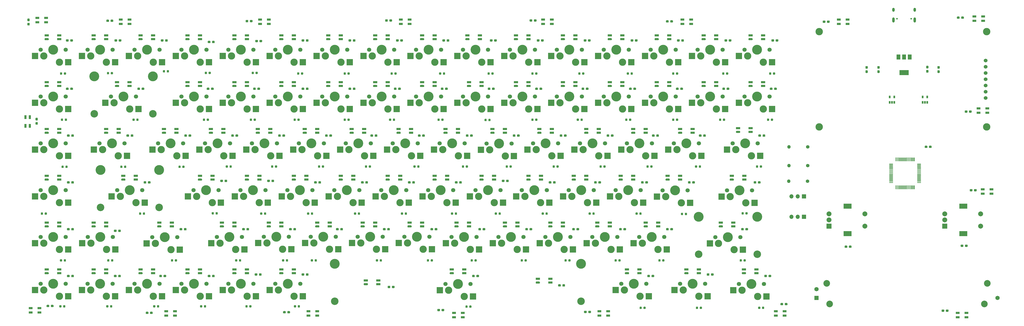
<source format=gts>
%TF.GenerationSoftware,KiCad,Pcbnew,(5.1.12)-1*%
%TF.CreationDate,2022-01-08T21:51:44+01:00*%
%TF.ProjectId,OLEDUKEY,4f4c4544-554b-4455-992e-6b696361645f,rev?*%
%TF.SameCoordinates,Original*%
%TF.FileFunction,Soldermask,Top*%
%TF.FilePolarity,Negative*%
%FSLAX46Y46*%
G04 Gerber Fmt 4.6, Leading zero omitted, Abs format (unit mm)*
G04 Created by KiCad (PCBNEW (5.1.12)-1) date 2022-01-08 21:51:44*
%MOMM*%
%LPD*%
G01*
G04 APERTURE LIST*
%ADD10R,1.700000X0.820000*%
%ADD11R,1.600000X0.850000*%
%ADD12R,0.850000X1.600000*%
%ADD13R,2.550000X2.500000*%
%ADD14C,2.950000*%
%ADD15C,4.000000*%
%ADD16C,1.700000*%
%ADD17C,3.050000*%
%ADD18R,0.650000X1.060000*%
%ADD19O,1.700000X1.700000*%
%ADD20R,1.700000X1.700000*%
%ADD21R,1.750000X1.750000*%
%ADD22C,1.750000*%
%ADD23C,2.700000*%
%ADD24R,3.800000X2.000000*%
%ADD25R,1.500000X2.000000*%
%ADD26C,2.000000*%
%ADD27R,3.200000X2.000000*%
%ADD28R,2.000000X2.000000*%
%ADD29C,3.000000*%
%ADD30C,1.524000*%
%ADD31O,1.400000X1.400000*%
%ADD32C,1.400000*%
%ADD33O,1.000000X1.600000*%
%ADD34C,0.650000*%
%ADD35O,1.000000X2.100000*%
G04 APERTURE END LIST*
D10*
%TO.C,D386*%
X260093140Y-75672332D03*
G36*
G01*
X254163140Y-75877332D02*
X254163140Y-75467332D01*
G75*
G02*
X254368140Y-75262332I205000J0D01*
G01*
X255658140Y-75262332D01*
G75*
G02*
X255863140Y-75467332I0J-205000D01*
G01*
X255863140Y-75877332D01*
G75*
G02*
X255658140Y-76082332I-205000J0D01*
G01*
X254368140Y-76082332D01*
G75*
G02*
X254163140Y-75877332I0J205000D01*
G01*
G37*
X255013140Y-74148332D03*
X260093140Y-74148332D03*
%TD*%
%TO.C,D385*%
X236728000Y-75692000D03*
G36*
G01*
X230798000Y-75897000D02*
X230798000Y-75487000D01*
G75*
G02*
X231003000Y-75282000I205000J0D01*
G01*
X232293000Y-75282000D01*
G75*
G02*
X232498000Y-75487000I0J-205000D01*
G01*
X232498000Y-75897000D01*
G75*
G02*
X232293000Y-76102000I-205000J0D01*
G01*
X231003000Y-76102000D01*
G75*
G02*
X230798000Y-75897000I0J205000D01*
G01*
G37*
X231648000Y-74168000D03*
X236728000Y-74168000D03*
%TD*%
%TO.C,D384*%
X212598000Y-75692000D03*
G36*
G01*
X206668000Y-75897000D02*
X206668000Y-75487000D01*
G75*
G02*
X206873000Y-75282000I205000J0D01*
G01*
X208163000Y-75282000D01*
G75*
G02*
X208368000Y-75487000I0J-205000D01*
G01*
X208368000Y-75897000D01*
G75*
G02*
X208163000Y-76102000I-205000J0D01*
G01*
X206873000Y-76102000D01*
G75*
G02*
X206668000Y-75897000I0J205000D01*
G01*
G37*
X207518000Y-74168000D03*
X212598000Y-74168000D03*
%TD*%
%TO.C,D383*%
X176403000Y-79502000D03*
G36*
G01*
X170473000Y-79707000D02*
X170473000Y-79297000D01*
G75*
G02*
X170678000Y-79092000I205000J0D01*
G01*
X171968000Y-79092000D01*
G75*
G02*
X172173000Y-79297000I0J-205000D01*
G01*
X172173000Y-79707000D01*
G75*
G02*
X171968000Y-79912000I-205000J0D01*
G01*
X170678000Y-79912000D01*
G75*
G02*
X170473000Y-79707000I0J205000D01*
G01*
G37*
X171323000Y-77978000D03*
X176403000Y-77978000D03*
%TD*%
%TO.C,D382*%
X141478000Y-75692000D03*
G36*
G01*
X135548000Y-75897000D02*
X135548000Y-75487000D01*
G75*
G02*
X135753000Y-75282000I205000J0D01*
G01*
X137043000Y-75282000D01*
G75*
G02*
X137248000Y-75487000I0J-205000D01*
G01*
X137248000Y-75897000D01*
G75*
G02*
X137043000Y-76102000I-205000J0D01*
G01*
X135753000Y-76102000D01*
G75*
G02*
X135548000Y-75897000I0J205000D01*
G01*
G37*
X136398000Y-74168000D03*
X141478000Y-74168000D03*
%TD*%
%TO.C,D381*%
X106553000Y-80137000D03*
G36*
G01*
X100623000Y-80342000D02*
X100623000Y-79932000D01*
G75*
G02*
X100828000Y-79727000I205000J0D01*
G01*
X102118000Y-79727000D01*
G75*
G02*
X102323000Y-79932000I0J-205000D01*
G01*
X102323000Y-80342000D01*
G75*
G02*
X102118000Y-80547000I-205000J0D01*
G01*
X100828000Y-80547000D01*
G75*
G02*
X100623000Y-80342000I0J205000D01*
G01*
G37*
X101473000Y-78613000D03*
X106553000Y-78613000D03*
%TD*%
%TO.C,D380*%
X72263000Y-75692000D03*
G36*
G01*
X66333000Y-75897000D02*
X66333000Y-75487000D01*
G75*
G02*
X66538000Y-75282000I205000J0D01*
G01*
X67828000Y-75282000D01*
G75*
G02*
X68033000Y-75487000I0J-205000D01*
G01*
X68033000Y-75897000D01*
G75*
G02*
X67828000Y-76102000I-205000J0D01*
G01*
X66538000Y-76102000D01*
G75*
G02*
X66333000Y-75897000I0J205000D01*
G01*
G37*
X67183000Y-74168000D03*
X72263000Y-74168000D03*
%TD*%
%TO.C,D379*%
X53213000Y-75692000D03*
G36*
G01*
X47283000Y-75897000D02*
X47283000Y-75487000D01*
G75*
G02*
X47488000Y-75282000I205000J0D01*
G01*
X48778000Y-75282000D01*
G75*
G02*
X48983000Y-75487000I0J-205000D01*
G01*
X48983000Y-75897000D01*
G75*
G02*
X48778000Y-76102000I-205000J0D01*
G01*
X47488000Y-76102000D01*
G75*
G02*
X47283000Y-75897000I0J205000D01*
G01*
G37*
X48133000Y-74168000D03*
X53213000Y-74168000D03*
%TD*%
%TO.C,D378*%
X34163000Y-75692000D03*
G36*
G01*
X28233000Y-75897000D02*
X28233000Y-75487000D01*
G75*
G02*
X28438000Y-75282000I205000J0D01*
G01*
X29728000Y-75282000D01*
G75*
G02*
X29933000Y-75487000I0J-205000D01*
G01*
X29933000Y-75897000D01*
G75*
G02*
X29728000Y-76102000I-205000J0D01*
G01*
X28438000Y-76102000D01*
G75*
G02*
X28233000Y-75897000I0J205000D01*
G01*
G37*
X29083000Y-74168000D03*
X34163000Y-74168000D03*
%TD*%
%TO.C,D377*%
X15113000Y-75692000D03*
G36*
G01*
X9183000Y-75897000D02*
X9183000Y-75487000D01*
G75*
G02*
X9388000Y-75282000I205000J0D01*
G01*
X10678000Y-75282000D01*
G75*
G02*
X10883000Y-75487000I0J-205000D01*
G01*
X10883000Y-75897000D01*
G75*
G02*
X10678000Y-76102000I-205000J0D01*
G01*
X9388000Y-76102000D01*
G75*
G02*
X9183000Y-75897000I0J205000D01*
G01*
G37*
X10033000Y-74168000D03*
X15113000Y-74168000D03*
%TD*%
%TO.C,D376*%
X-3937000Y-75692000D03*
G36*
G01*
X-9867000Y-75897000D02*
X-9867000Y-75487000D01*
G75*
G02*
X-9662000Y-75282000I205000J0D01*
G01*
X-8372000Y-75282000D01*
G75*
G02*
X-8167000Y-75487000I0J-205000D01*
G01*
X-8167000Y-75897000D01*
G75*
G02*
X-8372000Y-76102000I-205000J0D01*
G01*
X-9662000Y-76102000D01*
G75*
G02*
X-9867000Y-75897000I0J205000D01*
G01*
G37*
X-9017000Y-74168000D03*
X-3937000Y-74168000D03*
%TD*%
%TO.C,D375*%
X-22987000Y-75692000D03*
G36*
G01*
X-28917000Y-75897000D02*
X-28917000Y-75487000D01*
G75*
G02*
X-28712000Y-75282000I205000J0D01*
G01*
X-27422000Y-75282000D01*
G75*
G02*
X-27217000Y-75487000I0J-205000D01*
G01*
X-27217000Y-75897000D01*
G75*
G02*
X-27422000Y-76102000I-205000J0D01*
G01*
X-28712000Y-76102000D01*
G75*
G02*
X-28917000Y-75897000I0J205000D01*
G01*
G37*
X-28067000Y-74168000D03*
X-22987000Y-74168000D03*
%TD*%
%TO.C,D374*%
X-22987000Y-56642000D03*
G36*
G01*
X-28917000Y-56847000D02*
X-28917000Y-56437000D01*
G75*
G02*
X-28712000Y-56232000I205000J0D01*
G01*
X-27422000Y-56232000D01*
G75*
G02*
X-27217000Y-56437000I0J-205000D01*
G01*
X-27217000Y-56847000D01*
G75*
G02*
X-27422000Y-57052000I-205000J0D01*
G01*
X-28712000Y-57052000D01*
G75*
G02*
X-28917000Y-56847000I0J205000D01*
G01*
G37*
X-28067000Y-55118000D03*
X-22987000Y-55118000D03*
%TD*%
%TO.C,D373*%
X-3937000Y-56642000D03*
G36*
G01*
X-9867000Y-56847000D02*
X-9867000Y-56437000D01*
G75*
G02*
X-9662000Y-56232000I205000J0D01*
G01*
X-8372000Y-56232000D01*
G75*
G02*
X-8167000Y-56437000I0J-205000D01*
G01*
X-8167000Y-56847000D01*
G75*
G02*
X-8372000Y-57052000I-205000J0D01*
G01*
X-9662000Y-57052000D01*
G75*
G02*
X-9867000Y-56847000I0J205000D01*
G01*
G37*
X-9017000Y-55118000D03*
X-3937000Y-55118000D03*
%TD*%
%TO.C,D372*%
X22733000Y-56642000D03*
G36*
G01*
X16803000Y-56847000D02*
X16803000Y-56437000D01*
G75*
G02*
X17008000Y-56232000I205000J0D01*
G01*
X18298000Y-56232000D01*
G75*
G02*
X18503000Y-56437000I0J-205000D01*
G01*
X18503000Y-56847000D01*
G75*
G02*
X18298000Y-57052000I-205000J0D01*
G01*
X17008000Y-57052000D01*
G75*
G02*
X16803000Y-56847000I0J205000D01*
G01*
G37*
X17653000Y-55118000D03*
X22733000Y-55118000D03*
%TD*%
%TO.C,D371*%
X48133000Y-56642000D03*
G36*
G01*
X42203000Y-56847000D02*
X42203000Y-56437000D01*
G75*
G02*
X42408000Y-56232000I205000J0D01*
G01*
X43698000Y-56232000D01*
G75*
G02*
X43903000Y-56437000I0J-205000D01*
G01*
X43903000Y-56847000D01*
G75*
G02*
X43698000Y-57052000I-205000J0D01*
G01*
X42408000Y-57052000D01*
G75*
G02*
X42203000Y-56847000I0J205000D01*
G01*
G37*
X43053000Y-55118000D03*
X48133000Y-55118000D03*
%TD*%
%TO.C,D370*%
X67183000Y-56642000D03*
G36*
G01*
X61253000Y-56847000D02*
X61253000Y-56437000D01*
G75*
G02*
X61458000Y-56232000I205000J0D01*
G01*
X62748000Y-56232000D01*
G75*
G02*
X62953000Y-56437000I0J-205000D01*
G01*
X62953000Y-56847000D01*
G75*
G02*
X62748000Y-57052000I-205000J0D01*
G01*
X61458000Y-57052000D01*
G75*
G02*
X61253000Y-56847000I0J205000D01*
G01*
G37*
X62103000Y-55118000D03*
X67183000Y-55118000D03*
%TD*%
%TO.C,D369*%
X86868000Y-56642000D03*
G36*
G01*
X80938000Y-56847000D02*
X80938000Y-56437000D01*
G75*
G02*
X81143000Y-56232000I205000J0D01*
G01*
X82433000Y-56232000D01*
G75*
G02*
X82638000Y-56437000I0J-205000D01*
G01*
X82638000Y-56847000D01*
G75*
G02*
X82433000Y-57052000I-205000J0D01*
G01*
X81143000Y-57052000D01*
G75*
G02*
X80938000Y-56847000I0J205000D01*
G01*
G37*
X81788000Y-55118000D03*
X86868000Y-55118000D03*
%TD*%
%TO.C,D368*%
X105283000Y-56642000D03*
G36*
G01*
X99353000Y-56847000D02*
X99353000Y-56437000D01*
G75*
G02*
X99558000Y-56232000I205000J0D01*
G01*
X100848000Y-56232000D01*
G75*
G02*
X101053000Y-56437000I0J-205000D01*
G01*
X101053000Y-56847000D01*
G75*
G02*
X100848000Y-57052000I-205000J0D01*
G01*
X99558000Y-57052000D01*
G75*
G02*
X99353000Y-56847000I0J205000D01*
G01*
G37*
X100203000Y-55118000D03*
X105283000Y-55118000D03*
%TD*%
%TO.C,D367*%
X124333000Y-56642000D03*
G36*
G01*
X118403000Y-56847000D02*
X118403000Y-56437000D01*
G75*
G02*
X118608000Y-56232000I205000J0D01*
G01*
X119898000Y-56232000D01*
G75*
G02*
X120103000Y-56437000I0J-205000D01*
G01*
X120103000Y-56847000D01*
G75*
G02*
X119898000Y-57052000I-205000J0D01*
G01*
X118608000Y-57052000D01*
G75*
G02*
X118403000Y-56847000I0J205000D01*
G01*
G37*
X119253000Y-55118000D03*
X124333000Y-55118000D03*
%TD*%
%TO.C,D366*%
X143383000Y-56642000D03*
G36*
G01*
X137453000Y-56847000D02*
X137453000Y-56437000D01*
G75*
G02*
X137658000Y-56232000I205000J0D01*
G01*
X138948000Y-56232000D01*
G75*
G02*
X139153000Y-56437000I0J-205000D01*
G01*
X139153000Y-56847000D01*
G75*
G02*
X138948000Y-57052000I-205000J0D01*
G01*
X137658000Y-57052000D01*
G75*
G02*
X137453000Y-56847000I0J205000D01*
G01*
G37*
X138303000Y-55118000D03*
X143383000Y-55118000D03*
%TD*%
%TO.C,D365*%
X163068000Y-56642000D03*
G36*
G01*
X157138000Y-56847000D02*
X157138000Y-56437000D01*
G75*
G02*
X157343000Y-56232000I205000J0D01*
G01*
X158633000Y-56232000D01*
G75*
G02*
X158838000Y-56437000I0J-205000D01*
G01*
X158838000Y-56847000D01*
G75*
G02*
X158633000Y-57052000I-205000J0D01*
G01*
X157343000Y-57052000D01*
G75*
G02*
X157138000Y-56847000I0J205000D01*
G01*
G37*
X157988000Y-55118000D03*
X163068000Y-55118000D03*
%TD*%
%TO.C,D364*%
X181483000Y-56642000D03*
G36*
G01*
X175553000Y-56847000D02*
X175553000Y-56437000D01*
G75*
G02*
X175758000Y-56232000I205000J0D01*
G01*
X177048000Y-56232000D01*
G75*
G02*
X177253000Y-56437000I0J-205000D01*
G01*
X177253000Y-56847000D01*
G75*
G02*
X177048000Y-57052000I-205000J0D01*
G01*
X175758000Y-57052000D01*
G75*
G02*
X175553000Y-56847000I0J205000D01*
G01*
G37*
X176403000Y-55118000D03*
X181483000Y-55118000D03*
%TD*%
%TO.C,D363*%
X200533000Y-56642000D03*
G36*
G01*
X194603000Y-56847000D02*
X194603000Y-56437000D01*
G75*
G02*
X194808000Y-56232000I205000J0D01*
G01*
X196098000Y-56232000D01*
G75*
G02*
X196303000Y-56437000I0J-205000D01*
G01*
X196303000Y-56847000D01*
G75*
G02*
X196098000Y-57052000I-205000J0D01*
G01*
X194808000Y-57052000D01*
G75*
G02*
X194603000Y-56847000I0J205000D01*
G01*
G37*
X195453000Y-55118000D03*
X200533000Y-55118000D03*
%TD*%
%TO.C,D362*%
X220218000Y-56642000D03*
G36*
G01*
X214288000Y-56847000D02*
X214288000Y-56437000D01*
G75*
G02*
X214493000Y-56232000I205000J0D01*
G01*
X215783000Y-56232000D01*
G75*
G02*
X215988000Y-56437000I0J-205000D01*
G01*
X215988000Y-56847000D01*
G75*
G02*
X215783000Y-57052000I-205000J0D01*
G01*
X214493000Y-57052000D01*
G75*
G02*
X214288000Y-56847000I0J205000D01*
G01*
G37*
X215138000Y-55118000D03*
X220218000Y-55118000D03*
%TD*%
%TO.C,D361*%
X250698000Y-56642000D03*
G36*
G01*
X244768000Y-56847000D02*
X244768000Y-56437000D01*
G75*
G02*
X244973000Y-56232000I205000J0D01*
G01*
X246263000Y-56232000D01*
G75*
G02*
X246468000Y-56437000I0J-205000D01*
G01*
X246468000Y-56847000D01*
G75*
G02*
X246263000Y-57052000I-205000J0D01*
G01*
X244973000Y-57052000D01*
G75*
G02*
X244768000Y-56847000I0J205000D01*
G01*
G37*
X245618000Y-55118000D03*
X250698000Y-55118000D03*
%TD*%
%TO.C,D360*%
X255143000Y-37592000D03*
G36*
G01*
X249213000Y-37797000D02*
X249213000Y-37387000D01*
G75*
G02*
X249418000Y-37182000I205000J0D01*
G01*
X250708000Y-37182000D01*
G75*
G02*
X250913000Y-37387000I0J-205000D01*
G01*
X250913000Y-37797000D01*
G75*
G02*
X250708000Y-38002000I-205000J0D01*
G01*
X249418000Y-38002000D01*
G75*
G02*
X249213000Y-37797000I0J205000D01*
G01*
G37*
X250063000Y-36068000D03*
X255143000Y-36068000D03*
%TD*%
%TO.C,D359*%
X229108000Y-37592000D03*
G36*
G01*
X223178000Y-37797000D02*
X223178000Y-37387000D01*
G75*
G02*
X223383000Y-37182000I205000J0D01*
G01*
X224673000Y-37182000D01*
G75*
G02*
X224878000Y-37387000I0J-205000D01*
G01*
X224878000Y-37797000D01*
G75*
G02*
X224673000Y-38002000I-205000J0D01*
G01*
X223383000Y-38002000D01*
G75*
G02*
X223178000Y-37797000I0J205000D01*
G01*
G37*
X224028000Y-36068000D03*
X229108000Y-36068000D03*
%TD*%
%TO.C,D358*%
X210058000Y-37592000D03*
G36*
G01*
X204128000Y-37797000D02*
X204128000Y-37387000D01*
G75*
G02*
X204333000Y-37182000I205000J0D01*
G01*
X205623000Y-37182000D01*
G75*
G02*
X205828000Y-37387000I0J-205000D01*
G01*
X205828000Y-37797000D01*
G75*
G02*
X205623000Y-38002000I-205000J0D01*
G01*
X204333000Y-38002000D01*
G75*
G02*
X204128000Y-37797000I0J205000D01*
G01*
G37*
X204978000Y-36068000D03*
X210058000Y-36068000D03*
%TD*%
%TO.C,D357*%
X191008000Y-37592000D03*
G36*
G01*
X185078000Y-37797000D02*
X185078000Y-37387000D01*
G75*
G02*
X185283000Y-37182000I205000J0D01*
G01*
X186573000Y-37182000D01*
G75*
G02*
X186778000Y-37387000I0J-205000D01*
G01*
X186778000Y-37797000D01*
G75*
G02*
X186573000Y-38002000I-205000J0D01*
G01*
X185283000Y-38002000D01*
G75*
G02*
X185078000Y-37797000I0J205000D01*
G01*
G37*
X185928000Y-36068000D03*
X191008000Y-36068000D03*
%TD*%
%TO.C,D356*%
X172593000Y-37592000D03*
G36*
G01*
X166663000Y-37797000D02*
X166663000Y-37387000D01*
G75*
G02*
X166868000Y-37182000I205000J0D01*
G01*
X168158000Y-37182000D01*
G75*
G02*
X168363000Y-37387000I0J-205000D01*
G01*
X168363000Y-37797000D01*
G75*
G02*
X168158000Y-38002000I-205000J0D01*
G01*
X166868000Y-38002000D01*
G75*
G02*
X166663000Y-37797000I0J205000D01*
G01*
G37*
X167513000Y-36068000D03*
X172593000Y-36068000D03*
%TD*%
%TO.C,D355*%
X153543000Y-37592000D03*
G36*
G01*
X147613000Y-37797000D02*
X147613000Y-37387000D01*
G75*
G02*
X147818000Y-37182000I205000J0D01*
G01*
X149108000Y-37182000D01*
G75*
G02*
X149313000Y-37387000I0J-205000D01*
G01*
X149313000Y-37797000D01*
G75*
G02*
X149108000Y-38002000I-205000J0D01*
G01*
X147818000Y-38002000D01*
G75*
G02*
X147613000Y-37797000I0J205000D01*
G01*
G37*
X148463000Y-36068000D03*
X153543000Y-36068000D03*
%TD*%
%TO.C,D354*%
X134493000Y-37592000D03*
G36*
G01*
X128563000Y-37797000D02*
X128563000Y-37387000D01*
G75*
G02*
X128768000Y-37182000I205000J0D01*
G01*
X130058000Y-37182000D01*
G75*
G02*
X130263000Y-37387000I0J-205000D01*
G01*
X130263000Y-37797000D01*
G75*
G02*
X130058000Y-38002000I-205000J0D01*
G01*
X128768000Y-38002000D01*
G75*
G02*
X128563000Y-37797000I0J205000D01*
G01*
G37*
X129413000Y-36068000D03*
X134493000Y-36068000D03*
%TD*%
%TO.C,D353*%
X115443000Y-37592000D03*
G36*
G01*
X109513000Y-37797000D02*
X109513000Y-37387000D01*
G75*
G02*
X109718000Y-37182000I205000J0D01*
G01*
X111008000Y-37182000D01*
G75*
G02*
X111213000Y-37387000I0J-205000D01*
G01*
X111213000Y-37797000D01*
G75*
G02*
X111008000Y-38002000I-205000J0D01*
G01*
X109718000Y-38002000D01*
G75*
G02*
X109513000Y-37797000I0J205000D01*
G01*
G37*
X110363000Y-36068000D03*
X115443000Y-36068000D03*
%TD*%
%TO.C,D352*%
X96393000Y-37592000D03*
G36*
G01*
X90463000Y-37797000D02*
X90463000Y-37387000D01*
G75*
G02*
X90668000Y-37182000I205000J0D01*
G01*
X91958000Y-37182000D01*
G75*
G02*
X92163000Y-37387000I0J-205000D01*
G01*
X92163000Y-37797000D01*
G75*
G02*
X91958000Y-38002000I-205000J0D01*
G01*
X90668000Y-38002000D01*
G75*
G02*
X90463000Y-37797000I0J205000D01*
G01*
G37*
X91313000Y-36068000D03*
X96393000Y-36068000D03*
%TD*%
%TO.C,D351*%
X77343000Y-37592000D03*
G36*
G01*
X71413000Y-37797000D02*
X71413000Y-37387000D01*
G75*
G02*
X71618000Y-37182000I205000J0D01*
G01*
X72908000Y-37182000D01*
G75*
G02*
X73113000Y-37387000I0J-205000D01*
G01*
X73113000Y-37797000D01*
G75*
G02*
X72908000Y-38002000I-205000J0D01*
G01*
X71618000Y-38002000D01*
G75*
G02*
X71413000Y-37797000I0J205000D01*
G01*
G37*
X72263000Y-36068000D03*
X77343000Y-36068000D03*
%TD*%
%TO.C,D350*%
X58293000Y-37592000D03*
G36*
G01*
X52363000Y-37797000D02*
X52363000Y-37387000D01*
G75*
G02*
X52568000Y-37182000I205000J0D01*
G01*
X53858000Y-37182000D01*
G75*
G02*
X54063000Y-37387000I0J-205000D01*
G01*
X54063000Y-37797000D01*
G75*
G02*
X53858000Y-38002000I-205000J0D01*
G01*
X52568000Y-38002000D01*
G75*
G02*
X52363000Y-37797000I0J205000D01*
G01*
G37*
X53213000Y-36068000D03*
X58293000Y-36068000D03*
%TD*%
%TO.C,D349*%
X39243000Y-37592000D03*
G36*
G01*
X33313000Y-37797000D02*
X33313000Y-37387000D01*
G75*
G02*
X33518000Y-37182000I205000J0D01*
G01*
X34808000Y-37182000D01*
G75*
G02*
X35013000Y-37387000I0J-205000D01*
G01*
X35013000Y-37797000D01*
G75*
G02*
X34808000Y-38002000I-205000J0D01*
G01*
X33518000Y-38002000D01*
G75*
G02*
X33313000Y-37797000I0J205000D01*
G01*
G37*
X34163000Y-36068000D03*
X39243000Y-36068000D03*
%TD*%
%TO.C,D348*%
X8128000Y-37592000D03*
G36*
G01*
X2198000Y-37797000D02*
X2198000Y-37387000D01*
G75*
G02*
X2403000Y-37182000I205000J0D01*
G01*
X3693000Y-37182000D01*
G75*
G02*
X3898000Y-37387000I0J-205000D01*
G01*
X3898000Y-37797000D01*
G75*
G02*
X3693000Y-38002000I-205000J0D01*
G01*
X2403000Y-38002000D01*
G75*
G02*
X2198000Y-37797000I0J205000D01*
G01*
G37*
X3048000Y-36068000D03*
X8128000Y-36068000D03*
%TD*%
%TO.C,D347*%
X-22987000Y-37592000D03*
G36*
G01*
X-28917000Y-37797000D02*
X-28917000Y-37387000D01*
G75*
G02*
X-28712000Y-37182000I205000J0D01*
G01*
X-27422000Y-37182000D01*
G75*
G02*
X-27217000Y-37387000I0J-205000D01*
G01*
X-27217000Y-37797000D01*
G75*
G02*
X-27422000Y-38002000I-205000J0D01*
G01*
X-28712000Y-38002000D01*
G75*
G02*
X-28917000Y-37797000I0J205000D01*
G01*
G37*
X-28067000Y-36068000D03*
X-22987000Y-36068000D03*
%TD*%
%TO.C,D346*%
X-22987000Y-18542000D03*
G36*
G01*
X-28917000Y-18747000D02*
X-28917000Y-18337000D01*
G75*
G02*
X-28712000Y-18132000I205000J0D01*
G01*
X-27422000Y-18132000D01*
G75*
G02*
X-27217000Y-18337000I0J-205000D01*
G01*
X-27217000Y-18747000D01*
G75*
G02*
X-27422000Y-18952000I-205000J0D01*
G01*
X-28712000Y-18952000D01*
G75*
G02*
X-28917000Y-18747000I0J205000D01*
G01*
G37*
X-28067000Y-17018000D03*
X-22987000Y-17018000D03*
%TD*%
%TO.C,D345*%
X1143000Y-18542000D03*
G36*
G01*
X-4787000Y-18747000D02*
X-4787000Y-18337000D01*
G75*
G02*
X-4582000Y-18132000I205000J0D01*
G01*
X-3292000Y-18132000D01*
G75*
G02*
X-3087000Y-18337000I0J-205000D01*
G01*
X-3087000Y-18747000D01*
G75*
G02*
X-3292000Y-18952000I-205000J0D01*
G01*
X-4582000Y-18952000D01*
G75*
G02*
X-4787000Y-18747000I0J205000D01*
G01*
G37*
X-3937000Y-17018000D03*
X1143000Y-17018000D03*
%TD*%
%TO.C,D344*%
X24638000Y-18542000D03*
G36*
G01*
X18708000Y-18747000D02*
X18708000Y-18337000D01*
G75*
G02*
X18913000Y-18132000I205000J0D01*
G01*
X20203000Y-18132000D01*
G75*
G02*
X20408000Y-18337000I0J-205000D01*
G01*
X20408000Y-18747000D01*
G75*
G02*
X20203000Y-18952000I-205000J0D01*
G01*
X18913000Y-18952000D01*
G75*
G02*
X18708000Y-18747000I0J205000D01*
G01*
G37*
X19558000Y-17018000D03*
X24638000Y-17018000D03*
%TD*%
%TO.C,D343*%
X43688000Y-18542000D03*
G36*
G01*
X37758000Y-18747000D02*
X37758000Y-18337000D01*
G75*
G02*
X37963000Y-18132000I205000J0D01*
G01*
X39253000Y-18132000D01*
G75*
G02*
X39458000Y-18337000I0J-205000D01*
G01*
X39458000Y-18747000D01*
G75*
G02*
X39253000Y-18952000I-205000J0D01*
G01*
X37963000Y-18952000D01*
G75*
G02*
X37758000Y-18747000I0J205000D01*
G01*
G37*
X38608000Y-17018000D03*
X43688000Y-17018000D03*
%TD*%
%TO.C,D342*%
X62738000Y-18542000D03*
G36*
G01*
X56808000Y-18747000D02*
X56808000Y-18337000D01*
G75*
G02*
X57013000Y-18132000I205000J0D01*
G01*
X58303000Y-18132000D01*
G75*
G02*
X58508000Y-18337000I0J-205000D01*
G01*
X58508000Y-18747000D01*
G75*
G02*
X58303000Y-18952000I-205000J0D01*
G01*
X57013000Y-18952000D01*
G75*
G02*
X56808000Y-18747000I0J205000D01*
G01*
G37*
X57658000Y-17018000D03*
X62738000Y-17018000D03*
%TD*%
%TO.C,D341*%
X81788000Y-18542000D03*
G36*
G01*
X75858000Y-18747000D02*
X75858000Y-18337000D01*
G75*
G02*
X76063000Y-18132000I205000J0D01*
G01*
X77353000Y-18132000D01*
G75*
G02*
X77558000Y-18337000I0J-205000D01*
G01*
X77558000Y-18747000D01*
G75*
G02*
X77353000Y-18952000I-205000J0D01*
G01*
X76063000Y-18952000D01*
G75*
G02*
X75858000Y-18747000I0J205000D01*
G01*
G37*
X76708000Y-17018000D03*
X81788000Y-17018000D03*
%TD*%
%TO.C,D340*%
X100838000Y-18542000D03*
G36*
G01*
X94908000Y-18747000D02*
X94908000Y-18337000D01*
G75*
G02*
X95113000Y-18132000I205000J0D01*
G01*
X96403000Y-18132000D01*
G75*
G02*
X96608000Y-18337000I0J-205000D01*
G01*
X96608000Y-18747000D01*
G75*
G02*
X96403000Y-18952000I-205000J0D01*
G01*
X95113000Y-18952000D01*
G75*
G02*
X94908000Y-18747000I0J205000D01*
G01*
G37*
X95758000Y-17018000D03*
X100838000Y-17018000D03*
%TD*%
%TO.C,D339*%
X119888000Y-18542000D03*
G36*
G01*
X113958000Y-18747000D02*
X113958000Y-18337000D01*
G75*
G02*
X114163000Y-18132000I205000J0D01*
G01*
X115453000Y-18132000D01*
G75*
G02*
X115658000Y-18337000I0J-205000D01*
G01*
X115658000Y-18747000D01*
G75*
G02*
X115453000Y-18952000I-205000J0D01*
G01*
X114163000Y-18952000D01*
G75*
G02*
X113958000Y-18747000I0J205000D01*
G01*
G37*
X114808000Y-17018000D03*
X119888000Y-17018000D03*
%TD*%
%TO.C,D338*%
X138938000Y-18542000D03*
G36*
G01*
X133008000Y-18747000D02*
X133008000Y-18337000D01*
G75*
G02*
X133213000Y-18132000I205000J0D01*
G01*
X134503000Y-18132000D01*
G75*
G02*
X134708000Y-18337000I0J-205000D01*
G01*
X134708000Y-18747000D01*
G75*
G02*
X134503000Y-18952000I-205000J0D01*
G01*
X133213000Y-18952000D01*
G75*
G02*
X133008000Y-18747000I0J205000D01*
G01*
G37*
X133858000Y-17018000D03*
X138938000Y-17018000D03*
%TD*%
%TO.C,D337*%
X157988000Y-18542000D03*
G36*
G01*
X152058000Y-18747000D02*
X152058000Y-18337000D01*
G75*
G02*
X152263000Y-18132000I205000J0D01*
G01*
X153553000Y-18132000D01*
G75*
G02*
X153758000Y-18337000I0J-205000D01*
G01*
X153758000Y-18747000D01*
G75*
G02*
X153553000Y-18952000I-205000J0D01*
G01*
X152263000Y-18952000D01*
G75*
G02*
X152058000Y-18747000I0J205000D01*
G01*
G37*
X152908000Y-17018000D03*
X157988000Y-17018000D03*
%TD*%
%TO.C,D336*%
X177038000Y-18542000D03*
G36*
G01*
X171108000Y-18747000D02*
X171108000Y-18337000D01*
G75*
G02*
X171313000Y-18132000I205000J0D01*
G01*
X172603000Y-18132000D01*
G75*
G02*
X172808000Y-18337000I0J-205000D01*
G01*
X172808000Y-18747000D01*
G75*
G02*
X172603000Y-18952000I-205000J0D01*
G01*
X171313000Y-18952000D01*
G75*
G02*
X171108000Y-18747000I0J205000D01*
G01*
G37*
X171958000Y-17018000D03*
X177038000Y-17018000D03*
%TD*%
%TO.C,D335*%
X196088000Y-18542000D03*
G36*
G01*
X190158000Y-18747000D02*
X190158000Y-18337000D01*
G75*
G02*
X190363000Y-18132000I205000J0D01*
G01*
X191653000Y-18132000D01*
G75*
G02*
X191858000Y-18337000I0J-205000D01*
G01*
X191858000Y-18747000D01*
G75*
G02*
X191653000Y-18952000I-205000J0D01*
G01*
X190363000Y-18952000D01*
G75*
G02*
X190158000Y-18747000I0J205000D01*
G01*
G37*
X191008000Y-17018000D03*
X196088000Y-17018000D03*
%TD*%
%TO.C,D334*%
X215138000Y-18542000D03*
G36*
G01*
X209208000Y-18747000D02*
X209208000Y-18337000D01*
G75*
G02*
X209413000Y-18132000I205000J0D01*
G01*
X210703000Y-18132000D01*
G75*
G02*
X210908000Y-18337000I0J-205000D01*
G01*
X210908000Y-18747000D01*
G75*
G02*
X210703000Y-18952000I-205000J0D01*
G01*
X209413000Y-18952000D01*
G75*
G02*
X209208000Y-18747000I0J205000D01*
G01*
G37*
X210058000Y-17018000D03*
X215138000Y-17018000D03*
%TD*%
%TO.C,D333*%
X234188000Y-18542000D03*
G36*
G01*
X228258000Y-18747000D02*
X228258000Y-18337000D01*
G75*
G02*
X228463000Y-18132000I205000J0D01*
G01*
X229753000Y-18132000D01*
G75*
G02*
X229958000Y-18337000I0J-205000D01*
G01*
X229958000Y-18747000D01*
G75*
G02*
X229753000Y-18952000I-205000J0D01*
G01*
X228463000Y-18952000D01*
G75*
G02*
X228258000Y-18747000I0J205000D01*
G01*
G37*
X229108000Y-17018000D03*
X234188000Y-17018000D03*
%TD*%
%TO.C,D332*%
X257683000Y-18161000D03*
G36*
G01*
X251753000Y-18366000D02*
X251753000Y-17956000D01*
G75*
G02*
X251958000Y-17751000I205000J0D01*
G01*
X253248000Y-17751000D01*
G75*
G02*
X253453000Y-17956000I0J-205000D01*
G01*
X253453000Y-18366000D01*
G75*
G02*
X253248000Y-18571000I-205000J0D01*
G01*
X251958000Y-18571000D01*
G75*
G02*
X251753000Y-18366000I0J205000D01*
G01*
G37*
X252603000Y-16637000D03*
X257683000Y-16637000D03*
%TD*%
%TO.C,D331*%
X262763000Y508000D03*
G36*
G01*
X256833000Y303000D02*
X256833000Y713000D01*
G75*
G02*
X257038000Y918000I205000J0D01*
G01*
X258328000Y918000D01*
G75*
G02*
X258533000Y713000I0J-205000D01*
G01*
X258533000Y303000D01*
G75*
G02*
X258328000Y98000I-205000J0D01*
G01*
X257038000Y98000D01*
G75*
G02*
X256833000Y303000I0J205000D01*
G01*
G37*
X257683000Y2032000D03*
X262763000Y2032000D03*
%TD*%
%TO.C,D330*%
X243713000Y508000D03*
G36*
G01*
X237783000Y303000D02*
X237783000Y713000D01*
G75*
G02*
X237988000Y918000I205000J0D01*
G01*
X239278000Y918000D01*
G75*
G02*
X239483000Y713000I0J-205000D01*
G01*
X239483000Y303000D01*
G75*
G02*
X239278000Y98000I-205000J0D01*
G01*
X237988000Y98000D01*
G75*
G02*
X237783000Y303000I0J205000D01*
G01*
G37*
X238633000Y2032000D03*
X243713000Y2032000D03*
%TD*%
%TO.C,D329*%
X224663000Y508000D03*
G36*
G01*
X218733000Y303000D02*
X218733000Y713000D01*
G75*
G02*
X218938000Y918000I205000J0D01*
G01*
X220228000Y918000D01*
G75*
G02*
X220433000Y713000I0J-205000D01*
G01*
X220433000Y303000D01*
G75*
G02*
X220228000Y98000I-205000J0D01*
G01*
X218938000Y98000D01*
G75*
G02*
X218733000Y303000I0J205000D01*
G01*
G37*
X219583000Y2032000D03*
X224663000Y2032000D03*
%TD*%
%TO.C,D328*%
X205613000Y508000D03*
G36*
G01*
X199683000Y303000D02*
X199683000Y713000D01*
G75*
G02*
X199888000Y918000I205000J0D01*
G01*
X201178000Y918000D01*
G75*
G02*
X201383000Y713000I0J-205000D01*
G01*
X201383000Y303000D01*
G75*
G02*
X201178000Y98000I-205000J0D01*
G01*
X199888000Y98000D01*
G75*
G02*
X199683000Y303000I0J205000D01*
G01*
G37*
X200533000Y2032000D03*
X205613000Y2032000D03*
%TD*%
%TO.C,D327*%
X186563000Y508000D03*
G36*
G01*
X180633000Y303000D02*
X180633000Y713000D01*
G75*
G02*
X180838000Y918000I205000J0D01*
G01*
X182128000Y918000D01*
G75*
G02*
X182333000Y713000I0J-205000D01*
G01*
X182333000Y303000D01*
G75*
G02*
X182128000Y98000I-205000J0D01*
G01*
X180838000Y98000D01*
G75*
G02*
X180633000Y303000I0J205000D01*
G01*
G37*
X181483000Y2032000D03*
X186563000Y2032000D03*
%TD*%
%TO.C,D326*%
X167513000Y508000D03*
G36*
G01*
X161583000Y303000D02*
X161583000Y713000D01*
G75*
G02*
X161788000Y918000I205000J0D01*
G01*
X163078000Y918000D01*
G75*
G02*
X163283000Y713000I0J-205000D01*
G01*
X163283000Y303000D01*
G75*
G02*
X163078000Y98000I-205000J0D01*
G01*
X161788000Y98000D01*
G75*
G02*
X161583000Y303000I0J205000D01*
G01*
G37*
X162433000Y2032000D03*
X167513000Y2032000D03*
%TD*%
%TO.C,D325*%
X148463000Y508000D03*
G36*
G01*
X142533000Y303000D02*
X142533000Y713000D01*
G75*
G02*
X142738000Y918000I205000J0D01*
G01*
X144028000Y918000D01*
G75*
G02*
X144233000Y713000I0J-205000D01*
G01*
X144233000Y303000D01*
G75*
G02*
X144028000Y98000I-205000J0D01*
G01*
X142738000Y98000D01*
G75*
G02*
X142533000Y303000I0J205000D01*
G01*
G37*
X143383000Y2032000D03*
X148463000Y2032000D03*
%TD*%
%TO.C,D324*%
X129413000Y508000D03*
G36*
G01*
X123483000Y303000D02*
X123483000Y713000D01*
G75*
G02*
X123688000Y918000I205000J0D01*
G01*
X124978000Y918000D01*
G75*
G02*
X125183000Y713000I0J-205000D01*
G01*
X125183000Y303000D01*
G75*
G02*
X124978000Y98000I-205000J0D01*
G01*
X123688000Y98000D01*
G75*
G02*
X123483000Y303000I0J205000D01*
G01*
G37*
X124333000Y2032000D03*
X129413000Y2032000D03*
%TD*%
%TO.C,D323*%
X110363000Y508000D03*
G36*
G01*
X104433000Y303000D02*
X104433000Y713000D01*
G75*
G02*
X104638000Y918000I205000J0D01*
G01*
X105928000Y918000D01*
G75*
G02*
X106133000Y713000I0J-205000D01*
G01*
X106133000Y303000D01*
G75*
G02*
X105928000Y98000I-205000J0D01*
G01*
X104638000Y98000D01*
G75*
G02*
X104433000Y303000I0J205000D01*
G01*
G37*
X105283000Y2032000D03*
X110363000Y2032000D03*
%TD*%
%TO.C,D322*%
X91313000Y508000D03*
G36*
G01*
X85383000Y303000D02*
X85383000Y713000D01*
G75*
G02*
X85588000Y918000I205000J0D01*
G01*
X86878000Y918000D01*
G75*
G02*
X87083000Y713000I0J-205000D01*
G01*
X87083000Y303000D01*
G75*
G02*
X86878000Y98000I-205000J0D01*
G01*
X85588000Y98000D01*
G75*
G02*
X85383000Y303000I0J205000D01*
G01*
G37*
X86233000Y2032000D03*
X91313000Y2032000D03*
%TD*%
%TO.C,D321*%
X72263000Y508000D03*
G36*
G01*
X66333000Y303000D02*
X66333000Y713000D01*
G75*
G02*
X66538000Y918000I205000J0D01*
G01*
X67828000Y918000D01*
G75*
G02*
X68033000Y713000I0J-205000D01*
G01*
X68033000Y303000D01*
G75*
G02*
X67828000Y98000I-205000J0D01*
G01*
X66538000Y98000D01*
G75*
G02*
X66333000Y303000I0J205000D01*
G01*
G37*
X67183000Y2032000D03*
X72263000Y2032000D03*
%TD*%
%TO.C,D320*%
X53213000Y508000D03*
G36*
G01*
X47283000Y303000D02*
X47283000Y713000D01*
G75*
G02*
X47488000Y918000I205000J0D01*
G01*
X48778000Y918000D01*
G75*
G02*
X48983000Y713000I0J-205000D01*
G01*
X48983000Y303000D01*
G75*
G02*
X48778000Y98000I-205000J0D01*
G01*
X47488000Y98000D01*
G75*
G02*
X47283000Y303000I0J205000D01*
G01*
G37*
X48133000Y2032000D03*
X53213000Y2032000D03*
%TD*%
%TO.C,D319*%
X34163000Y508000D03*
G36*
G01*
X28233000Y303000D02*
X28233000Y713000D01*
G75*
G02*
X28438000Y918000I205000J0D01*
G01*
X29728000Y918000D01*
G75*
G02*
X29933000Y713000I0J-205000D01*
G01*
X29933000Y303000D01*
G75*
G02*
X29728000Y98000I-205000J0D01*
G01*
X28438000Y98000D01*
G75*
G02*
X28233000Y303000I0J205000D01*
G01*
G37*
X29083000Y2032000D03*
X34163000Y2032000D03*
%TD*%
%TO.C,D318*%
X5588000Y508000D03*
G36*
G01*
X-342000Y303000D02*
X-342000Y713000D01*
G75*
G02*
X-137000Y918000I205000J0D01*
G01*
X1153000Y918000D01*
G75*
G02*
X1358000Y713000I0J-205000D01*
G01*
X1358000Y303000D01*
G75*
G02*
X1153000Y98000I-205000J0D01*
G01*
X-137000Y98000D01*
G75*
G02*
X-342000Y303000I0J205000D01*
G01*
G37*
X508000Y2032000D03*
X5588000Y2032000D03*
%TD*%
%TO.C,D317*%
X-22987000Y508000D03*
G36*
G01*
X-28917000Y303000D02*
X-28917000Y713000D01*
G75*
G02*
X-28712000Y918000I205000J0D01*
G01*
X-27422000Y918000D01*
G75*
G02*
X-27217000Y713000I0J-205000D01*
G01*
X-27217000Y303000D01*
G75*
G02*
X-27422000Y98000I-205000J0D01*
G01*
X-28712000Y98000D01*
G75*
G02*
X-28917000Y303000I0J205000D01*
G01*
G37*
X-28067000Y2032000D03*
X-22987000Y2032000D03*
%TD*%
%TO.C,D316*%
X-22987000Y19558000D03*
G36*
G01*
X-28917000Y19353000D02*
X-28917000Y19763000D01*
G75*
G02*
X-28712000Y19968000I205000J0D01*
G01*
X-27422000Y19968000D01*
G75*
G02*
X-27217000Y19763000I0J-205000D01*
G01*
X-27217000Y19353000D01*
G75*
G02*
X-27422000Y19148000I-205000J0D01*
G01*
X-28712000Y19148000D01*
G75*
G02*
X-28917000Y19353000I0J205000D01*
G01*
G37*
X-28067000Y21082000D03*
X-22987000Y21082000D03*
%TD*%
%TO.C,D315*%
X-3937000Y19558000D03*
G36*
G01*
X-9867000Y19353000D02*
X-9867000Y19763000D01*
G75*
G02*
X-9662000Y19968000I205000J0D01*
G01*
X-8372000Y19968000D01*
G75*
G02*
X-8167000Y19763000I0J-205000D01*
G01*
X-8167000Y19353000D01*
G75*
G02*
X-8372000Y19148000I-205000J0D01*
G01*
X-9662000Y19148000D01*
G75*
G02*
X-9867000Y19353000I0J205000D01*
G01*
G37*
X-9017000Y21082000D03*
X-3937000Y21082000D03*
%TD*%
%TO.C,D314*%
X15113000Y19558000D03*
G36*
G01*
X9183000Y19353000D02*
X9183000Y19763000D01*
G75*
G02*
X9388000Y19968000I205000J0D01*
G01*
X10678000Y19968000D01*
G75*
G02*
X10883000Y19763000I0J-205000D01*
G01*
X10883000Y19353000D01*
G75*
G02*
X10678000Y19148000I-205000J0D01*
G01*
X9388000Y19148000D01*
G75*
G02*
X9183000Y19353000I0J205000D01*
G01*
G37*
X10033000Y21082000D03*
X15113000Y21082000D03*
%TD*%
%TO.C,D313*%
X34163000Y19558000D03*
G36*
G01*
X28233000Y19353000D02*
X28233000Y19763000D01*
G75*
G02*
X28438000Y19968000I205000J0D01*
G01*
X29728000Y19968000D01*
G75*
G02*
X29933000Y19763000I0J-205000D01*
G01*
X29933000Y19353000D01*
G75*
G02*
X29728000Y19148000I-205000J0D01*
G01*
X28438000Y19148000D01*
G75*
G02*
X28233000Y19353000I0J205000D01*
G01*
G37*
X29083000Y21082000D03*
X34163000Y21082000D03*
%TD*%
%TO.C,D312*%
X53213000Y19558000D03*
G36*
G01*
X47283000Y19353000D02*
X47283000Y19763000D01*
G75*
G02*
X47488000Y19968000I205000J0D01*
G01*
X48778000Y19968000D01*
G75*
G02*
X48983000Y19763000I0J-205000D01*
G01*
X48983000Y19353000D01*
G75*
G02*
X48778000Y19148000I-205000J0D01*
G01*
X47488000Y19148000D01*
G75*
G02*
X47283000Y19353000I0J205000D01*
G01*
G37*
X48133000Y21082000D03*
X53213000Y21082000D03*
%TD*%
%TO.C,D311*%
X72263000Y19558000D03*
G36*
G01*
X66333000Y19353000D02*
X66333000Y19763000D01*
G75*
G02*
X66538000Y19968000I205000J0D01*
G01*
X67828000Y19968000D01*
G75*
G02*
X68033000Y19763000I0J-205000D01*
G01*
X68033000Y19353000D01*
G75*
G02*
X67828000Y19148000I-205000J0D01*
G01*
X66538000Y19148000D01*
G75*
G02*
X66333000Y19353000I0J205000D01*
G01*
G37*
X67183000Y21082000D03*
X72263000Y21082000D03*
%TD*%
%TO.C,D310*%
X91313000Y19558000D03*
G36*
G01*
X85383000Y19353000D02*
X85383000Y19763000D01*
G75*
G02*
X85588000Y19968000I205000J0D01*
G01*
X86878000Y19968000D01*
G75*
G02*
X87083000Y19763000I0J-205000D01*
G01*
X87083000Y19353000D01*
G75*
G02*
X86878000Y19148000I-205000J0D01*
G01*
X85588000Y19148000D01*
G75*
G02*
X85383000Y19353000I0J205000D01*
G01*
G37*
X86233000Y21082000D03*
X91313000Y21082000D03*
%TD*%
%TO.C,D309*%
X110363000Y19558000D03*
G36*
G01*
X104433000Y19353000D02*
X104433000Y19763000D01*
G75*
G02*
X104638000Y19968000I205000J0D01*
G01*
X105928000Y19968000D01*
G75*
G02*
X106133000Y19763000I0J-205000D01*
G01*
X106133000Y19353000D01*
G75*
G02*
X105928000Y19148000I-205000J0D01*
G01*
X104638000Y19148000D01*
G75*
G02*
X104433000Y19353000I0J205000D01*
G01*
G37*
X105283000Y21082000D03*
X110363000Y21082000D03*
%TD*%
%TO.C,D308*%
X129413000Y19558000D03*
G36*
G01*
X123483000Y19353000D02*
X123483000Y19763000D01*
G75*
G02*
X123688000Y19968000I205000J0D01*
G01*
X124978000Y19968000D01*
G75*
G02*
X125183000Y19763000I0J-205000D01*
G01*
X125183000Y19353000D01*
G75*
G02*
X124978000Y19148000I-205000J0D01*
G01*
X123688000Y19148000D01*
G75*
G02*
X123483000Y19353000I0J205000D01*
G01*
G37*
X124333000Y21082000D03*
X129413000Y21082000D03*
%TD*%
%TO.C,D307*%
X147828000Y19558000D03*
G36*
G01*
X141898000Y19353000D02*
X141898000Y19763000D01*
G75*
G02*
X142103000Y19968000I205000J0D01*
G01*
X143393000Y19968000D01*
G75*
G02*
X143598000Y19763000I0J-205000D01*
G01*
X143598000Y19353000D01*
G75*
G02*
X143393000Y19148000I-205000J0D01*
G01*
X142103000Y19148000D01*
G75*
G02*
X141898000Y19353000I0J205000D01*
G01*
G37*
X142748000Y21082000D03*
X147828000Y21082000D03*
%TD*%
%TO.C,D306*%
X167513000Y19558000D03*
G36*
G01*
X161583000Y19353000D02*
X161583000Y19763000D01*
G75*
G02*
X161788000Y19968000I205000J0D01*
G01*
X163078000Y19968000D01*
G75*
G02*
X163283000Y19763000I0J-205000D01*
G01*
X163283000Y19353000D01*
G75*
G02*
X163078000Y19148000I-205000J0D01*
G01*
X161788000Y19148000D01*
G75*
G02*
X161583000Y19353000I0J205000D01*
G01*
G37*
X162433000Y21082000D03*
X167513000Y21082000D03*
%TD*%
%TO.C,D305*%
X186563000Y19558000D03*
G36*
G01*
X180633000Y19353000D02*
X180633000Y19763000D01*
G75*
G02*
X180838000Y19968000I205000J0D01*
G01*
X182128000Y19968000D01*
G75*
G02*
X182333000Y19763000I0J-205000D01*
G01*
X182333000Y19353000D01*
G75*
G02*
X182128000Y19148000I-205000J0D01*
G01*
X180838000Y19148000D01*
G75*
G02*
X180633000Y19353000I0J205000D01*
G01*
G37*
X181483000Y21082000D03*
X186563000Y21082000D03*
%TD*%
%TO.C,D304*%
X205613000Y19558000D03*
G36*
G01*
X199683000Y19353000D02*
X199683000Y19763000D01*
G75*
G02*
X199888000Y19968000I205000J0D01*
G01*
X201178000Y19968000D01*
G75*
G02*
X201383000Y19763000I0J-205000D01*
G01*
X201383000Y19353000D01*
G75*
G02*
X201178000Y19148000I-205000J0D01*
G01*
X199888000Y19148000D01*
G75*
G02*
X199683000Y19353000I0J205000D01*
G01*
G37*
X200533000Y21082000D03*
X205613000Y21082000D03*
%TD*%
%TO.C,D303*%
X224663000Y19558000D03*
G36*
G01*
X218733000Y19353000D02*
X218733000Y19763000D01*
G75*
G02*
X218938000Y19968000I205000J0D01*
G01*
X220228000Y19968000D01*
G75*
G02*
X220433000Y19763000I0J-205000D01*
G01*
X220433000Y19353000D01*
G75*
G02*
X220228000Y19148000I-205000J0D01*
G01*
X218938000Y19148000D01*
G75*
G02*
X218733000Y19353000I0J205000D01*
G01*
G37*
X219583000Y21082000D03*
X224663000Y21082000D03*
%TD*%
%TO.C,D302*%
X243713000Y19558000D03*
G36*
G01*
X237783000Y19353000D02*
X237783000Y19763000D01*
G75*
G02*
X237988000Y19968000I205000J0D01*
G01*
X239278000Y19968000D01*
G75*
G02*
X239483000Y19763000I0J-205000D01*
G01*
X239483000Y19353000D01*
G75*
G02*
X239278000Y19148000I-205000J0D01*
G01*
X237988000Y19148000D01*
G75*
G02*
X237783000Y19353000I0J205000D01*
G01*
G37*
X238633000Y21082000D03*
X243713000Y21082000D03*
%TD*%
%TO.C,D301*%
X262763000Y19558000D03*
G36*
G01*
X256833000Y19353000D02*
X256833000Y19763000D01*
G75*
G02*
X257038000Y19968000I205000J0D01*
G01*
X258328000Y19968000D01*
G75*
G02*
X258533000Y19763000I0J-205000D01*
G01*
X258533000Y19353000D01*
G75*
G02*
X258328000Y19148000I-205000J0D01*
G01*
X257038000Y19148000D01*
G75*
G02*
X256833000Y19353000I0J205000D01*
G01*
G37*
X257683000Y21082000D03*
X262763000Y21082000D03*
%TD*%
D11*
%TO.C,D710*%
X-30988000Y-89930000D03*
X-30988000Y-91680000D03*
X-34544000Y-89916000D03*
X-34544000Y-91680000D03*
%TD*%
%TO.C,D718*%
X353822000Y-8650000D03*
X353822000Y-10400000D03*
X350266000Y-8636000D03*
X350266000Y-10400000D03*
%TD*%
%TO.C,D717*%
X355473000Y-41543000D03*
X355473000Y-43293000D03*
X351917000Y-41529000D03*
X351917000Y-43293000D03*
%TD*%
%TO.C,D716*%
X345313000Y-91835000D03*
X345313000Y-93585000D03*
X341757000Y-91821000D03*
X341757000Y-93585000D03*
%TD*%
%TO.C,D715*%
X271523140Y-91180332D03*
X271523140Y-92930332D03*
X267967140Y-91166332D03*
X267967140Y-92930332D03*
%TD*%
%TO.C,D714*%
X199898000Y-91200000D03*
X199898000Y-92950000D03*
X196342000Y-91186000D03*
X196342000Y-92950000D03*
%TD*%
%TO.C,D713*%
X140843000Y-91835000D03*
X140843000Y-93585000D03*
X137287000Y-91821000D03*
X137287000Y-93585000D03*
%TD*%
%TO.C,D712*%
X81788000Y-91200000D03*
X81788000Y-92950000D03*
X78232000Y-91186000D03*
X78232000Y-92950000D03*
%TD*%
%TO.C,D711*%
X24003000Y-91200000D03*
X24003000Y-92950000D03*
X20447000Y-91186000D03*
X20447000Y-92950000D03*
%TD*%
D12*
%TO.C,D709*%
X-34939000Y-15748000D03*
X-36689000Y-15748000D03*
X-34925000Y-12192000D03*
X-36689000Y-12192000D03*
%TD*%
D11*
%TO.C,D708*%
X-28321000Y28180000D03*
X-28321000Y26430000D03*
X-31877000Y28194000D03*
X-31877000Y26430000D03*
%TD*%
%TO.C,D707*%
X5588000Y27545000D03*
X5588000Y25795000D03*
X2032000Y27559000D03*
X2032000Y25795000D03*
%TD*%
%TO.C,D706*%
X62103000Y27545000D03*
X62103000Y25795000D03*
X58547000Y27559000D03*
X58547000Y25795000D03*
%TD*%
%TO.C,D705*%
X119253000Y27545000D03*
X119253000Y25795000D03*
X115697000Y27559000D03*
X115697000Y25795000D03*
%TD*%
%TO.C,D704*%
X177038000Y27545000D03*
X177038000Y25795000D03*
X173482000Y27559000D03*
X173482000Y25795000D03*
%TD*%
%TO.C,D703*%
X233553000Y27545000D03*
X233553000Y25795000D03*
X229997000Y27559000D03*
X229997000Y25795000D03*
%TD*%
%TO.C,D702*%
X297053000Y27545000D03*
X297053000Y25795000D03*
X293497000Y27559000D03*
X293497000Y25795000D03*
%TD*%
%TO.C,D701*%
X352143000Y28815000D03*
X352143000Y27065000D03*
X348587000Y28829000D03*
X348587000Y27065000D03*
%TD*%
%TO.C,C301*%
G36*
G01*
X267887500Y18812500D02*
X267887500Y19287500D01*
G75*
G02*
X268125000Y19525000I237500J0D01*
G01*
X268725000Y19525000D01*
G75*
G02*
X268962500Y19287500I0J-237500D01*
G01*
X268962500Y18812500D01*
G75*
G02*
X268725000Y18575000I-237500J0D01*
G01*
X268125000Y18575000D01*
G75*
G02*
X267887500Y18812500I0J237500D01*
G01*
G37*
G36*
G01*
X266162500Y18812500D02*
X266162500Y19287500D01*
G75*
G02*
X266400000Y19525000I237500J0D01*
G01*
X267000000Y19525000D01*
G75*
G02*
X267237500Y19287500I0J-237500D01*
G01*
X267237500Y18812500D01*
G75*
G02*
X267000000Y18575000I-237500J0D01*
G01*
X266400000Y18575000D01*
G75*
G02*
X266162500Y18812500I0J237500D01*
G01*
G37*
%TD*%
D13*
%TO.C,SW54*%
X62490000Y-82550000D03*
X75940000Y-85090000D03*
D14*
X72390000Y-85090000D03*
X66040000Y-82550000D03*
D15*
X69850000Y-80010000D03*
D16*
X74930000Y-80010000D03*
X64770000Y-80010000D03*
%TD*%
D13*
%TO.C,SW90*%
X-32760000Y-82550000D03*
X-19310000Y-85090000D03*
D14*
X-22860000Y-85090000D03*
X-29210000Y-82550000D03*
D15*
X-25400000Y-80010000D03*
D16*
X-20320000Y-80010000D03*
X-30480000Y-80010000D03*
%TD*%
D13*
%TO.C,SW89*%
X-32760000Y-63500000D03*
X-19310000Y-66040000D03*
D14*
X-22860000Y-66040000D03*
X-29210000Y-63500000D03*
D15*
X-25400000Y-60960000D03*
D16*
X-20320000Y-60960000D03*
X-30480000Y-60960000D03*
%TD*%
D13*
%TO.C,SW88*%
X-32760000Y-44450000D03*
X-19310000Y-46990000D03*
D14*
X-22860000Y-46990000D03*
X-29210000Y-44450000D03*
D15*
X-25400000Y-41910000D03*
D16*
X-20320000Y-41910000D03*
X-30480000Y-41910000D03*
%TD*%
D13*
%TO.C,SW87*%
X-32760000Y-25400000D03*
X-19310000Y-27940000D03*
D14*
X-22860000Y-27940000D03*
X-29210000Y-25400000D03*
D15*
X-25400000Y-22860000D03*
D16*
X-20320000Y-22860000D03*
X-30480000Y-22860000D03*
%TD*%
D13*
%TO.C,SW86*%
X-32760000Y-6350000D03*
X-19310000Y-8890000D03*
D14*
X-22860000Y-8890000D03*
X-29210000Y-6350000D03*
D15*
X-25400000Y-3810000D03*
D16*
X-20320000Y-3810000D03*
X-30480000Y-3810000D03*
%TD*%
D13*
%TO.C,SW85*%
X-32760000Y12700000D03*
X-19310000Y10160000D03*
D14*
X-22860000Y10160000D03*
X-29210000Y12700000D03*
D15*
X-25400000Y15240000D03*
D16*
X-20320000Y15240000D03*
X-30480000Y15240000D03*
%TD*%
D13*
%TO.C,SW84*%
X-13710000Y-82550000D03*
X-260000Y-85090000D03*
D14*
X-3810000Y-85090000D03*
X-10160000Y-82550000D03*
D15*
X-6350000Y-80010000D03*
D16*
X-1270000Y-80010000D03*
X-11430000Y-80010000D03*
%TD*%
D13*
%TO.C,SW83*%
X-13683997Y-63482703D03*
X-233997Y-66022703D03*
D14*
X-3783997Y-66022703D03*
X-10133997Y-63482703D03*
D15*
X-6323997Y-60942703D03*
D16*
X-1243997Y-60942703D03*
X-11403997Y-60942703D03*
%TD*%
D13*
%TO.C,SW82*%
X-1700072Y-44456635D03*
X11749928Y-46996635D03*
D14*
X8199928Y-46996635D03*
X1849928Y-44456635D03*
D17*
X-6240072Y-48916635D03*
X17559928Y-48916635D03*
D15*
X17559928Y-33676635D03*
X-6240072Y-33676635D03*
D16*
X579928Y-41916635D03*
X10739928Y-41916635D03*
D15*
X5659928Y-41916635D03*
X5659928Y-41916635D03*
D16*
X10739928Y-41916635D03*
X579928Y-41916635D03*
%TD*%
D14*
%TO.C,SW81*%
X1010000Y-27940000D03*
X-5340000Y-25400000D03*
D13*
X4560000Y-27940000D03*
X-8890000Y-25400000D03*
D15*
X-1530000Y-22860000D03*
D16*
X3550000Y-22860000D03*
X-6610000Y-22860000D03*
%TD*%
D14*
%TO.C,SW80*%
X5684062Y-8882196D03*
X-665938Y-6342196D03*
D13*
X9234062Y-8882196D03*
X-4215938Y-6342196D03*
D17*
X-8755938Y-10802196D03*
X15044062Y-10802196D03*
D15*
X15044062Y4437804D03*
X-8755938Y4437804D03*
D16*
X-1935938Y-3802196D03*
X8224062Y-3802196D03*
D15*
X3144062Y-3802196D03*
X3144062Y-3802196D03*
D16*
X8224062Y-3802196D03*
X-1935938Y-3802196D03*
%TD*%
D13*
%TO.C,SW79*%
X-13710000Y12700000D03*
X-260000Y10160000D03*
D14*
X-3810000Y10160000D03*
X-10160000Y12700000D03*
D15*
X-6350000Y15240000D03*
D16*
X-1270000Y15240000D03*
X-11430000Y15240000D03*
%TD*%
D13*
%TO.C,SW76*%
X14859000Y-25400000D03*
X28309000Y-27940000D03*
D14*
X24759000Y-27940000D03*
X18409000Y-25400000D03*
D15*
X22219000Y-22860000D03*
D16*
X27299000Y-22860000D03*
X17139000Y-22860000D03*
%TD*%
D13*
%TO.C,SW75*%
X24390000Y-6350000D03*
X37840000Y-8890000D03*
D14*
X34290000Y-8890000D03*
X27940000Y-6350000D03*
D15*
X31750000Y-3810000D03*
D16*
X36830000Y-3810000D03*
X26670000Y-3810000D03*
%TD*%
D13*
%TO.C,SW74*%
X5340000Y12700000D03*
X18790000Y10160000D03*
D14*
X15240000Y10160000D03*
X8890000Y12700000D03*
D15*
X12700000Y15240000D03*
D16*
X17780000Y15240000D03*
X7620000Y15240000D03*
%TD*%
D13*
%TO.C,SW73*%
X24390000Y12700000D03*
X37840000Y10160000D03*
D14*
X34290000Y10160000D03*
X27940000Y12700000D03*
D15*
X31750000Y15240000D03*
D16*
X36830000Y15240000D03*
X26670000Y15240000D03*
%TD*%
D13*
%TO.C,SW72*%
X5340000Y-82550000D03*
X18790000Y-85090000D03*
D14*
X15240000Y-85090000D03*
X8890000Y-82550000D03*
D15*
X12700000Y-80010000D03*
D16*
X17780000Y-80010000D03*
X7620000Y-80010000D03*
%TD*%
D14*
%TO.C,SW71*%
X22423076Y-66059657D03*
X16073076Y-63519657D03*
D13*
X25973076Y-66059657D03*
X12523076Y-63519657D03*
D15*
X19883076Y-60979657D03*
D16*
X24963076Y-60979657D03*
X14803076Y-60979657D03*
%TD*%
D13*
%TO.C,SW70*%
X29239778Y-44442095D03*
X42689778Y-46982095D03*
D14*
X39139778Y-46982095D03*
X32789778Y-44442095D03*
D15*
X36599778Y-41902095D03*
D16*
X41679778Y-41902095D03*
X31519778Y-41902095D03*
%TD*%
D13*
%TO.C,SW69*%
X33902656Y-25382703D03*
X47352656Y-27922703D03*
D14*
X43802656Y-27922703D03*
X37452656Y-25382703D03*
D15*
X41262656Y-22842703D03*
D16*
X46342656Y-22842703D03*
X36182656Y-22842703D03*
%TD*%
D13*
%TO.C,SW68*%
X43440000Y-6350000D03*
X56890000Y-8890000D03*
D14*
X53340000Y-8890000D03*
X46990000Y-6350000D03*
D15*
X50800000Y-3810000D03*
D16*
X55880000Y-3810000D03*
X45720000Y-3810000D03*
%TD*%
D13*
%TO.C,SW67*%
X43440000Y12700000D03*
X56890000Y10160000D03*
D14*
X53340000Y10160000D03*
X46990000Y12700000D03*
D15*
X50800000Y15240000D03*
D16*
X55880000Y15240000D03*
X45720000Y15240000D03*
%TD*%
D13*
%TO.C,SW66*%
X24390000Y-82550000D03*
X37840000Y-85090000D03*
D14*
X34290000Y-85090000D03*
X27940000Y-82550000D03*
D15*
X31750000Y-80010000D03*
D16*
X36830000Y-80010000D03*
X26670000Y-80010000D03*
%TD*%
D13*
%TO.C,SW65*%
X38749767Y-63457188D03*
X52199767Y-65997188D03*
D14*
X48649767Y-65997188D03*
X42299767Y-63457188D03*
D15*
X46109767Y-60917188D03*
D16*
X51189767Y-60917188D03*
X41029767Y-60917188D03*
%TD*%
D13*
%TO.C,SW64*%
X48289778Y-44415013D03*
X61739778Y-46955013D03*
D14*
X58189778Y-46955013D03*
X51839778Y-44415013D03*
D15*
X55649778Y-41875013D03*
D16*
X60729778Y-41875013D03*
X50569778Y-41875013D03*
%TD*%
D13*
%TO.C,SW63*%
X52952656Y-25382703D03*
X66402656Y-27922703D03*
D14*
X62852656Y-27922703D03*
X56502656Y-25382703D03*
D15*
X60312656Y-22842703D03*
D16*
X65392656Y-22842703D03*
X55232656Y-22842703D03*
%TD*%
D13*
%TO.C,SW62*%
X62490000Y-6350000D03*
X75940000Y-8890000D03*
D14*
X72390000Y-8890000D03*
X66040000Y-6350000D03*
D15*
X69850000Y-3810000D03*
D16*
X74930000Y-3810000D03*
X64770000Y-3810000D03*
%TD*%
D13*
%TO.C,SW61*%
X62490000Y12700000D03*
X75940000Y10160000D03*
D14*
X72390000Y10160000D03*
X66040000Y12700000D03*
D15*
X69850000Y15240000D03*
D16*
X74930000Y15240000D03*
X64770000Y15240000D03*
%TD*%
D13*
%TO.C,SW60*%
X43440000Y-82550000D03*
X56890000Y-85090000D03*
D14*
X53340000Y-85090000D03*
X46990000Y-82550000D03*
D15*
X50800000Y-80010000D03*
D16*
X55880000Y-80010000D03*
X45720000Y-80010000D03*
%TD*%
D13*
%TO.C,SW59*%
X57811978Y-63411154D03*
X71261978Y-65951154D03*
D14*
X67711978Y-65951154D03*
X61361978Y-63411154D03*
D15*
X65171978Y-60871154D03*
D16*
X70251978Y-60871154D03*
X60091978Y-60871154D03*
%TD*%
D13*
%TO.C,SW58*%
X67339778Y-44415013D03*
X80789778Y-46955013D03*
D14*
X77239778Y-46955013D03*
X70889778Y-44415013D03*
D15*
X74699778Y-41875013D03*
D16*
X79779778Y-41875013D03*
X69619778Y-41875013D03*
%TD*%
D13*
%TO.C,SW57*%
X72002656Y-25382703D03*
X85452656Y-27922703D03*
D14*
X81902656Y-27922703D03*
X75552656Y-25382703D03*
D15*
X79362656Y-22842703D03*
D16*
X84442656Y-22842703D03*
X74282656Y-22842703D03*
%TD*%
D13*
%TO.C,SW56*%
X81540000Y-6350000D03*
X94990000Y-8890000D03*
D14*
X91440000Y-8890000D03*
X85090000Y-6350000D03*
D15*
X88900000Y-3810000D03*
D16*
X93980000Y-3810000D03*
X83820000Y-3810000D03*
%TD*%
D13*
%TO.C,SW55*%
X81540000Y12700000D03*
X94990000Y10160000D03*
D14*
X91440000Y10160000D03*
X85090000Y12700000D03*
D15*
X88900000Y15240000D03*
D16*
X93980000Y15240000D03*
X83820000Y15240000D03*
%TD*%
D13*
%TO.C,SW53*%
X76861978Y-63411154D03*
X90311978Y-65951154D03*
D14*
X86761978Y-65951154D03*
X80411978Y-63411154D03*
D15*
X84221978Y-60871154D03*
D16*
X89301978Y-60871154D03*
X79141978Y-60871154D03*
%TD*%
D13*
%TO.C,SW52*%
X86389778Y-44415013D03*
X99839778Y-46955013D03*
D14*
X96289778Y-46955013D03*
X89939778Y-44415013D03*
D15*
X93749778Y-41875013D03*
D16*
X98829778Y-41875013D03*
X88669778Y-41875013D03*
%TD*%
D13*
%TO.C,SW51*%
X91052656Y-25382703D03*
X104502656Y-27922703D03*
D14*
X100952656Y-27922703D03*
X94602656Y-25382703D03*
D15*
X98412656Y-22842703D03*
D16*
X103492656Y-22842703D03*
X93332656Y-22842703D03*
%TD*%
D13*
%TO.C,SW50*%
X100590000Y-6350000D03*
X114040000Y-8890000D03*
D14*
X110490000Y-8890000D03*
X104140000Y-6350000D03*
D15*
X107950000Y-3810000D03*
D16*
X113030000Y-3810000D03*
X102870000Y-3810000D03*
%TD*%
D13*
%TO.C,SW49*%
X100590000Y12700000D03*
X114040000Y10160000D03*
D14*
X110490000Y10160000D03*
X104140000Y12700000D03*
D15*
X107950000Y15240000D03*
D16*
X113030000Y15240000D03*
X102870000Y15240000D03*
%TD*%
D13*
%TO.C,SW47*%
X95911978Y-63411154D03*
X109361978Y-65951154D03*
D14*
X105811978Y-65951154D03*
X99461978Y-63411154D03*
D15*
X103271978Y-60871154D03*
D16*
X108351978Y-60871154D03*
X98191978Y-60871154D03*
%TD*%
D13*
%TO.C,SW46*%
X105461449Y-44407108D03*
X118911449Y-46947108D03*
D14*
X115361449Y-46947108D03*
X109011449Y-44407108D03*
D15*
X112821449Y-41867108D03*
D16*
X117901449Y-41867108D03*
X107741449Y-41867108D03*
%TD*%
D13*
%TO.C,SW45*%
X110102656Y-25382703D03*
X123552656Y-27922703D03*
D14*
X120002656Y-27922703D03*
X113652656Y-25382703D03*
D15*
X117462656Y-22842703D03*
D16*
X122542656Y-22842703D03*
X112382656Y-22842703D03*
%TD*%
D13*
%TO.C,SW44*%
X119640000Y-6350000D03*
X133090000Y-8890000D03*
D14*
X129540000Y-8890000D03*
X123190000Y-6350000D03*
D15*
X127000000Y-3810000D03*
D16*
X132080000Y-3810000D03*
X121920000Y-3810000D03*
%TD*%
D13*
%TO.C,SW43*%
X119640000Y12700000D03*
X133090000Y10160000D03*
D14*
X129540000Y10160000D03*
X123190000Y12700000D03*
D15*
X127000000Y15240000D03*
D16*
X132080000Y15240000D03*
X121920000Y15240000D03*
%TD*%
D13*
%TO.C,SW41*%
X114908277Y-63393857D03*
X128358277Y-65933857D03*
D14*
X124808277Y-65933857D03*
X118458277Y-63393857D03*
D15*
X122268277Y-60853857D03*
D16*
X127348277Y-60853857D03*
X117188277Y-60853857D03*
%TD*%
D13*
%TO.C,SW40*%
X124511449Y-44380026D03*
X137961449Y-46920026D03*
D14*
X134411449Y-46920026D03*
X128061449Y-44380026D03*
D15*
X131871449Y-41840026D03*
D16*
X136951449Y-41840026D03*
X126791449Y-41840026D03*
%TD*%
D13*
%TO.C,SW39*%
X129152656Y-25382703D03*
X142602656Y-27922703D03*
D14*
X139052656Y-27922703D03*
X132702656Y-25382703D03*
D15*
X136512656Y-22842703D03*
D16*
X141592656Y-22842703D03*
X131432656Y-22842703D03*
%TD*%
D13*
%TO.C,SW38*%
X138690000Y-6350000D03*
X152140000Y-8890000D03*
D14*
X148590000Y-8890000D03*
X142240000Y-6350000D03*
D15*
X146050000Y-3810000D03*
D16*
X151130000Y-3810000D03*
X140970000Y-3810000D03*
%TD*%
D13*
%TO.C,SW37*%
X138690000Y12700000D03*
X152140000Y10160000D03*
D14*
X148590000Y10160000D03*
X142240000Y12700000D03*
D15*
X146050000Y15240000D03*
D16*
X151130000Y15240000D03*
X140970000Y15240000D03*
%TD*%
D13*
%TO.C,SW36*%
X131520678Y-82605706D03*
X144970678Y-85145706D03*
D14*
X141420678Y-85145706D03*
X135070678Y-82605706D03*
D17*
X88880678Y-87065706D03*
X188880678Y-87065706D03*
D15*
X188880678Y-71825706D03*
X88880678Y-71825706D03*
D16*
X133800678Y-80065706D03*
X143960678Y-80065706D03*
D15*
X138880678Y-80065706D03*
X138880678Y-80065706D03*
D16*
X143960678Y-80065706D03*
X133800678Y-80065706D03*
%TD*%
D13*
%TO.C,SW35*%
X133998090Y-63460303D03*
X147448090Y-66000303D03*
D14*
X143898090Y-66000303D03*
X137548090Y-63460303D03*
D15*
X141358090Y-60920303D03*
D16*
X146438090Y-60920303D03*
X136278090Y-60920303D03*
%TD*%
D13*
%TO.C,SW34*%
X143770000Y-44450000D03*
X157220000Y-46990000D03*
D14*
X153670000Y-46990000D03*
X147320000Y-44450000D03*
D15*
X151130000Y-41910000D03*
D16*
X156210000Y-41910000D03*
X146050000Y-41910000D03*
%TD*%
D13*
%TO.C,SW33*%
X148191893Y-25429487D03*
X161641893Y-27969487D03*
D14*
X158091893Y-27969487D03*
X151741893Y-25429487D03*
D15*
X155551893Y-22889487D03*
D16*
X160631893Y-22889487D03*
X150471893Y-22889487D03*
%TD*%
D13*
%TO.C,SW32*%
X157740000Y-6350000D03*
X171190000Y-8890000D03*
D14*
X167640000Y-8890000D03*
X161290000Y-6350000D03*
D15*
X165100000Y-3810000D03*
D16*
X170180000Y-3810000D03*
X160020000Y-3810000D03*
%TD*%
D13*
%TO.C,SW31*%
X157740000Y12700000D03*
X171190000Y10160000D03*
D14*
X167640000Y10160000D03*
X161290000Y12700000D03*
D15*
X165100000Y15240000D03*
D16*
X170180000Y15240000D03*
X160020000Y15240000D03*
%TD*%
D13*
%TO.C,SW29*%
X153052023Y-63454518D03*
X166502023Y-65994518D03*
D14*
X162952023Y-65994518D03*
X156602023Y-63454518D03*
D15*
X160412023Y-60914518D03*
D16*
X165492023Y-60914518D03*
X155332023Y-60914518D03*
%TD*%
D13*
%TO.C,SW28*%
X162574802Y-44382969D03*
X176024802Y-46922969D03*
D14*
X172474802Y-46922969D03*
X166124802Y-44382969D03*
D15*
X169934802Y-41842969D03*
D16*
X175014802Y-41842969D03*
X164854802Y-41842969D03*
%TD*%
D13*
%TO.C,SW27*%
X167138852Y-25393867D03*
X180588852Y-27933867D03*
D14*
X177038852Y-27933867D03*
X170688852Y-25393867D03*
D15*
X174498852Y-22853867D03*
D16*
X179578852Y-22853867D03*
X169418852Y-22853867D03*
%TD*%
D13*
%TO.C,SW26*%
X176790000Y-6350000D03*
X190240000Y-8890000D03*
D14*
X186690000Y-8890000D03*
X180340000Y-6350000D03*
D15*
X184150000Y-3810000D03*
D16*
X189230000Y-3810000D03*
X179070000Y-3810000D03*
%TD*%
D13*
%TO.C,SW25*%
X176790000Y12700000D03*
X190240000Y10160000D03*
D14*
X186690000Y10160000D03*
X180340000Y12700000D03*
D15*
X184150000Y15240000D03*
D16*
X189230000Y15240000D03*
X179070000Y15240000D03*
%TD*%
D13*
%TO.C,SW23*%
X172091000Y-63500000D03*
X185541000Y-66040000D03*
D14*
X181991000Y-66040000D03*
X175641000Y-63500000D03*
D15*
X179451000Y-60960000D03*
D16*
X184531000Y-60960000D03*
X174371000Y-60960000D03*
%TD*%
D13*
%TO.C,SW22*%
X181590945Y-44421077D03*
X195040945Y-46961077D03*
D14*
X191490945Y-46961077D03*
X185140945Y-44421077D03*
D15*
X188950945Y-41881077D03*
D16*
X194030945Y-41881077D03*
X183870945Y-41881077D03*
%TD*%
D13*
%TO.C,SW21*%
X186189236Y-25393867D03*
X199639236Y-27933867D03*
D14*
X196089236Y-27933867D03*
X189739236Y-25393867D03*
D15*
X193549236Y-22853867D03*
D16*
X198629236Y-22853867D03*
X188469236Y-22853867D03*
%TD*%
D13*
%TO.C,SW20*%
X195840000Y-6350000D03*
X209290000Y-8890000D03*
D14*
X205740000Y-8890000D03*
X199390000Y-6350000D03*
D15*
X203200000Y-3810000D03*
D16*
X208280000Y-3810000D03*
X198120000Y-3810000D03*
%TD*%
D13*
%TO.C,SW19*%
X195840000Y12700000D03*
X209290000Y10160000D03*
D14*
X205740000Y10160000D03*
X199390000Y12700000D03*
D15*
X203200000Y15240000D03*
D16*
X208280000Y15240000D03*
X198120000Y15240000D03*
%TD*%
D14*
%TO.C,SW18*%
X212846000Y-85090000D03*
X206496000Y-82550000D03*
D13*
X216396000Y-85090000D03*
X202946000Y-82550000D03*
D15*
X210306000Y-80010000D03*
D16*
X215386000Y-80010000D03*
X205226000Y-80010000D03*
%TD*%
D13*
%TO.C,SW17*%
X191141000Y-63500000D03*
X204591000Y-66040000D03*
D14*
X201041000Y-66040000D03*
X194691000Y-63500000D03*
D15*
X198501000Y-60960000D03*
D16*
X203581000Y-60960000D03*
X193421000Y-60960000D03*
%TD*%
D13*
%TO.C,SW16*%
X200660000Y-44450000D03*
X214110000Y-46990000D03*
D14*
X210560000Y-46990000D03*
X204210000Y-44450000D03*
D15*
X208020000Y-41910000D03*
D16*
X213100000Y-41910000D03*
X202940000Y-41910000D03*
%TD*%
D13*
%TO.C,SW15*%
X205239621Y-25393867D03*
X218689621Y-27933867D03*
D14*
X215139621Y-27933867D03*
X208789621Y-25393867D03*
D15*
X212599621Y-22853867D03*
D16*
X217679621Y-22853867D03*
X207519621Y-22853867D03*
%TD*%
D13*
%TO.C,SW14*%
X214890000Y-6350000D03*
X228340000Y-8890000D03*
D14*
X224790000Y-8890000D03*
X218440000Y-6350000D03*
D15*
X222250000Y-3810000D03*
D16*
X227330000Y-3810000D03*
X217170000Y-3810000D03*
%TD*%
D13*
%TO.C,SW13*%
X214890000Y12700000D03*
X228340000Y10160000D03*
D14*
X224790000Y10160000D03*
X218440000Y12700000D03*
D15*
X222250000Y15240000D03*
D16*
X227330000Y15240000D03*
X217170000Y15240000D03*
%TD*%
D14*
%TO.C,SW12*%
X236728000Y-85090000D03*
X230378000Y-82550000D03*
D13*
X240278000Y-85090000D03*
X226828000Y-82550000D03*
D15*
X234188000Y-80010000D03*
D16*
X239268000Y-80010000D03*
X229108000Y-80010000D03*
%TD*%
D13*
%TO.C,SW11*%
X210191000Y-63500000D03*
X223641000Y-66040000D03*
D14*
X220091000Y-66040000D03*
X213741000Y-63500000D03*
D15*
X217551000Y-60960000D03*
D16*
X222631000Y-60960000D03*
X212471000Y-60960000D03*
%TD*%
D13*
%TO.C,SW10*%
X219727769Y-44532314D03*
X233177769Y-47072314D03*
D14*
X229627769Y-47072314D03*
X223277769Y-44532314D03*
D15*
X227087769Y-41992314D03*
D16*
X232167769Y-41992314D03*
X222007769Y-41992314D03*
%TD*%
D13*
%TO.C,SW9*%
X224290005Y-25393867D03*
X237740005Y-27933867D03*
D14*
X234190005Y-27933867D03*
X227840005Y-25393867D03*
D15*
X231650005Y-22853867D03*
D16*
X236730005Y-22853867D03*
X226570005Y-22853867D03*
%TD*%
D13*
%TO.C,SW8*%
X233940000Y-6350000D03*
X247390000Y-8890000D03*
D14*
X243840000Y-8890000D03*
X237490000Y-6350000D03*
D15*
X241300000Y-3810000D03*
D16*
X246380000Y-3810000D03*
X236220000Y-3810000D03*
%TD*%
D13*
%TO.C,SW7*%
X233940000Y12700000D03*
X247390000Y10160000D03*
D14*
X243840000Y10160000D03*
X237490000Y12700000D03*
D15*
X241300000Y15240000D03*
D16*
X246380000Y15240000D03*
X236220000Y15240000D03*
%TD*%
D14*
%TO.C,SW6*%
X260559662Y-85115668D03*
X254209662Y-82575668D03*
D13*
X264109662Y-85115668D03*
X250659662Y-82575668D03*
D15*
X258019662Y-80035668D03*
D16*
X263099662Y-80035668D03*
X252939662Y-80035668D03*
%TD*%
D13*
%TO.C,SW5*%
X241150714Y-63537426D03*
X254600714Y-66077426D03*
D14*
X251050714Y-66077426D03*
X244700714Y-63537426D03*
D17*
X236610714Y-67997426D03*
X260410714Y-67997426D03*
D15*
X260410714Y-52757426D03*
X236610714Y-52757426D03*
D16*
X243430714Y-60997426D03*
X253590714Y-60997426D03*
D15*
X248510714Y-60997426D03*
X248510714Y-60997426D03*
D16*
X253590714Y-60997426D03*
X243430714Y-60997426D03*
%TD*%
D14*
%TO.C,SW4*%
X255792489Y-47037919D03*
X249442489Y-44497919D03*
D13*
X259342489Y-47037919D03*
X245892489Y-44497919D03*
D15*
X253252489Y-41957919D03*
D16*
X258332489Y-41957919D03*
X248172489Y-41957919D03*
%TD*%
D14*
%TO.C,SW3*%
X258064000Y-27940000D03*
X251714000Y-25400000D03*
D13*
X261614000Y-27940000D03*
X248164000Y-25400000D03*
D15*
X255524000Y-22860000D03*
D16*
X260604000Y-22860000D03*
X250444000Y-22860000D03*
%TD*%
D13*
%TO.C,SW2*%
X252990000Y-6350000D03*
X266440000Y-8890000D03*
D14*
X262890000Y-8890000D03*
X256540000Y-6350000D03*
D15*
X260350000Y-3810000D03*
D16*
X265430000Y-3810000D03*
X255270000Y-3810000D03*
%TD*%
D13*
%TO.C,SW1*%
X252990000Y12700000D03*
X266440000Y10160000D03*
D14*
X262890000Y10160000D03*
X256540000Y12700000D03*
D15*
X260350000Y15240000D03*
D16*
X265430000Y15240000D03*
X255270000Y15240000D03*
%TD*%
%TO.C,D90*%
G36*
G01*
X-21367000Y-89410250D02*
X-21367000Y-88897750D01*
G75*
G02*
X-21148250Y-88679000I218750J0D01*
G01*
X-20710750Y-88679000D01*
G75*
G02*
X-20492000Y-88897750I0J-218750D01*
G01*
X-20492000Y-89410250D01*
G75*
G02*
X-20710750Y-89629000I-218750J0D01*
G01*
X-21148250Y-89629000D01*
G75*
G02*
X-21367000Y-89410250I0J218750D01*
G01*
G37*
G36*
G01*
X-22942000Y-89410250D02*
X-22942000Y-88897750D01*
G75*
G02*
X-22723250Y-88679000I218750J0D01*
G01*
X-22285750Y-88679000D01*
G75*
G02*
X-22067000Y-88897750I0J-218750D01*
G01*
X-22067000Y-89410250D01*
G75*
G02*
X-22285750Y-89629000I-218750J0D01*
G01*
X-22723250Y-89629000D01*
G75*
G02*
X-22942000Y-89410250I0J218750D01*
G01*
G37*
%TD*%
%TO.C,D89*%
G36*
G01*
X-21113000Y-70741250D02*
X-21113000Y-70228750D01*
G75*
G02*
X-20894250Y-70010000I218750J0D01*
G01*
X-20456750Y-70010000D01*
G75*
G02*
X-20238000Y-70228750I0J-218750D01*
G01*
X-20238000Y-70741250D01*
G75*
G02*
X-20456750Y-70960000I-218750J0D01*
G01*
X-20894250Y-70960000D01*
G75*
G02*
X-21113000Y-70741250I0J218750D01*
G01*
G37*
G36*
G01*
X-22688000Y-70741250D02*
X-22688000Y-70228750D01*
G75*
G02*
X-22469250Y-70010000I218750J0D01*
G01*
X-22031750Y-70010000D01*
G75*
G02*
X-21813000Y-70228750I0J-218750D01*
G01*
X-21813000Y-70741250D01*
G75*
G02*
X-22031750Y-70960000I-218750J0D01*
G01*
X-22469250Y-70960000D01*
G75*
G02*
X-22688000Y-70741250I0J218750D01*
G01*
G37*
%TD*%
%TO.C,D88*%
G36*
G01*
X-28860000Y-51691250D02*
X-28860000Y-51178750D01*
G75*
G02*
X-28641250Y-50960000I218750J0D01*
G01*
X-28203750Y-50960000D01*
G75*
G02*
X-27985000Y-51178750I0J-218750D01*
G01*
X-27985000Y-51691250D01*
G75*
G02*
X-28203750Y-51910000I-218750J0D01*
G01*
X-28641250Y-51910000D01*
G75*
G02*
X-28860000Y-51691250I0J218750D01*
G01*
G37*
G36*
G01*
X-30435000Y-51691250D02*
X-30435000Y-51178750D01*
G75*
G02*
X-30216250Y-50960000I218750J0D01*
G01*
X-29778750Y-50960000D01*
G75*
G02*
X-29560000Y-51178750I0J-218750D01*
G01*
X-29560000Y-51691250D01*
G75*
G02*
X-29778750Y-51910000I-218750J0D01*
G01*
X-30216250Y-51910000D01*
G75*
G02*
X-30435000Y-51691250I0J218750D01*
G01*
G37*
%TD*%
%TO.C,D87*%
G36*
G01*
X-20452500Y-32641250D02*
X-20452500Y-32128750D01*
G75*
G02*
X-20233750Y-31910000I218750J0D01*
G01*
X-19796250Y-31910000D01*
G75*
G02*
X-19577500Y-32128750I0J-218750D01*
G01*
X-19577500Y-32641250D01*
G75*
G02*
X-19796250Y-32860000I-218750J0D01*
G01*
X-20233750Y-32860000D01*
G75*
G02*
X-20452500Y-32641250I0J218750D01*
G01*
G37*
G36*
G01*
X-22027500Y-32641250D02*
X-22027500Y-32128750D01*
G75*
G02*
X-21808750Y-31910000I218750J0D01*
G01*
X-21371250Y-31910000D01*
G75*
G02*
X-21152500Y-32128750I0J-218750D01*
G01*
X-21152500Y-32641250D01*
G75*
G02*
X-21371250Y-32860000I-218750J0D01*
G01*
X-21808750Y-32860000D01*
G75*
G02*
X-22027500Y-32641250I0J218750D01*
G01*
G37*
%TD*%
%TO.C,D86*%
G36*
G01*
X-20706500Y-13464250D02*
X-20706500Y-12951750D01*
G75*
G02*
X-20487750Y-12733000I218750J0D01*
G01*
X-20050250Y-12733000D01*
G75*
G02*
X-19831500Y-12951750I0J-218750D01*
G01*
X-19831500Y-13464250D01*
G75*
G02*
X-20050250Y-13683000I-218750J0D01*
G01*
X-20487750Y-13683000D01*
G75*
G02*
X-20706500Y-13464250I0J218750D01*
G01*
G37*
G36*
G01*
X-22281500Y-13464250D02*
X-22281500Y-12951750D01*
G75*
G02*
X-22062750Y-12733000I218750J0D01*
G01*
X-21625250Y-12733000D01*
G75*
G02*
X-21406500Y-12951750I0J-218750D01*
G01*
X-21406500Y-13464250D01*
G75*
G02*
X-21625250Y-13683000I-218750J0D01*
G01*
X-22062750Y-13683000D01*
G75*
G02*
X-22281500Y-13464250I0J218750D01*
G01*
G37*
%TD*%
%TO.C,D85*%
G36*
G01*
X-21087500Y5331750D02*
X-21087500Y5844250D01*
G75*
G02*
X-20868750Y6063000I218750J0D01*
G01*
X-20431250Y6063000D01*
G75*
G02*
X-20212500Y5844250I0J-218750D01*
G01*
X-20212500Y5331750D01*
G75*
G02*
X-20431250Y5113000I-218750J0D01*
G01*
X-20868750Y5113000D01*
G75*
G02*
X-21087500Y5331750I0J218750D01*
G01*
G37*
G36*
G01*
X-22662500Y5331750D02*
X-22662500Y5844250D01*
G75*
G02*
X-22443750Y6063000I218750J0D01*
G01*
X-22006250Y6063000D01*
G75*
G02*
X-21787500Y5844250I0J-218750D01*
G01*
X-21787500Y5331750D01*
G75*
G02*
X-22006250Y5113000I-218750J0D01*
G01*
X-22443750Y5113000D01*
G75*
G02*
X-22662500Y5331750I0J218750D01*
G01*
G37*
%TD*%
%TO.C,D84*%
G36*
G01*
X-2317000Y-89410250D02*
X-2317000Y-88897750D01*
G75*
G02*
X-2098250Y-88679000I218750J0D01*
G01*
X-1660750Y-88679000D01*
G75*
G02*
X-1442000Y-88897750I0J-218750D01*
G01*
X-1442000Y-89410250D01*
G75*
G02*
X-1660750Y-89629000I-218750J0D01*
G01*
X-2098250Y-89629000D01*
G75*
G02*
X-2317000Y-89410250I0J218750D01*
G01*
G37*
G36*
G01*
X-3892000Y-89410250D02*
X-3892000Y-88897750D01*
G75*
G02*
X-3673250Y-88679000I218750J0D01*
G01*
X-3235750Y-88679000D01*
G75*
G02*
X-3017000Y-88897750I0J-218750D01*
G01*
X-3017000Y-89410250D01*
G75*
G02*
X-3235750Y-89629000I-218750J0D01*
G01*
X-3673250Y-89629000D01*
G75*
G02*
X-3892000Y-89410250I0J218750D01*
G01*
G37*
%TD*%
%TO.C,D83*%
G36*
G01*
X-1910500Y-70741250D02*
X-1910500Y-70228750D01*
G75*
G02*
X-1691750Y-70010000I218750J0D01*
G01*
X-1254250Y-70010000D01*
G75*
G02*
X-1035500Y-70228750I0J-218750D01*
G01*
X-1035500Y-70741250D01*
G75*
G02*
X-1254250Y-70960000I-218750J0D01*
G01*
X-1691750Y-70960000D01*
G75*
G02*
X-1910500Y-70741250I0J218750D01*
G01*
G37*
G36*
G01*
X-3485500Y-70741250D02*
X-3485500Y-70228750D01*
G75*
G02*
X-3266750Y-70010000I218750J0D01*
G01*
X-2829250Y-70010000D01*
G75*
G02*
X-2610500Y-70228750I0J-218750D01*
G01*
X-2610500Y-70741250D01*
G75*
G02*
X-2829250Y-70960000I-218750J0D01*
G01*
X-3266750Y-70960000D01*
G75*
G02*
X-3485500Y-70741250I0J218750D01*
G01*
G37*
%TD*%
%TO.C,D82*%
G36*
G01*
X10992500Y-51691250D02*
X10992500Y-51178750D01*
G75*
G02*
X11211250Y-50960000I218750J0D01*
G01*
X11648750Y-50960000D01*
G75*
G02*
X11867500Y-51178750I0J-218750D01*
G01*
X11867500Y-51691250D01*
G75*
G02*
X11648750Y-51910000I-218750J0D01*
G01*
X11211250Y-51910000D01*
G75*
G02*
X10992500Y-51691250I0J218750D01*
G01*
G37*
G36*
G01*
X9417500Y-51691250D02*
X9417500Y-51178750D01*
G75*
G02*
X9636250Y-50960000I218750J0D01*
G01*
X10073750Y-50960000D01*
G75*
G02*
X10292500Y-51178750I0J-218750D01*
G01*
X10292500Y-51691250D01*
G75*
G02*
X10073750Y-51910000I-218750J0D01*
G01*
X9636250Y-51910000D01*
G75*
G02*
X9417500Y-51691250I0J218750D01*
G01*
G37*
%TD*%
%TO.C,D81*%
G36*
G01*
X3372500Y-32641250D02*
X3372500Y-32128750D01*
G75*
G02*
X3591250Y-31910000I218750J0D01*
G01*
X4028750Y-31910000D01*
G75*
G02*
X4247500Y-32128750I0J-218750D01*
G01*
X4247500Y-32641250D01*
G75*
G02*
X4028750Y-32860000I-218750J0D01*
G01*
X3591250Y-32860000D01*
G75*
G02*
X3372500Y-32641250I0J218750D01*
G01*
G37*
G36*
G01*
X1797500Y-32641250D02*
X1797500Y-32128750D01*
G75*
G02*
X2016250Y-31910000I218750J0D01*
G01*
X2453750Y-31910000D01*
G75*
G02*
X2672500Y-32128750I0J-218750D01*
G01*
X2672500Y-32641250D01*
G75*
G02*
X2453750Y-32860000I-218750J0D01*
G01*
X2016250Y-32860000D01*
G75*
G02*
X1797500Y-32641250I0J218750D01*
G01*
G37*
%TD*%
%TO.C,D80*%
G36*
G01*
X8351000Y-13464250D02*
X8351000Y-12951750D01*
G75*
G02*
X8569750Y-12733000I218750J0D01*
G01*
X9007250Y-12733000D01*
G75*
G02*
X9226000Y-12951750I0J-218750D01*
G01*
X9226000Y-13464250D01*
G75*
G02*
X9007250Y-13683000I-218750J0D01*
G01*
X8569750Y-13683000D01*
G75*
G02*
X8351000Y-13464250I0J218750D01*
G01*
G37*
G36*
G01*
X6776000Y-13464250D02*
X6776000Y-12951750D01*
G75*
G02*
X6994750Y-12733000I218750J0D01*
G01*
X7432250Y-12733000D01*
G75*
G02*
X7651000Y-12951750I0J-218750D01*
G01*
X7651000Y-13464250D01*
G75*
G02*
X7432250Y-13683000I-218750J0D01*
G01*
X6994750Y-13683000D01*
G75*
G02*
X6776000Y-13464250I0J218750D01*
G01*
G37*
%TD*%
%TO.C,D79*%
G36*
G01*
X-2037500Y5458750D02*
X-2037500Y5971250D01*
G75*
G02*
X-1818750Y6190000I218750J0D01*
G01*
X-1381250Y6190000D01*
G75*
G02*
X-1162500Y5971250I0J-218750D01*
G01*
X-1162500Y5458750D01*
G75*
G02*
X-1381250Y5240000I-218750J0D01*
G01*
X-1818750Y5240000D01*
G75*
G02*
X-2037500Y5458750I0J218750D01*
G01*
G37*
G36*
G01*
X-3612500Y5458750D02*
X-3612500Y5971250D01*
G75*
G02*
X-3393750Y6190000I218750J0D01*
G01*
X-2956250Y6190000D01*
G75*
G02*
X-2737500Y5971250I0J-218750D01*
G01*
X-2737500Y5458750D01*
G75*
G02*
X-2956250Y5240000I-218750J0D01*
G01*
X-3393750Y5240000D01*
G75*
G02*
X-3612500Y5458750I0J218750D01*
G01*
G37*
%TD*%
%TO.C,D76*%
G36*
G01*
X27020000Y-32641250D02*
X27020000Y-32128750D01*
G75*
G02*
X27238750Y-31910000I218750J0D01*
G01*
X27676250Y-31910000D01*
G75*
G02*
X27895000Y-32128750I0J-218750D01*
G01*
X27895000Y-32641250D01*
G75*
G02*
X27676250Y-32860000I-218750J0D01*
G01*
X27238750Y-32860000D01*
G75*
G02*
X27020000Y-32641250I0J218750D01*
G01*
G37*
G36*
G01*
X25445000Y-32641250D02*
X25445000Y-32128750D01*
G75*
G02*
X25663750Y-31910000I218750J0D01*
G01*
X26101250Y-31910000D01*
G75*
G02*
X26320000Y-32128750I0J-218750D01*
G01*
X26320000Y-32641250D01*
G75*
G02*
X26101250Y-32860000I-218750J0D01*
G01*
X25663750Y-32860000D01*
G75*
G02*
X25445000Y-32641250I0J218750D01*
G01*
G37*
%TD*%
%TO.C,D75*%
G36*
G01*
X36926000Y-13464250D02*
X36926000Y-12951750D01*
G75*
G02*
X37144750Y-12733000I218750J0D01*
G01*
X37582250Y-12733000D01*
G75*
G02*
X37801000Y-12951750I0J-218750D01*
G01*
X37801000Y-13464250D01*
G75*
G02*
X37582250Y-13683000I-218750J0D01*
G01*
X37144750Y-13683000D01*
G75*
G02*
X36926000Y-13464250I0J218750D01*
G01*
G37*
G36*
G01*
X35351000Y-13464250D02*
X35351000Y-12951750D01*
G75*
G02*
X35569750Y-12733000I218750J0D01*
G01*
X36007250Y-12733000D01*
G75*
G02*
X36226000Y-12951750I0J-218750D01*
G01*
X36226000Y-13464250D01*
G75*
G02*
X36007250Y-13683000I-218750J0D01*
G01*
X35569750Y-13683000D01*
G75*
G02*
X35351000Y-13464250I0J218750D01*
G01*
G37*
%TD*%
%TO.C,D74*%
G36*
G01*
X20695500Y6220750D02*
X20695500Y6733250D01*
G75*
G02*
X20914250Y6952000I218750J0D01*
G01*
X21351750Y6952000D01*
G75*
G02*
X21570500Y6733250I0J-218750D01*
G01*
X21570500Y6220750D01*
G75*
G02*
X21351750Y6002000I-218750J0D01*
G01*
X20914250Y6002000D01*
G75*
G02*
X20695500Y6220750I0J218750D01*
G01*
G37*
G36*
G01*
X19120500Y6220750D02*
X19120500Y6733250D01*
G75*
G02*
X19339250Y6952000I218750J0D01*
G01*
X19776750Y6952000D01*
G75*
G02*
X19995500Y6733250I0J-218750D01*
G01*
X19995500Y6220750D01*
G75*
G02*
X19776750Y6002000I-218750J0D01*
G01*
X19339250Y6002000D01*
G75*
G02*
X19120500Y6220750I0J218750D01*
G01*
G37*
%TD*%
%TO.C,D73*%
G36*
G01*
X37688000Y5585750D02*
X37688000Y6098250D01*
G75*
G02*
X37906750Y6317000I218750J0D01*
G01*
X38344250Y6317000D01*
G75*
G02*
X38563000Y6098250I0J-218750D01*
G01*
X38563000Y5585750D01*
G75*
G02*
X38344250Y5367000I-218750J0D01*
G01*
X37906750Y5367000D01*
G75*
G02*
X37688000Y5585750I0J218750D01*
G01*
G37*
G36*
G01*
X36113000Y5585750D02*
X36113000Y6098250D01*
G75*
G02*
X36331750Y6317000I218750J0D01*
G01*
X36769250Y6317000D01*
G75*
G02*
X36988000Y6098250I0J-218750D01*
G01*
X36988000Y5585750D01*
G75*
G02*
X36769250Y5367000I-218750J0D01*
G01*
X36331750Y5367000D01*
G75*
G02*
X36113000Y5585750I0J218750D01*
G01*
G37*
%TD*%
%TO.C,D72*%
G36*
G01*
X16733000Y-89410250D02*
X16733000Y-88897750D01*
G75*
G02*
X16951750Y-88679000I218750J0D01*
G01*
X17389250Y-88679000D01*
G75*
G02*
X17608000Y-88897750I0J-218750D01*
G01*
X17608000Y-89410250D01*
G75*
G02*
X17389250Y-89629000I-218750J0D01*
G01*
X16951750Y-89629000D01*
G75*
G02*
X16733000Y-89410250I0J218750D01*
G01*
G37*
G36*
G01*
X15158000Y-89410250D02*
X15158000Y-88897750D01*
G75*
G02*
X15376750Y-88679000I218750J0D01*
G01*
X15814250Y-88679000D01*
G75*
G02*
X16033000Y-88897750I0J-218750D01*
G01*
X16033000Y-89410250D01*
G75*
G02*
X15814250Y-89629000I-218750J0D01*
G01*
X15376750Y-89629000D01*
G75*
G02*
X15158000Y-89410250I0J218750D01*
G01*
G37*
%TD*%
%TO.C,D71*%
G36*
G01*
X23972000Y-70741250D02*
X23972000Y-70228750D01*
G75*
G02*
X24190750Y-70010000I218750J0D01*
G01*
X24628250Y-70010000D01*
G75*
G02*
X24847000Y-70228750I0J-218750D01*
G01*
X24847000Y-70741250D01*
G75*
G02*
X24628250Y-70960000I-218750J0D01*
G01*
X24190750Y-70960000D01*
G75*
G02*
X23972000Y-70741250I0J218750D01*
G01*
G37*
G36*
G01*
X22397000Y-70741250D02*
X22397000Y-70228750D01*
G75*
G02*
X22615750Y-70010000I218750J0D01*
G01*
X23053250Y-70010000D01*
G75*
G02*
X23272000Y-70228750I0J-218750D01*
G01*
X23272000Y-70741250D01*
G75*
G02*
X23053250Y-70960000I-218750J0D01*
G01*
X22615750Y-70960000D01*
G75*
G02*
X22397000Y-70741250I0J218750D01*
G01*
G37*
%TD*%
%TO.C,D70*%
G36*
G01*
X40507500Y-51564250D02*
X40507500Y-51051750D01*
G75*
G02*
X40726250Y-50833000I218750J0D01*
G01*
X41163750Y-50833000D01*
G75*
G02*
X41382500Y-51051750I0J-218750D01*
G01*
X41382500Y-51564250D01*
G75*
G02*
X41163750Y-51783000I-218750J0D01*
G01*
X40726250Y-51783000D01*
G75*
G02*
X40507500Y-51564250I0J218750D01*
G01*
G37*
G36*
G01*
X38932500Y-51564250D02*
X38932500Y-51051750D01*
G75*
G02*
X39151250Y-50833000I218750J0D01*
G01*
X39588750Y-50833000D01*
G75*
G02*
X39807500Y-51051750I0J-218750D01*
G01*
X39807500Y-51564250D01*
G75*
G02*
X39588750Y-51783000I-218750J0D01*
G01*
X39151250Y-51783000D01*
G75*
G02*
X38932500Y-51564250I0J218750D01*
G01*
G37*
%TD*%
%TO.C,D69*%
G36*
G01*
X46197000Y-32514250D02*
X46197000Y-32001750D01*
G75*
G02*
X46415750Y-31783000I218750J0D01*
G01*
X46853250Y-31783000D01*
G75*
G02*
X47072000Y-32001750I0J-218750D01*
G01*
X47072000Y-32514250D01*
G75*
G02*
X46853250Y-32733000I-218750J0D01*
G01*
X46415750Y-32733000D01*
G75*
G02*
X46197000Y-32514250I0J218750D01*
G01*
G37*
G36*
G01*
X44622000Y-32514250D02*
X44622000Y-32001750D01*
G75*
G02*
X44840750Y-31783000I218750J0D01*
G01*
X45278250Y-31783000D01*
G75*
G02*
X45497000Y-32001750I0J-218750D01*
G01*
X45497000Y-32514250D01*
G75*
G02*
X45278250Y-32733000I-218750J0D01*
G01*
X44840750Y-32733000D01*
G75*
G02*
X44622000Y-32514250I0J218750D01*
G01*
G37*
%TD*%
%TO.C,D68*%
G36*
G01*
X55976000Y-13464250D02*
X55976000Y-12951750D01*
G75*
G02*
X56194750Y-12733000I218750J0D01*
G01*
X56632250Y-12733000D01*
G75*
G02*
X56851000Y-12951750I0J-218750D01*
G01*
X56851000Y-13464250D01*
G75*
G02*
X56632250Y-13683000I-218750J0D01*
G01*
X56194750Y-13683000D01*
G75*
G02*
X55976000Y-13464250I0J218750D01*
G01*
G37*
G36*
G01*
X54401000Y-13464250D02*
X54401000Y-12951750D01*
G75*
G02*
X54619750Y-12733000I218750J0D01*
G01*
X55057250Y-12733000D01*
G75*
G02*
X55276000Y-12951750I0J-218750D01*
G01*
X55276000Y-13464250D01*
G75*
G02*
X55057250Y-13683000I-218750J0D01*
G01*
X54619750Y-13683000D01*
G75*
G02*
X54401000Y-13464250I0J218750D01*
G01*
G37*
%TD*%
%TO.C,D67*%
G36*
G01*
X56738000Y5585750D02*
X56738000Y6098250D01*
G75*
G02*
X56956750Y6317000I218750J0D01*
G01*
X57394250Y6317000D01*
G75*
G02*
X57613000Y6098250I0J-218750D01*
G01*
X57613000Y5585750D01*
G75*
G02*
X57394250Y5367000I-218750J0D01*
G01*
X56956750Y5367000D01*
G75*
G02*
X56738000Y5585750I0J218750D01*
G01*
G37*
G36*
G01*
X55163000Y5585750D02*
X55163000Y6098250D01*
G75*
G02*
X55381750Y6317000I218750J0D01*
G01*
X55819250Y6317000D01*
G75*
G02*
X56038000Y6098250I0J-218750D01*
G01*
X56038000Y5585750D01*
G75*
G02*
X55819250Y5367000I-218750J0D01*
G01*
X55381750Y5367000D01*
G75*
G02*
X55163000Y5585750I0J218750D01*
G01*
G37*
%TD*%
%TO.C,D66*%
G36*
G01*
X35783000Y-89410250D02*
X35783000Y-88897750D01*
G75*
G02*
X36001750Y-88679000I218750J0D01*
G01*
X36439250Y-88679000D01*
G75*
G02*
X36658000Y-88897750I0J-218750D01*
G01*
X36658000Y-89410250D01*
G75*
G02*
X36439250Y-89629000I-218750J0D01*
G01*
X36001750Y-89629000D01*
G75*
G02*
X35783000Y-89410250I0J218750D01*
G01*
G37*
G36*
G01*
X34208000Y-89410250D02*
X34208000Y-88897750D01*
G75*
G02*
X34426750Y-88679000I218750J0D01*
G01*
X34864250Y-88679000D01*
G75*
G02*
X35083000Y-88897750I0J-218750D01*
G01*
X35083000Y-89410250D01*
G75*
G02*
X34864250Y-89629000I-218750J0D01*
G01*
X34426750Y-89629000D01*
G75*
G02*
X34208000Y-89410250I0J218750D01*
G01*
G37*
%TD*%
%TO.C,D65*%
G36*
G01*
X50007000Y-70741250D02*
X50007000Y-70228750D01*
G75*
G02*
X50225750Y-70010000I218750J0D01*
G01*
X50663250Y-70010000D01*
G75*
G02*
X50882000Y-70228750I0J-218750D01*
G01*
X50882000Y-70741250D01*
G75*
G02*
X50663250Y-70960000I-218750J0D01*
G01*
X50225750Y-70960000D01*
G75*
G02*
X50007000Y-70741250I0J218750D01*
G01*
G37*
G36*
G01*
X48432000Y-70741250D02*
X48432000Y-70228750D01*
G75*
G02*
X48650750Y-70010000I218750J0D01*
G01*
X49088250Y-70010000D01*
G75*
G02*
X49307000Y-70228750I0J-218750D01*
G01*
X49307000Y-70741250D01*
G75*
G02*
X49088250Y-70960000I-218750J0D01*
G01*
X48650750Y-70960000D01*
G75*
G02*
X48432000Y-70741250I0J218750D01*
G01*
G37*
%TD*%
%TO.C,D64*%
G36*
G01*
X60167000Y-51691250D02*
X60167000Y-51178750D01*
G75*
G02*
X60385750Y-50960000I218750J0D01*
G01*
X60823250Y-50960000D01*
G75*
G02*
X61042000Y-51178750I0J-218750D01*
G01*
X61042000Y-51691250D01*
G75*
G02*
X60823250Y-51910000I-218750J0D01*
G01*
X60385750Y-51910000D01*
G75*
G02*
X60167000Y-51691250I0J218750D01*
G01*
G37*
G36*
G01*
X58592000Y-51691250D02*
X58592000Y-51178750D01*
G75*
G02*
X58810750Y-50960000I218750J0D01*
G01*
X59248250Y-50960000D01*
G75*
G02*
X59467000Y-51178750I0J-218750D01*
G01*
X59467000Y-51691250D01*
G75*
G02*
X59248250Y-51910000I-218750J0D01*
G01*
X58810750Y-51910000D01*
G75*
G02*
X58592000Y-51691250I0J218750D01*
G01*
G37*
%TD*%
%TO.C,D63*%
G36*
G01*
X64612000Y-32514250D02*
X64612000Y-32001750D01*
G75*
G02*
X64830750Y-31783000I218750J0D01*
G01*
X65268250Y-31783000D01*
G75*
G02*
X65487000Y-32001750I0J-218750D01*
G01*
X65487000Y-32514250D01*
G75*
G02*
X65268250Y-32733000I-218750J0D01*
G01*
X64830750Y-32733000D01*
G75*
G02*
X64612000Y-32514250I0J218750D01*
G01*
G37*
G36*
G01*
X63037000Y-32514250D02*
X63037000Y-32001750D01*
G75*
G02*
X63255750Y-31783000I218750J0D01*
G01*
X63693250Y-31783000D01*
G75*
G02*
X63912000Y-32001750I0J-218750D01*
G01*
X63912000Y-32514250D01*
G75*
G02*
X63693250Y-32733000I-218750J0D01*
G01*
X63255750Y-32733000D01*
G75*
G02*
X63037000Y-32514250I0J218750D01*
G01*
G37*
%TD*%
%TO.C,D62*%
G36*
G01*
X73756000Y-13464250D02*
X73756000Y-12951750D01*
G75*
G02*
X73974750Y-12733000I218750J0D01*
G01*
X74412250Y-12733000D01*
G75*
G02*
X74631000Y-12951750I0J-218750D01*
G01*
X74631000Y-13464250D01*
G75*
G02*
X74412250Y-13683000I-218750J0D01*
G01*
X73974750Y-13683000D01*
G75*
G02*
X73756000Y-13464250I0J218750D01*
G01*
G37*
G36*
G01*
X72181000Y-13464250D02*
X72181000Y-12951750D01*
G75*
G02*
X72399750Y-12733000I218750J0D01*
G01*
X72837250Y-12733000D01*
G75*
G02*
X73056000Y-12951750I0J-218750D01*
G01*
X73056000Y-13464250D01*
G75*
G02*
X72837250Y-13683000I-218750J0D01*
G01*
X72399750Y-13683000D01*
G75*
G02*
X72181000Y-13464250I0J218750D01*
G01*
G37*
%TD*%
%TO.C,D61*%
G36*
G01*
X75178500Y5331750D02*
X75178500Y5844250D01*
G75*
G02*
X75397250Y6063000I218750J0D01*
G01*
X75834750Y6063000D01*
G75*
G02*
X76053500Y5844250I0J-218750D01*
G01*
X76053500Y5331750D01*
G75*
G02*
X75834750Y5113000I-218750J0D01*
G01*
X75397250Y5113000D01*
G75*
G02*
X75178500Y5331750I0J218750D01*
G01*
G37*
G36*
G01*
X73603500Y5331750D02*
X73603500Y5844250D01*
G75*
G02*
X73822250Y6063000I218750J0D01*
G01*
X74259750Y6063000D01*
G75*
G02*
X74478500Y5844250I0J-218750D01*
G01*
X74478500Y5331750D01*
G75*
G02*
X74259750Y5113000I-218750J0D01*
G01*
X73822250Y5113000D01*
G75*
G02*
X73603500Y5331750I0J218750D01*
G01*
G37*
%TD*%
%TO.C,D60*%
G36*
G01*
X54198000Y-89410250D02*
X54198000Y-88897750D01*
G75*
G02*
X54416750Y-88679000I218750J0D01*
G01*
X54854250Y-88679000D01*
G75*
G02*
X55073000Y-88897750I0J-218750D01*
G01*
X55073000Y-89410250D01*
G75*
G02*
X54854250Y-89629000I-218750J0D01*
G01*
X54416750Y-89629000D01*
G75*
G02*
X54198000Y-89410250I0J218750D01*
G01*
G37*
G36*
G01*
X52623000Y-89410250D02*
X52623000Y-88897750D01*
G75*
G02*
X52841750Y-88679000I218750J0D01*
G01*
X53279250Y-88679000D01*
G75*
G02*
X53498000Y-88897750I0J-218750D01*
G01*
X53498000Y-89410250D01*
G75*
G02*
X53279250Y-89629000I-218750J0D01*
G01*
X52841750Y-89629000D01*
G75*
G02*
X52623000Y-89410250I0J218750D01*
G01*
G37*
%TD*%
%TO.C,D59*%
G36*
G01*
X69057000Y-70741250D02*
X69057000Y-70228750D01*
G75*
G02*
X69275750Y-70010000I218750J0D01*
G01*
X69713250Y-70010000D01*
G75*
G02*
X69932000Y-70228750I0J-218750D01*
G01*
X69932000Y-70741250D01*
G75*
G02*
X69713250Y-70960000I-218750J0D01*
G01*
X69275750Y-70960000D01*
G75*
G02*
X69057000Y-70741250I0J218750D01*
G01*
G37*
G36*
G01*
X67482000Y-70741250D02*
X67482000Y-70228750D01*
G75*
G02*
X67700750Y-70010000I218750J0D01*
G01*
X68138250Y-70010000D01*
G75*
G02*
X68357000Y-70228750I0J-218750D01*
G01*
X68357000Y-70741250D01*
G75*
G02*
X68138250Y-70960000I-218750J0D01*
G01*
X67700750Y-70960000D01*
G75*
G02*
X67482000Y-70741250I0J218750D01*
G01*
G37*
%TD*%
%TO.C,D58*%
G36*
G01*
X79217000Y-51691250D02*
X79217000Y-51178750D01*
G75*
G02*
X79435750Y-50960000I218750J0D01*
G01*
X79873250Y-50960000D01*
G75*
G02*
X80092000Y-51178750I0J-218750D01*
G01*
X80092000Y-51691250D01*
G75*
G02*
X79873250Y-51910000I-218750J0D01*
G01*
X79435750Y-51910000D01*
G75*
G02*
X79217000Y-51691250I0J218750D01*
G01*
G37*
G36*
G01*
X77642000Y-51691250D02*
X77642000Y-51178750D01*
G75*
G02*
X77860750Y-50960000I218750J0D01*
G01*
X78298250Y-50960000D01*
G75*
G02*
X78517000Y-51178750I0J-218750D01*
G01*
X78517000Y-51691250D01*
G75*
G02*
X78298250Y-51910000I-218750J0D01*
G01*
X77860750Y-51910000D01*
G75*
G02*
X77642000Y-51691250I0J218750D01*
G01*
G37*
%TD*%
%TO.C,D57*%
G36*
G01*
X83662000Y-32514250D02*
X83662000Y-32001750D01*
G75*
G02*
X83880750Y-31783000I218750J0D01*
G01*
X84318250Y-31783000D01*
G75*
G02*
X84537000Y-32001750I0J-218750D01*
G01*
X84537000Y-32514250D01*
G75*
G02*
X84318250Y-32733000I-218750J0D01*
G01*
X83880750Y-32733000D01*
G75*
G02*
X83662000Y-32514250I0J218750D01*
G01*
G37*
G36*
G01*
X82087000Y-32514250D02*
X82087000Y-32001750D01*
G75*
G02*
X82305750Y-31783000I218750J0D01*
G01*
X82743250Y-31783000D01*
G75*
G02*
X82962000Y-32001750I0J-218750D01*
G01*
X82962000Y-32514250D01*
G75*
G02*
X82743250Y-32733000I-218750J0D01*
G01*
X82305750Y-32733000D01*
G75*
G02*
X82087000Y-32514250I0J218750D01*
G01*
G37*
%TD*%
%TO.C,D56*%
G36*
G01*
X94076000Y-13464250D02*
X94076000Y-12951750D01*
G75*
G02*
X94294750Y-12733000I218750J0D01*
G01*
X94732250Y-12733000D01*
G75*
G02*
X94951000Y-12951750I0J-218750D01*
G01*
X94951000Y-13464250D01*
G75*
G02*
X94732250Y-13683000I-218750J0D01*
G01*
X94294750Y-13683000D01*
G75*
G02*
X94076000Y-13464250I0J218750D01*
G01*
G37*
G36*
G01*
X92501000Y-13464250D02*
X92501000Y-12951750D01*
G75*
G02*
X92719750Y-12733000I218750J0D01*
G01*
X93157250Y-12733000D01*
G75*
G02*
X93376000Y-12951750I0J-218750D01*
G01*
X93376000Y-13464250D01*
G75*
G02*
X93157250Y-13683000I-218750J0D01*
G01*
X92719750Y-13683000D01*
G75*
G02*
X92501000Y-13464250I0J218750D01*
G01*
G37*
%TD*%
%TO.C,D55*%
G36*
G01*
X94076000Y5331750D02*
X94076000Y5844250D01*
G75*
G02*
X94294750Y6063000I218750J0D01*
G01*
X94732250Y6063000D01*
G75*
G02*
X94951000Y5844250I0J-218750D01*
G01*
X94951000Y5331750D01*
G75*
G02*
X94732250Y5113000I-218750J0D01*
G01*
X94294750Y5113000D01*
G75*
G02*
X94076000Y5331750I0J218750D01*
G01*
G37*
G36*
G01*
X92501000Y5331750D02*
X92501000Y5844250D01*
G75*
G02*
X92719750Y6063000I218750J0D01*
G01*
X93157250Y6063000D01*
G75*
G02*
X93376000Y5844250I0J-218750D01*
G01*
X93376000Y5331750D01*
G75*
G02*
X93157250Y5113000I-218750J0D01*
G01*
X92719750Y5113000D01*
G75*
G02*
X92501000Y5331750I0J218750D01*
G01*
G37*
%TD*%
%TO.C,D54*%
G36*
G01*
X73883000Y-89410250D02*
X73883000Y-88897750D01*
G75*
G02*
X74101750Y-88679000I218750J0D01*
G01*
X74539250Y-88679000D01*
G75*
G02*
X74758000Y-88897750I0J-218750D01*
G01*
X74758000Y-89410250D01*
G75*
G02*
X74539250Y-89629000I-218750J0D01*
G01*
X74101750Y-89629000D01*
G75*
G02*
X73883000Y-89410250I0J218750D01*
G01*
G37*
G36*
G01*
X72308000Y-89410250D02*
X72308000Y-88897750D01*
G75*
G02*
X72526750Y-88679000I218750J0D01*
G01*
X72964250Y-88679000D01*
G75*
G02*
X73183000Y-88897750I0J-218750D01*
G01*
X73183000Y-89410250D01*
G75*
G02*
X72964250Y-89629000I-218750J0D01*
G01*
X72526750Y-89629000D01*
G75*
G02*
X72308000Y-89410250I0J218750D01*
G01*
G37*
%TD*%
%TO.C,D53*%
G36*
G01*
X80741000Y-70741250D02*
X80741000Y-70228750D01*
G75*
G02*
X80959750Y-70010000I218750J0D01*
G01*
X81397250Y-70010000D01*
G75*
G02*
X81616000Y-70228750I0J-218750D01*
G01*
X81616000Y-70741250D01*
G75*
G02*
X81397250Y-70960000I-218750J0D01*
G01*
X80959750Y-70960000D01*
G75*
G02*
X80741000Y-70741250I0J218750D01*
G01*
G37*
G36*
G01*
X79166000Y-70741250D02*
X79166000Y-70228750D01*
G75*
G02*
X79384750Y-70010000I218750J0D01*
G01*
X79822250Y-70010000D01*
G75*
G02*
X80041000Y-70228750I0J-218750D01*
G01*
X80041000Y-70741250D01*
G75*
G02*
X79822250Y-70960000I-218750J0D01*
G01*
X79384750Y-70960000D01*
G75*
G02*
X79166000Y-70741250I0J218750D01*
G01*
G37*
%TD*%
%TO.C,D52*%
G36*
G01*
X98267000Y-51691250D02*
X98267000Y-51178750D01*
G75*
G02*
X98485750Y-50960000I218750J0D01*
G01*
X98923250Y-50960000D01*
G75*
G02*
X99142000Y-51178750I0J-218750D01*
G01*
X99142000Y-51691250D01*
G75*
G02*
X98923250Y-51910000I-218750J0D01*
G01*
X98485750Y-51910000D01*
G75*
G02*
X98267000Y-51691250I0J218750D01*
G01*
G37*
G36*
G01*
X96692000Y-51691250D02*
X96692000Y-51178750D01*
G75*
G02*
X96910750Y-50960000I218750J0D01*
G01*
X97348250Y-50960000D01*
G75*
G02*
X97567000Y-51178750I0J-218750D01*
G01*
X97567000Y-51691250D01*
G75*
G02*
X97348250Y-51910000I-218750J0D01*
G01*
X96910750Y-51910000D01*
G75*
G02*
X96692000Y-51691250I0J218750D01*
G01*
G37*
%TD*%
%TO.C,D51*%
G36*
G01*
X102712000Y-32514250D02*
X102712000Y-32001750D01*
G75*
G02*
X102930750Y-31783000I218750J0D01*
G01*
X103368250Y-31783000D01*
G75*
G02*
X103587000Y-32001750I0J-218750D01*
G01*
X103587000Y-32514250D01*
G75*
G02*
X103368250Y-32733000I-218750J0D01*
G01*
X102930750Y-32733000D01*
G75*
G02*
X102712000Y-32514250I0J218750D01*
G01*
G37*
G36*
G01*
X101137000Y-32514250D02*
X101137000Y-32001750D01*
G75*
G02*
X101355750Y-31783000I218750J0D01*
G01*
X101793250Y-31783000D01*
G75*
G02*
X102012000Y-32001750I0J-218750D01*
G01*
X102012000Y-32514250D01*
G75*
G02*
X101793250Y-32733000I-218750J0D01*
G01*
X101355750Y-32733000D01*
G75*
G02*
X101137000Y-32514250I0J218750D01*
G01*
G37*
%TD*%
%TO.C,D50*%
G36*
G01*
X112491000Y-13464250D02*
X112491000Y-12951750D01*
G75*
G02*
X112709750Y-12733000I218750J0D01*
G01*
X113147250Y-12733000D01*
G75*
G02*
X113366000Y-12951750I0J-218750D01*
G01*
X113366000Y-13464250D01*
G75*
G02*
X113147250Y-13683000I-218750J0D01*
G01*
X112709750Y-13683000D01*
G75*
G02*
X112491000Y-13464250I0J218750D01*
G01*
G37*
G36*
G01*
X110916000Y-13464250D02*
X110916000Y-12951750D01*
G75*
G02*
X111134750Y-12733000I218750J0D01*
G01*
X111572250Y-12733000D01*
G75*
G02*
X111791000Y-12951750I0J-218750D01*
G01*
X111791000Y-13464250D01*
G75*
G02*
X111572250Y-13683000I-218750J0D01*
G01*
X111134750Y-13683000D01*
G75*
G02*
X110916000Y-13464250I0J218750D01*
G01*
G37*
%TD*%
%TO.C,D49*%
G36*
G01*
X113126000Y5331750D02*
X113126000Y5844250D01*
G75*
G02*
X113344750Y6063000I218750J0D01*
G01*
X113782250Y6063000D01*
G75*
G02*
X114001000Y5844250I0J-218750D01*
G01*
X114001000Y5331750D01*
G75*
G02*
X113782250Y5113000I-218750J0D01*
G01*
X113344750Y5113000D01*
G75*
G02*
X113126000Y5331750I0J218750D01*
G01*
G37*
G36*
G01*
X111551000Y5331750D02*
X111551000Y5844250D01*
G75*
G02*
X111769750Y6063000I218750J0D01*
G01*
X112207250Y6063000D01*
G75*
G02*
X112426000Y5844250I0J-218750D01*
G01*
X112426000Y5331750D01*
G75*
G02*
X112207250Y5113000I-218750J0D01*
G01*
X111769750Y5113000D01*
G75*
G02*
X111551000Y5331750I0J218750D01*
G01*
G37*
%TD*%
%TO.C,D47*%
G36*
G01*
X107157000Y-70741250D02*
X107157000Y-70228750D01*
G75*
G02*
X107375750Y-70010000I218750J0D01*
G01*
X107813250Y-70010000D01*
G75*
G02*
X108032000Y-70228750I0J-218750D01*
G01*
X108032000Y-70741250D01*
G75*
G02*
X107813250Y-70960000I-218750J0D01*
G01*
X107375750Y-70960000D01*
G75*
G02*
X107157000Y-70741250I0J218750D01*
G01*
G37*
G36*
G01*
X105582000Y-70741250D02*
X105582000Y-70228750D01*
G75*
G02*
X105800750Y-70010000I218750J0D01*
G01*
X106238250Y-70010000D01*
G75*
G02*
X106457000Y-70228750I0J-218750D01*
G01*
X106457000Y-70741250D01*
G75*
G02*
X106238250Y-70960000I-218750J0D01*
G01*
X105800750Y-70960000D01*
G75*
G02*
X105582000Y-70741250I0J218750D01*
G01*
G37*
%TD*%
%TO.C,D46*%
G36*
G01*
X117317000Y-51691250D02*
X117317000Y-51178750D01*
G75*
G02*
X117535750Y-50960000I218750J0D01*
G01*
X117973250Y-50960000D01*
G75*
G02*
X118192000Y-51178750I0J-218750D01*
G01*
X118192000Y-51691250D01*
G75*
G02*
X117973250Y-51910000I-218750J0D01*
G01*
X117535750Y-51910000D01*
G75*
G02*
X117317000Y-51691250I0J218750D01*
G01*
G37*
G36*
G01*
X115742000Y-51691250D02*
X115742000Y-51178750D01*
G75*
G02*
X115960750Y-50960000I218750J0D01*
G01*
X116398250Y-50960000D01*
G75*
G02*
X116617000Y-51178750I0J-218750D01*
G01*
X116617000Y-51691250D01*
G75*
G02*
X116398250Y-51910000I-218750J0D01*
G01*
X115960750Y-51910000D01*
G75*
G02*
X115742000Y-51691250I0J218750D01*
G01*
G37*
%TD*%
%TO.C,D45*%
G36*
G01*
X122397000Y-32514250D02*
X122397000Y-32001750D01*
G75*
G02*
X122615750Y-31783000I218750J0D01*
G01*
X123053250Y-31783000D01*
G75*
G02*
X123272000Y-32001750I0J-218750D01*
G01*
X123272000Y-32514250D01*
G75*
G02*
X123053250Y-32733000I-218750J0D01*
G01*
X122615750Y-32733000D01*
G75*
G02*
X122397000Y-32514250I0J218750D01*
G01*
G37*
G36*
G01*
X120822000Y-32514250D02*
X120822000Y-32001750D01*
G75*
G02*
X121040750Y-31783000I218750J0D01*
G01*
X121478250Y-31783000D01*
G75*
G02*
X121697000Y-32001750I0J-218750D01*
G01*
X121697000Y-32514250D01*
G75*
G02*
X121478250Y-32733000I-218750J0D01*
G01*
X121040750Y-32733000D01*
G75*
G02*
X120822000Y-32514250I0J218750D01*
G01*
G37*
%TD*%
%TO.C,D44*%
G36*
G01*
X132176000Y-13464250D02*
X132176000Y-12951750D01*
G75*
G02*
X132394750Y-12733000I218750J0D01*
G01*
X132832250Y-12733000D01*
G75*
G02*
X133051000Y-12951750I0J-218750D01*
G01*
X133051000Y-13464250D01*
G75*
G02*
X132832250Y-13683000I-218750J0D01*
G01*
X132394750Y-13683000D01*
G75*
G02*
X132176000Y-13464250I0J218750D01*
G01*
G37*
G36*
G01*
X130601000Y-13464250D02*
X130601000Y-12951750D01*
G75*
G02*
X130819750Y-12733000I218750J0D01*
G01*
X131257250Y-12733000D01*
G75*
G02*
X131476000Y-12951750I0J-218750D01*
G01*
X131476000Y-13464250D01*
G75*
G02*
X131257250Y-13683000I-218750J0D01*
G01*
X130819750Y-13683000D01*
G75*
G02*
X130601000Y-13464250I0J218750D01*
G01*
G37*
%TD*%
%TO.C,D43*%
G36*
G01*
X132811000Y5331750D02*
X132811000Y5844250D01*
G75*
G02*
X133029750Y6063000I218750J0D01*
G01*
X133467250Y6063000D01*
G75*
G02*
X133686000Y5844250I0J-218750D01*
G01*
X133686000Y5331750D01*
G75*
G02*
X133467250Y5113000I-218750J0D01*
G01*
X133029750Y5113000D01*
G75*
G02*
X132811000Y5331750I0J218750D01*
G01*
G37*
G36*
G01*
X131236000Y5331750D02*
X131236000Y5844250D01*
G75*
G02*
X131454750Y6063000I218750J0D01*
G01*
X131892250Y6063000D01*
G75*
G02*
X132111000Y5844250I0J-218750D01*
G01*
X132111000Y5331750D01*
G75*
G02*
X131892250Y5113000I-218750J0D01*
G01*
X131454750Y5113000D01*
G75*
G02*
X131236000Y5331750I0J218750D01*
G01*
G37*
%TD*%
%TO.C,D41*%
G36*
G01*
X127858000Y-70741250D02*
X127858000Y-70228750D01*
G75*
G02*
X128076750Y-70010000I218750J0D01*
G01*
X128514250Y-70010000D01*
G75*
G02*
X128733000Y-70228750I0J-218750D01*
G01*
X128733000Y-70741250D01*
G75*
G02*
X128514250Y-70960000I-218750J0D01*
G01*
X128076750Y-70960000D01*
G75*
G02*
X127858000Y-70741250I0J218750D01*
G01*
G37*
G36*
G01*
X126283000Y-70741250D02*
X126283000Y-70228750D01*
G75*
G02*
X126501750Y-70010000I218750J0D01*
G01*
X126939250Y-70010000D01*
G75*
G02*
X127158000Y-70228750I0J-218750D01*
G01*
X127158000Y-70741250D01*
G75*
G02*
X126939250Y-70960000I-218750J0D01*
G01*
X126501750Y-70960000D01*
G75*
G02*
X126283000Y-70741250I0J218750D01*
G01*
G37*
%TD*%
%TO.C,D40*%
G36*
G01*
X137637000Y-51691250D02*
X137637000Y-51178750D01*
G75*
G02*
X137855750Y-50960000I218750J0D01*
G01*
X138293250Y-50960000D01*
G75*
G02*
X138512000Y-51178750I0J-218750D01*
G01*
X138512000Y-51691250D01*
G75*
G02*
X138293250Y-51910000I-218750J0D01*
G01*
X137855750Y-51910000D01*
G75*
G02*
X137637000Y-51691250I0J218750D01*
G01*
G37*
G36*
G01*
X136062000Y-51691250D02*
X136062000Y-51178750D01*
G75*
G02*
X136280750Y-50960000I218750J0D01*
G01*
X136718250Y-50960000D01*
G75*
G02*
X136937000Y-51178750I0J-218750D01*
G01*
X136937000Y-51691250D01*
G75*
G02*
X136718250Y-51910000I-218750J0D01*
G01*
X136280750Y-51910000D01*
G75*
G02*
X136062000Y-51691250I0J218750D01*
G01*
G37*
%TD*%
%TO.C,D39*%
G36*
G01*
X142082000Y-32514250D02*
X142082000Y-32001750D01*
G75*
G02*
X142300750Y-31783000I218750J0D01*
G01*
X142738250Y-31783000D01*
G75*
G02*
X142957000Y-32001750I0J-218750D01*
G01*
X142957000Y-32514250D01*
G75*
G02*
X142738250Y-32733000I-218750J0D01*
G01*
X142300750Y-32733000D01*
G75*
G02*
X142082000Y-32514250I0J218750D01*
G01*
G37*
G36*
G01*
X140507000Y-32514250D02*
X140507000Y-32001750D01*
G75*
G02*
X140725750Y-31783000I218750J0D01*
G01*
X141163250Y-31783000D01*
G75*
G02*
X141382000Y-32001750I0J-218750D01*
G01*
X141382000Y-32514250D01*
G75*
G02*
X141163250Y-32733000I-218750J0D01*
G01*
X140725750Y-32733000D01*
G75*
G02*
X140507000Y-32514250I0J218750D01*
G01*
G37*
%TD*%
%TO.C,D38*%
G36*
G01*
X151251500Y-13591250D02*
X151251500Y-13078750D01*
G75*
G02*
X151470250Y-12860000I218750J0D01*
G01*
X151907750Y-12860000D01*
G75*
G02*
X152126500Y-13078750I0J-218750D01*
G01*
X152126500Y-13591250D01*
G75*
G02*
X151907750Y-13810000I-218750J0D01*
G01*
X151470250Y-13810000D01*
G75*
G02*
X151251500Y-13591250I0J218750D01*
G01*
G37*
G36*
G01*
X149676500Y-13591250D02*
X149676500Y-13078750D01*
G75*
G02*
X149895250Y-12860000I218750J0D01*
G01*
X150332750Y-12860000D01*
G75*
G02*
X150551500Y-13078750I0J-218750D01*
G01*
X150551500Y-13591250D01*
G75*
G02*
X150332750Y-13810000I-218750J0D01*
G01*
X149895250Y-13810000D01*
G75*
G02*
X149676500Y-13591250I0J218750D01*
G01*
G37*
%TD*%
%TO.C,D37*%
G36*
G01*
X152496000Y5331750D02*
X152496000Y5844250D01*
G75*
G02*
X152714750Y6063000I218750J0D01*
G01*
X153152250Y6063000D01*
G75*
G02*
X153371000Y5844250I0J-218750D01*
G01*
X153371000Y5331750D01*
G75*
G02*
X153152250Y5113000I-218750J0D01*
G01*
X152714750Y5113000D01*
G75*
G02*
X152496000Y5331750I0J218750D01*
G01*
G37*
G36*
G01*
X150921000Y5331750D02*
X150921000Y5844250D01*
G75*
G02*
X151139750Y6063000I218750J0D01*
G01*
X151577250Y6063000D01*
G75*
G02*
X151796000Y5844250I0J-218750D01*
G01*
X151796000Y5331750D01*
G75*
G02*
X151577250Y5113000I-218750J0D01*
G01*
X151139750Y5113000D01*
G75*
G02*
X150921000Y5331750I0J218750D01*
G01*
G37*
%TD*%
%TO.C,D36*%
G36*
G01*
X143504500Y-89537250D02*
X143504500Y-89024750D01*
G75*
G02*
X143723250Y-88806000I218750J0D01*
G01*
X144160750Y-88806000D01*
G75*
G02*
X144379500Y-89024750I0J-218750D01*
G01*
X144379500Y-89537250D01*
G75*
G02*
X144160750Y-89756000I-218750J0D01*
G01*
X143723250Y-89756000D01*
G75*
G02*
X143504500Y-89537250I0J218750D01*
G01*
G37*
G36*
G01*
X141929500Y-89537250D02*
X141929500Y-89024750D01*
G75*
G02*
X142148250Y-88806000I218750J0D01*
G01*
X142585750Y-88806000D01*
G75*
G02*
X142804500Y-89024750I0J-218750D01*
G01*
X142804500Y-89537250D01*
G75*
G02*
X142585750Y-89756000I-218750J0D01*
G01*
X142148250Y-89756000D01*
G75*
G02*
X141929500Y-89537250I0J218750D01*
G01*
G37*
%TD*%
%TO.C,D35*%
G36*
G01*
X145638000Y-70741250D02*
X145638000Y-70228750D01*
G75*
G02*
X145856750Y-70010000I218750J0D01*
G01*
X146294250Y-70010000D01*
G75*
G02*
X146513000Y-70228750I0J-218750D01*
G01*
X146513000Y-70741250D01*
G75*
G02*
X146294250Y-70960000I-218750J0D01*
G01*
X145856750Y-70960000D01*
G75*
G02*
X145638000Y-70741250I0J218750D01*
G01*
G37*
G36*
G01*
X144063000Y-70741250D02*
X144063000Y-70228750D01*
G75*
G02*
X144281750Y-70010000I218750J0D01*
G01*
X144719250Y-70010000D01*
G75*
G02*
X144938000Y-70228750I0J-218750D01*
G01*
X144938000Y-70741250D01*
G75*
G02*
X144719250Y-70960000I-218750J0D01*
G01*
X144281750Y-70960000D01*
G75*
G02*
X144063000Y-70741250I0J218750D01*
G01*
G37*
%TD*%
%TO.C,D34*%
G36*
G01*
X155417000Y-51691250D02*
X155417000Y-51178750D01*
G75*
G02*
X155635750Y-50960000I218750J0D01*
G01*
X156073250Y-50960000D01*
G75*
G02*
X156292000Y-51178750I0J-218750D01*
G01*
X156292000Y-51691250D01*
G75*
G02*
X156073250Y-51910000I-218750J0D01*
G01*
X155635750Y-51910000D01*
G75*
G02*
X155417000Y-51691250I0J218750D01*
G01*
G37*
G36*
G01*
X153842000Y-51691250D02*
X153842000Y-51178750D01*
G75*
G02*
X154060750Y-50960000I218750J0D01*
G01*
X154498250Y-50960000D01*
G75*
G02*
X154717000Y-51178750I0J-218750D01*
G01*
X154717000Y-51691250D01*
G75*
G02*
X154498250Y-51910000I-218750J0D01*
G01*
X154060750Y-51910000D01*
G75*
G02*
X153842000Y-51691250I0J218750D01*
G01*
G37*
%TD*%
%TO.C,D33*%
G36*
G01*
X159862000Y-32514250D02*
X159862000Y-32001750D01*
G75*
G02*
X160080750Y-31783000I218750J0D01*
G01*
X160518250Y-31783000D01*
G75*
G02*
X160737000Y-32001750I0J-218750D01*
G01*
X160737000Y-32514250D01*
G75*
G02*
X160518250Y-32733000I-218750J0D01*
G01*
X160080750Y-32733000D01*
G75*
G02*
X159862000Y-32514250I0J218750D01*
G01*
G37*
G36*
G01*
X158287000Y-32514250D02*
X158287000Y-32001750D01*
G75*
G02*
X158505750Y-31783000I218750J0D01*
G01*
X158943250Y-31783000D01*
G75*
G02*
X159162000Y-32001750I0J-218750D01*
G01*
X159162000Y-32514250D01*
G75*
G02*
X158943250Y-32733000I-218750J0D01*
G01*
X158505750Y-32733000D01*
G75*
G02*
X158287000Y-32514250I0J218750D01*
G01*
G37*
%TD*%
%TO.C,D32*%
G36*
G01*
X170276000Y-13464250D02*
X170276000Y-12951750D01*
G75*
G02*
X170494750Y-12733000I218750J0D01*
G01*
X170932250Y-12733000D01*
G75*
G02*
X171151000Y-12951750I0J-218750D01*
G01*
X171151000Y-13464250D01*
G75*
G02*
X170932250Y-13683000I-218750J0D01*
G01*
X170494750Y-13683000D01*
G75*
G02*
X170276000Y-13464250I0J218750D01*
G01*
G37*
G36*
G01*
X168701000Y-13464250D02*
X168701000Y-12951750D01*
G75*
G02*
X168919750Y-12733000I218750J0D01*
G01*
X169357250Y-12733000D01*
G75*
G02*
X169576000Y-12951750I0J-218750D01*
G01*
X169576000Y-13464250D01*
G75*
G02*
X169357250Y-13683000I-218750J0D01*
G01*
X168919750Y-13683000D01*
G75*
G02*
X168701000Y-13464250I0J218750D01*
G01*
G37*
%TD*%
%TO.C,D31*%
G36*
G01*
X170276000Y5331750D02*
X170276000Y5844250D01*
G75*
G02*
X170494750Y6063000I218750J0D01*
G01*
X170932250Y6063000D01*
G75*
G02*
X171151000Y5844250I0J-218750D01*
G01*
X171151000Y5331750D01*
G75*
G02*
X170932250Y5113000I-218750J0D01*
G01*
X170494750Y5113000D01*
G75*
G02*
X170276000Y5331750I0J218750D01*
G01*
G37*
G36*
G01*
X168701000Y5331750D02*
X168701000Y5844250D01*
G75*
G02*
X168919750Y6063000I218750J0D01*
G01*
X169357250Y6063000D01*
G75*
G02*
X169576000Y5844250I0J-218750D01*
G01*
X169576000Y5331750D01*
G75*
G02*
X169357250Y5113000I-218750J0D01*
G01*
X168919750Y5113000D01*
G75*
G02*
X168701000Y5331750I0J218750D01*
G01*
G37*
%TD*%
%TO.C,D29*%
G36*
G01*
X165958000Y-70741250D02*
X165958000Y-70228750D01*
G75*
G02*
X166176750Y-70010000I218750J0D01*
G01*
X166614250Y-70010000D01*
G75*
G02*
X166833000Y-70228750I0J-218750D01*
G01*
X166833000Y-70741250D01*
G75*
G02*
X166614250Y-70960000I-218750J0D01*
G01*
X166176750Y-70960000D01*
G75*
G02*
X165958000Y-70741250I0J218750D01*
G01*
G37*
G36*
G01*
X164383000Y-70741250D02*
X164383000Y-70228750D01*
G75*
G02*
X164601750Y-70010000I218750J0D01*
G01*
X165039250Y-70010000D01*
G75*
G02*
X165258000Y-70228750I0J-218750D01*
G01*
X165258000Y-70741250D01*
G75*
G02*
X165039250Y-70960000I-218750J0D01*
G01*
X164601750Y-70960000D01*
G75*
G02*
X164383000Y-70741250I0J218750D01*
G01*
G37*
%TD*%
%TO.C,D28*%
G36*
G01*
X174467000Y-51691250D02*
X174467000Y-51178750D01*
G75*
G02*
X174685750Y-50960000I218750J0D01*
G01*
X175123250Y-50960000D01*
G75*
G02*
X175342000Y-51178750I0J-218750D01*
G01*
X175342000Y-51691250D01*
G75*
G02*
X175123250Y-51910000I-218750J0D01*
G01*
X174685750Y-51910000D01*
G75*
G02*
X174467000Y-51691250I0J218750D01*
G01*
G37*
G36*
G01*
X172892000Y-51691250D02*
X172892000Y-51178750D01*
G75*
G02*
X173110750Y-50960000I218750J0D01*
G01*
X173548250Y-50960000D01*
G75*
G02*
X173767000Y-51178750I0J-218750D01*
G01*
X173767000Y-51691250D01*
G75*
G02*
X173548250Y-51910000I-218750J0D01*
G01*
X173110750Y-51910000D01*
G75*
G02*
X172892000Y-51691250I0J218750D01*
G01*
G37*
%TD*%
%TO.C,D27*%
G36*
G01*
X178912000Y-32514250D02*
X178912000Y-32001750D01*
G75*
G02*
X179130750Y-31783000I218750J0D01*
G01*
X179568250Y-31783000D01*
G75*
G02*
X179787000Y-32001750I0J-218750D01*
G01*
X179787000Y-32514250D01*
G75*
G02*
X179568250Y-32733000I-218750J0D01*
G01*
X179130750Y-32733000D01*
G75*
G02*
X178912000Y-32514250I0J218750D01*
G01*
G37*
G36*
G01*
X177337000Y-32514250D02*
X177337000Y-32001750D01*
G75*
G02*
X177555750Y-31783000I218750J0D01*
G01*
X177993250Y-31783000D01*
G75*
G02*
X178212000Y-32001750I0J-218750D01*
G01*
X178212000Y-32514250D01*
G75*
G02*
X177993250Y-32733000I-218750J0D01*
G01*
X177555750Y-32733000D01*
G75*
G02*
X177337000Y-32514250I0J218750D01*
G01*
G37*
%TD*%
%TO.C,D26*%
G36*
G01*
X188691000Y-13464250D02*
X188691000Y-12951750D01*
G75*
G02*
X188909750Y-12733000I218750J0D01*
G01*
X189347250Y-12733000D01*
G75*
G02*
X189566000Y-12951750I0J-218750D01*
G01*
X189566000Y-13464250D01*
G75*
G02*
X189347250Y-13683000I-218750J0D01*
G01*
X188909750Y-13683000D01*
G75*
G02*
X188691000Y-13464250I0J218750D01*
G01*
G37*
G36*
G01*
X187116000Y-13464250D02*
X187116000Y-12951750D01*
G75*
G02*
X187334750Y-12733000I218750J0D01*
G01*
X187772250Y-12733000D01*
G75*
G02*
X187991000Y-12951750I0J-218750D01*
G01*
X187991000Y-13464250D01*
G75*
G02*
X187772250Y-13683000I-218750J0D01*
G01*
X187334750Y-13683000D01*
G75*
G02*
X187116000Y-13464250I0J218750D01*
G01*
G37*
%TD*%
%TO.C,D25*%
G36*
G01*
X189326000Y5331750D02*
X189326000Y5844250D01*
G75*
G02*
X189544750Y6063000I218750J0D01*
G01*
X189982250Y6063000D01*
G75*
G02*
X190201000Y5844250I0J-218750D01*
G01*
X190201000Y5331750D01*
G75*
G02*
X189982250Y5113000I-218750J0D01*
G01*
X189544750Y5113000D01*
G75*
G02*
X189326000Y5331750I0J218750D01*
G01*
G37*
G36*
G01*
X187751000Y5331750D02*
X187751000Y5844250D01*
G75*
G02*
X187969750Y6063000I218750J0D01*
G01*
X188407250Y6063000D01*
G75*
G02*
X188626000Y5844250I0J-218750D01*
G01*
X188626000Y5331750D01*
G75*
G02*
X188407250Y5113000I-218750J0D01*
G01*
X187969750Y5113000D01*
G75*
G02*
X187751000Y5331750I0J218750D01*
G01*
G37*
%TD*%
%TO.C,D23*%
G36*
G01*
X183738000Y-70741250D02*
X183738000Y-70228750D01*
G75*
G02*
X183956750Y-70010000I218750J0D01*
G01*
X184394250Y-70010000D01*
G75*
G02*
X184613000Y-70228750I0J-218750D01*
G01*
X184613000Y-70741250D01*
G75*
G02*
X184394250Y-70960000I-218750J0D01*
G01*
X183956750Y-70960000D01*
G75*
G02*
X183738000Y-70741250I0J218750D01*
G01*
G37*
G36*
G01*
X182163000Y-70741250D02*
X182163000Y-70228750D01*
G75*
G02*
X182381750Y-70010000I218750J0D01*
G01*
X182819250Y-70010000D01*
G75*
G02*
X183038000Y-70228750I0J-218750D01*
G01*
X183038000Y-70741250D01*
G75*
G02*
X182819250Y-70960000I-218750J0D01*
G01*
X182381750Y-70960000D01*
G75*
G02*
X182163000Y-70741250I0J218750D01*
G01*
G37*
%TD*%
%TO.C,D22*%
G36*
G01*
X193517000Y-51691250D02*
X193517000Y-51178750D01*
G75*
G02*
X193735750Y-50960000I218750J0D01*
G01*
X194173250Y-50960000D01*
G75*
G02*
X194392000Y-51178750I0J-218750D01*
G01*
X194392000Y-51691250D01*
G75*
G02*
X194173250Y-51910000I-218750J0D01*
G01*
X193735750Y-51910000D01*
G75*
G02*
X193517000Y-51691250I0J218750D01*
G01*
G37*
G36*
G01*
X191942000Y-51691250D02*
X191942000Y-51178750D01*
G75*
G02*
X192160750Y-50960000I218750J0D01*
G01*
X192598250Y-50960000D01*
G75*
G02*
X192817000Y-51178750I0J-218750D01*
G01*
X192817000Y-51691250D01*
G75*
G02*
X192598250Y-51910000I-218750J0D01*
G01*
X192160750Y-51910000D01*
G75*
G02*
X191942000Y-51691250I0J218750D01*
G01*
G37*
%TD*%
%TO.C,D21*%
G36*
G01*
X197962000Y-32514250D02*
X197962000Y-32001750D01*
G75*
G02*
X198180750Y-31783000I218750J0D01*
G01*
X198618250Y-31783000D01*
G75*
G02*
X198837000Y-32001750I0J-218750D01*
G01*
X198837000Y-32514250D01*
G75*
G02*
X198618250Y-32733000I-218750J0D01*
G01*
X198180750Y-32733000D01*
G75*
G02*
X197962000Y-32514250I0J218750D01*
G01*
G37*
G36*
G01*
X196387000Y-32514250D02*
X196387000Y-32001750D01*
G75*
G02*
X196605750Y-31783000I218750J0D01*
G01*
X197043250Y-31783000D01*
G75*
G02*
X197262000Y-32001750I0J-218750D01*
G01*
X197262000Y-32514250D01*
G75*
G02*
X197043250Y-32733000I-218750J0D01*
G01*
X196605750Y-32733000D01*
G75*
G02*
X196387000Y-32514250I0J218750D01*
G01*
G37*
%TD*%
%TO.C,D20*%
G36*
G01*
X208376000Y-13464250D02*
X208376000Y-12951750D01*
G75*
G02*
X208594750Y-12733000I218750J0D01*
G01*
X209032250Y-12733000D01*
G75*
G02*
X209251000Y-12951750I0J-218750D01*
G01*
X209251000Y-13464250D01*
G75*
G02*
X209032250Y-13683000I-218750J0D01*
G01*
X208594750Y-13683000D01*
G75*
G02*
X208376000Y-13464250I0J218750D01*
G01*
G37*
G36*
G01*
X206801000Y-13464250D02*
X206801000Y-12951750D01*
G75*
G02*
X207019750Y-12733000I218750J0D01*
G01*
X207457250Y-12733000D01*
G75*
G02*
X207676000Y-12951750I0J-218750D01*
G01*
X207676000Y-13464250D01*
G75*
G02*
X207457250Y-13683000I-218750J0D01*
G01*
X207019750Y-13683000D01*
G75*
G02*
X206801000Y-13464250I0J218750D01*
G01*
G37*
%TD*%
%TO.C,D19*%
G36*
G01*
X209011000Y5331750D02*
X209011000Y5844250D01*
G75*
G02*
X209229750Y6063000I218750J0D01*
G01*
X209667250Y6063000D01*
G75*
G02*
X209886000Y5844250I0J-218750D01*
G01*
X209886000Y5331750D01*
G75*
G02*
X209667250Y5113000I-218750J0D01*
G01*
X209229750Y5113000D01*
G75*
G02*
X209011000Y5331750I0J218750D01*
G01*
G37*
G36*
G01*
X207436000Y5331750D02*
X207436000Y5844250D01*
G75*
G02*
X207654750Y6063000I218750J0D01*
G01*
X208092250Y6063000D01*
G75*
G02*
X208311000Y5844250I0J-218750D01*
G01*
X208311000Y5331750D01*
G75*
G02*
X208092250Y5113000I-218750J0D01*
G01*
X207654750Y5113000D01*
G75*
G02*
X207436000Y5331750I0J218750D01*
G01*
G37*
%TD*%
%TO.C,D18*%
G36*
G01*
X214218000Y-90045250D02*
X214218000Y-89532750D01*
G75*
G02*
X214436750Y-89314000I218750J0D01*
G01*
X214874250Y-89314000D01*
G75*
G02*
X215093000Y-89532750I0J-218750D01*
G01*
X215093000Y-90045250D01*
G75*
G02*
X214874250Y-90264000I-218750J0D01*
G01*
X214436750Y-90264000D01*
G75*
G02*
X214218000Y-90045250I0J218750D01*
G01*
G37*
G36*
G01*
X212643000Y-90045250D02*
X212643000Y-89532750D01*
G75*
G02*
X212861750Y-89314000I218750J0D01*
G01*
X213299250Y-89314000D01*
G75*
G02*
X213518000Y-89532750I0J-218750D01*
G01*
X213518000Y-90045250D01*
G75*
G02*
X213299250Y-90264000I-218750J0D01*
G01*
X212861750Y-90264000D01*
G75*
G02*
X212643000Y-90045250I0J218750D01*
G01*
G37*
%TD*%
%TO.C,D17*%
G36*
G01*
X204058000Y-70741250D02*
X204058000Y-70228750D01*
G75*
G02*
X204276750Y-70010000I218750J0D01*
G01*
X204714250Y-70010000D01*
G75*
G02*
X204933000Y-70228750I0J-218750D01*
G01*
X204933000Y-70741250D01*
G75*
G02*
X204714250Y-70960000I-218750J0D01*
G01*
X204276750Y-70960000D01*
G75*
G02*
X204058000Y-70741250I0J218750D01*
G01*
G37*
G36*
G01*
X202483000Y-70741250D02*
X202483000Y-70228750D01*
G75*
G02*
X202701750Y-70010000I218750J0D01*
G01*
X203139250Y-70010000D01*
G75*
G02*
X203358000Y-70228750I0J-218750D01*
G01*
X203358000Y-70741250D01*
G75*
G02*
X203139250Y-70960000I-218750J0D01*
G01*
X202701750Y-70960000D01*
G75*
G02*
X202483000Y-70741250I0J218750D01*
G01*
G37*
%TD*%
%TO.C,D16*%
G36*
G01*
X212567000Y-51691250D02*
X212567000Y-51178750D01*
G75*
G02*
X212785750Y-50960000I218750J0D01*
G01*
X213223250Y-50960000D01*
G75*
G02*
X213442000Y-51178750I0J-218750D01*
G01*
X213442000Y-51691250D01*
G75*
G02*
X213223250Y-51910000I-218750J0D01*
G01*
X212785750Y-51910000D01*
G75*
G02*
X212567000Y-51691250I0J218750D01*
G01*
G37*
G36*
G01*
X210992000Y-51691250D02*
X210992000Y-51178750D01*
G75*
G02*
X211210750Y-50960000I218750J0D01*
G01*
X211648250Y-50960000D01*
G75*
G02*
X211867000Y-51178750I0J-218750D01*
G01*
X211867000Y-51691250D01*
G75*
G02*
X211648250Y-51910000I-218750J0D01*
G01*
X211210750Y-51910000D01*
G75*
G02*
X210992000Y-51691250I0J218750D01*
G01*
G37*
%TD*%
%TO.C,D15*%
G36*
G01*
X217012000Y-32514250D02*
X217012000Y-32001750D01*
G75*
G02*
X217230750Y-31783000I218750J0D01*
G01*
X217668250Y-31783000D01*
G75*
G02*
X217887000Y-32001750I0J-218750D01*
G01*
X217887000Y-32514250D01*
G75*
G02*
X217668250Y-32733000I-218750J0D01*
G01*
X217230750Y-32733000D01*
G75*
G02*
X217012000Y-32514250I0J218750D01*
G01*
G37*
G36*
G01*
X215437000Y-32514250D02*
X215437000Y-32001750D01*
G75*
G02*
X215655750Y-31783000I218750J0D01*
G01*
X216093250Y-31783000D01*
G75*
G02*
X216312000Y-32001750I0J-218750D01*
G01*
X216312000Y-32514250D01*
G75*
G02*
X216093250Y-32733000I-218750J0D01*
G01*
X215655750Y-32733000D01*
G75*
G02*
X215437000Y-32514250I0J218750D01*
G01*
G37*
%TD*%
%TO.C,D14*%
G36*
G01*
X227426000Y-13464250D02*
X227426000Y-12951750D01*
G75*
G02*
X227644750Y-12733000I218750J0D01*
G01*
X228082250Y-12733000D01*
G75*
G02*
X228301000Y-12951750I0J-218750D01*
G01*
X228301000Y-13464250D01*
G75*
G02*
X228082250Y-13683000I-218750J0D01*
G01*
X227644750Y-13683000D01*
G75*
G02*
X227426000Y-13464250I0J218750D01*
G01*
G37*
G36*
G01*
X225851000Y-13464250D02*
X225851000Y-12951750D01*
G75*
G02*
X226069750Y-12733000I218750J0D01*
G01*
X226507250Y-12733000D01*
G75*
G02*
X226726000Y-12951750I0J-218750D01*
G01*
X226726000Y-13464250D01*
G75*
G02*
X226507250Y-13683000I-218750J0D01*
G01*
X226069750Y-13683000D01*
G75*
G02*
X225851000Y-13464250I0J218750D01*
G01*
G37*
%TD*%
%TO.C,D13*%
G36*
G01*
X227426000Y5331750D02*
X227426000Y5844250D01*
G75*
G02*
X227644750Y6063000I218750J0D01*
G01*
X228082250Y6063000D01*
G75*
G02*
X228301000Y5844250I0J-218750D01*
G01*
X228301000Y5331750D01*
G75*
G02*
X228082250Y5113000I-218750J0D01*
G01*
X227644750Y5113000D01*
G75*
G02*
X227426000Y5331750I0J218750D01*
G01*
G37*
G36*
G01*
X225851000Y5331750D02*
X225851000Y5844250D01*
G75*
G02*
X226069750Y6063000I218750J0D01*
G01*
X226507250Y6063000D01*
G75*
G02*
X226726000Y5844250I0J-218750D01*
G01*
X226726000Y5331750D01*
G75*
G02*
X226507250Y5113000I-218750J0D01*
G01*
X226069750Y5113000D01*
G75*
G02*
X225851000Y5331750I0J218750D01*
G01*
G37*
%TD*%
%TO.C,D12*%
G36*
G01*
X237078000Y-90045250D02*
X237078000Y-89532750D01*
G75*
G02*
X237296750Y-89314000I218750J0D01*
G01*
X237734250Y-89314000D01*
G75*
G02*
X237953000Y-89532750I0J-218750D01*
G01*
X237953000Y-90045250D01*
G75*
G02*
X237734250Y-90264000I-218750J0D01*
G01*
X237296750Y-90264000D01*
G75*
G02*
X237078000Y-90045250I0J218750D01*
G01*
G37*
G36*
G01*
X235503000Y-90045250D02*
X235503000Y-89532750D01*
G75*
G02*
X235721750Y-89314000I218750J0D01*
G01*
X236159250Y-89314000D01*
G75*
G02*
X236378000Y-89532750I0J-218750D01*
G01*
X236378000Y-90045250D01*
G75*
G02*
X236159250Y-90264000I-218750J0D01*
G01*
X235721750Y-90264000D01*
G75*
G02*
X235503000Y-90045250I0J218750D01*
G01*
G37*
%TD*%
%TO.C,D11*%
G36*
G01*
X221838000Y-70741250D02*
X221838000Y-70228750D01*
G75*
G02*
X222056750Y-70010000I218750J0D01*
G01*
X222494250Y-70010000D01*
G75*
G02*
X222713000Y-70228750I0J-218750D01*
G01*
X222713000Y-70741250D01*
G75*
G02*
X222494250Y-70960000I-218750J0D01*
G01*
X222056750Y-70960000D01*
G75*
G02*
X221838000Y-70741250I0J218750D01*
G01*
G37*
G36*
G01*
X220263000Y-70741250D02*
X220263000Y-70228750D01*
G75*
G02*
X220481750Y-70010000I218750J0D01*
G01*
X220919250Y-70010000D01*
G75*
G02*
X221138000Y-70228750I0J-218750D01*
G01*
X221138000Y-70741250D01*
G75*
G02*
X220919250Y-70960000I-218750J0D01*
G01*
X220481750Y-70960000D01*
G75*
G02*
X220263000Y-70741250I0J218750D01*
G01*
G37*
%TD*%
%TO.C,D10*%
G36*
G01*
X231007500Y-51818250D02*
X231007500Y-51305750D01*
G75*
G02*
X231226250Y-51087000I218750J0D01*
G01*
X231663750Y-51087000D01*
G75*
G02*
X231882500Y-51305750I0J-218750D01*
G01*
X231882500Y-51818250D01*
G75*
G02*
X231663750Y-52037000I-218750J0D01*
G01*
X231226250Y-52037000D01*
G75*
G02*
X231007500Y-51818250I0J218750D01*
G01*
G37*
G36*
G01*
X229432500Y-51818250D02*
X229432500Y-51305750D01*
G75*
G02*
X229651250Y-51087000I218750J0D01*
G01*
X230088750Y-51087000D01*
G75*
G02*
X230307500Y-51305750I0J-218750D01*
G01*
X230307500Y-51818250D01*
G75*
G02*
X230088750Y-52037000I-218750J0D01*
G01*
X229651250Y-52037000D01*
G75*
G02*
X229432500Y-51818250I0J218750D01*
G01*
G37*
%TD*%
%TO.C,D9*%
G36*
G01*
X236697000Y-32514250D02*
X236697000Y-32001750D01*
G75*
G02*
X236915750Y-31783000I218750J0D01*
G01*
X237353250Y-31783000D01*
G75*
G02*
X237572000Y-32001750I0J-218750D01*
G01*
X237572000Y-32514250D01*
G75*
G02*
X237353250Y-32733000I-218750J0D01*
G01*
X236915750Y-32733000D01*
G75*
G02*
X236697000Y-32514250I0J218750D01*
G01*
G37*
G36*
G01*
X235122000Y-32514250D02*
X235122000Y-32001750D01*
G75*
G02*
X235340750Y-31783000I218750J0D01*
G01*
X235778250Y-31783000D01*
G75*
G02*
X235997000Y-32001750I0J-218750D01*
G01*
X235997000Y-32514250D01*
G75*
G02*
X235778250Y-32733000I-218750J0D01*
G01*
X235340750Y-32733000D01*
G75*
G02*
X235122000Y-32514250I0J218750D01*
G01*
G37*
%TD*%
%TO.C,D8*%
G36*
G01*
X246476000Y-13464250D02*
X246476000Y-12951750D01*
G75*
G02*
X246694750Y-12733000I218750J0D01*
G01*
X247132250Y-12733000D01*
G75*
G02*
X247351000Y-12951750I0J-218750D01*
G01*
X247351000Y-13464250D01*
G75*
G02*
X247132250Y-13683000I-218750J0D01*
G01*
X246694750Y-13683000D01*
G75*
G02*
X246476000Y-13464250I0J218750D01*
G01*
G37*
G36*
G01*
X244901000Y-13464250D02*
X244901000Y-12951750D01*
G75*
G02*
X245119750Y-12733000I218750J0D01*
G01*
X245557250Y-12733000D01*
G75*
G02*
X245776000Y-12951750I0J-218750D01*
G01*
X245776000Y-13464250D01*
G75*
G02*
X245557250Y-13683000I-218750J0D01*
G01*
X245119750Y-13683000D01*
G75*
G02*
X244901000Y-13464250I0J218750D01*
G01*
G37*
%TD*%
%TO.C,D7*%
G36*
G01*
X247746000Y5331750D02*
X247746000Y5844250D01*
G75*
G02*
X247964750Y6063000I218750J0D01*
G01*
X248402250Y6063000D01*
G75*
G02*
X248621000Y5844250I0J-218750D01*
G01*
X248621000Y5331750D01*
G75*
G02*
X248402250Y5113000I-218750J0D01*
G01*
X247964750Y5113000D01*
G75*
G02*
X247746000Y5331750I0J218750D01*
G01*
G37*
G36*
G01*
X246171000Y5331750D02*
X246171000Y5844250D01*
G75*
G02*
X246389750Y6063000I218750J0D01*
G01*
X246827250Y6063000D01*
G75*
G02*
X247046000Y5844250I0J-218750D01*
G01*
X247046000Y5331750D01*
G75*
G02*
X246827250Y5113000I-218750J0D01*
G01*
X246389750Y5113000D01*
G75*
G02*
X246171000Y5331750I0J218750D01*
G01*
G37*
%TD*%
%TO.C,D6*%
G36*
G01*
X262348140Y-90025582D02*
X262348140Y-89513082D01*
G75*
G02*
X262566890Y-89294332I218750J0D01*
G01*
X263004390Y-89294332D01*
G75*
G02*
X263223140Y-89513082I0J-218750D01*
G01*
X263223140Y-90025582D01*
G75*
G02*
X263004390Y-90244332I-218750J0D01*
G01*
X262566890Y-90244332D01*
G75*
G02*
X262348140Y-90025582I0J218750D01*
G01*
G37*
G36*
G01*
X260773140Y-90025582D02*
X260773140Y-89513082D01*
G75*
G02*
X260991890Y-89294332I218750J0D01*
G01*
X261429390Y-89294332D01*
G75*
G02*
X261648140Y-89513082I0J-218750D01*
G01*
X261648140Y-90025582D01*
G75*
G02*
X261429390Y-90244332I-218750J0D01*
G01*
X260991890Y-90244332D01*
G75*
G02*
X260773140Y-90025582I0J218750D01*
G01*
G37*
%TD*%
%TO.C,D5*%
G36*
G01*
X254858000Y-70741250D02*
X254858000Y-70228750D01*
G75*
G02*
X255076750Y-70010000I218750J0D01*
G01*
X255514250Y-70010000D01*
G75*
G02*
X255733000Y-70228750I0J-218750D01*
G01*
X255733000Y-70741250D01*
G75*
G02*
X255514250Y-70960000I-218750J0D01*
G01*
X255076750Y-70960000D01*
G75*
G02*
X254858000Y-70741250I0J218750D01*
G01*
G37*
G36*
G01*
X253283000Y-70741250D02*
X253283000Y-70228750D01*
G75*
G02*
X253501750Y-70010000I218750J0D01*
G01*
X253939250Y-70010000D01*
G75*
G02*
X254158000Y-70228750I0J-218750D01*
G01*
X254158000Y-70741250D01*
G75*
G02*
X253939250Y-70960000I-218750J0D01*
G01*
X253501750Y-70960000D01*
G75*
G02*
X253283000Y-70741250I0J218750D01*
G01*
G37*
%TD*%
%TO.C,D4*%
G36*
G01*
X255620000Y-51564250D02*
X255620000Y-51051750D01*
G75*
G02*
X255838750Y-50833000I218750J0D01*
G01*
X256276250Y-50833000D01*
G75*
G02*
X256495000Y-51051750I0J-218750D01*
G01*
X256495000Y-51564250D01*
G75*
G02*
X256276250Y-51783000I-218750J0D01*
G01*
X255838750Y-51783000D01*
G75*
G02*
X255620000Y-51564250I0J218750D01*
G01*
G37*
G36*
G01*
X254045000Y-51564250D02*
X254045000Y-51051750D01*
G75*
G02*
X254263750Y-50833000I218750J0D01*
G01*
X254701250Y-50833000D01*
G75*
G02*
X254920000Y-51051750I0J-218750D01*
G01*
X254920000Y-51564250D01*
G75*
G02*
X254701250Y-51783000I-218750J0D01*
G01*
X254263750Y-51783000D01*
G75*
G02*
X254045000Y-51564250I0J218750D01*
G01*
G37*
%TD*%
%TO.C,D3*%
G36*
G01*
X261462000Y-32514250D02*
X261462000Y-32001750D01*
G75*
G02*
X261680750Y-31783000I218750J0D01*
G01*
X262118250Y-31783000D01*
G75*
G02*
X262337000Y-32001750I0J-218750D01*
G01*
X262337000Y-32514250D01*
G75*
G02*
X262118250Y-32733000I-218750J0D01*
G01*
X261680750Y-32733000D01*
G75*
G02*
X261462000Y-32514250I0J218750D01*
G01*
G37*
G36*
G01*
X259887000Y-32514250D02*
X259887000Y-32001750D01*
G75*
G02*
X260105750Y-31783000I218750J0D01*
G01*
X260543250Y-31783000D01*
G75*
G02*
X260762000Y-32001750I0J-218750D01*
G01*
X260762000Y-32514250D01*
G75*
G02*
X260543250Y-32733000I-218750J0D01*
G01*
X260105750Y-32733000D01*
G75*
G02*
X259887000Y-32514250I0J218750D01*
G01*
G37*
%TD*%
%TO.C,D2*%
G36*
G01*
X265932500Y-13464250D02*
X265932500Y-12951750D01*
G75*
G02*
X266151250Y-12733000I218750J0D01*
G01*
X266588750Y-12733000D01*
G75*
G02*
X266807500Y-12951750I0J-218750D01*
G01*
X266807500Y-13464250D01*
G75*
G02*
X266588750Y-13683000I-218750J0D01*
G01*
X266151250Y-13683000D01*
G75*
G02*
X265932500Y-13464250I0J218750D01*
G01*
G37*
G36*
G01*
X264357500Y-13464250D02*
X264357500Y-12951750D01*
G75*
G02*
X264576250Y-12733000I218750J0D01*
G01*
X265013750Y-12733000D01*
G75*
G02*
X265232500Y-12951750I0J-218750D01*
G01*
X265232500Y-13464250D01*
G75*
G02*
X265013750Y-13683000I-218750J0D01*
G01*
X264576250Y-13683000D01*
G75*
G02*
X264357500Y-13464250I0J218750D01*
G01*
G37*
%TD*%
%TO.C,D1*%
G36*
G01*
X266796000Y5331750D02*
X266796000Y5844250D01*
G75*
G02*
X267014750Y6063000I218750J0D01*
G01*
X267452250Y6063000D01*
G75*
G02*
X267671000Y5844250I0J-218750D01*
G01*
X267671000Y5331750D01*
G75*
G02*
X267452250Y5113000I-218750J0D01*
G01*
X267014750Y5113000D01*
G75*
G02*
X266796000Y5331750I0J218750D01*
G01*
G37*
G36*
G01*
X265221000Y5331750D02*
X265221000Y5844250D01*
G75*
G02*
X265439750Y6063000I218750J0D01*
G01*
X265877250Y6063000D01*
G75*
G02*
X266096000Y5844250I0J-218750D01*
G01*
X266096000Y5331750D01*
G75*
G02*
X265877250Y5113000I-218750J0D01*
G01*
X265439750Y5113000D01*
G75*
G02*
X265221000Y5331750I0J218750D01*
G01*
G37*
%TD*%
%TO.C,C386*%
G36*
G01*
X264990140Y-77052832D02*
X264990140Y-76577832D01*
G75*
G02*
X265227640Y-76340332I237500J0D01*
G01*
X265827640Y-76340332D01*
G75*
G02*
X266065140Y-76577832I0J-237500D01*
G01*
X266065140Y-77052832D01*
G75*
G02*
X265827640Y-77290332I-237500J0D01*
G01*
X265227640Y-77290332D01*
G75*
G02*
X264990140Y-77052832I0J237500D01*
G01*
G37*
G36*
G01*
X263265140Y-77052832D02*
X263265140Y-76577832D01*
G75*
G02*
X263502640Y-76340332I237500J0D01*
G01*
X264102640Y-76340332D01*
G75*
G02*
X264340140Y-76577832I0J-237500D01*
G01*
X264340140Y-77052832D01*
G75*
G02*
X264102640Y-77290332I-237500J0D01*
G01*
X263502640Y-77290332D01*
G75*
G02*
X263265140Y-77052832I0J237500D01*
G01*
G37*
%TD*%
%TO.C,C385*%
G36*
G01*
X241625000Y-76437500D02*
X241625000Y-75962500D01*
G75*
G02*
X241862500Y-75725000I237500J0D01*
G01*
X242462500Y-75725000D01*
G75*
G02*
X242700000Y-75962500I0J-237500D01*
G01*
X242700000Y-76437500D01*
G75*
G02*
X242462500Y-76675000I-237500J0D01*
G01*
X241862500Y-76675000D01*
G75*
G02*
X241625000Y-76437500I0J237500D01*
G01*
G37*
G36*
G01*
X239900000Y-76437500D02*
X239900000Y-75962500D01*
G75*
G02*
X240137500Y-75725000I237500J0D01*
G01*
X240737500Y-75725000D01*
G75*
G02*
X240975000Y-75962500I0J-237500D01*
G01*
X240975000Y-76437500D01*
G75*
G02*
X240737500Y-76675000I-237500J0D01*
G01*
X240137500Y-76675000D01*
G75*
G02*
X239900000Y-76437500I0J237500D01*
G01*
G37*
%TD*%
%TO.C,C384*%
G36*
G01*
X217495000Y-77072500D02*
X217495000Y-76597500D01*
G75*
G02*
X217732500Y-76360000I237500J0D01*
G01*
X218332500Y-76360000D01*
G75*
G02*
X218570000Y-76597500I0J-237500D01*
G01*
X218570000Y-77072500D01*
G75*
G02*
X218332500Y-77310000I-237500J0D01*
G01*
X217732500Y-77310000D01*
G75*
G02*
X217495000Y-77072500I0J237500D01*
G01*
G37*
G36*
G01*
X215770000Y-77072500D02*
X215770000Y-76597500D01*
G75*
G02*
X216007500Y-76360000I237500J0D01*
G01*
X216607500Y-76360000D01*
G75*
G02*
X216845000Y-76597500I0J-237500D01*
G01*
X216845000Y-77072500D01*
G75*
G02*
X216607500Y-77310000I-237500J0D01*
G01*
X216007500Y-77310000D01*
G75*
G02*
X215770000Y-77072500I0J237500D01*
G01*
G37*
%TD*%
%TO.C,C383*%
G36*
G01*
X181300000Y-80882500D02*
X181300000Y-80407500D01*
G75*
G02*
X181537500Y-80170000I237500J0D01*
G01*
X182137500Y-80170000D01*
G75*
G02*
X182375000Y-80407500I0J-237500D01*
G01*
X182375000Y-80882500D01*
G75*
G02*
X182137500Y-81120000I-237500J0D01*
G01*
X181537500Y-81120000D01*
G75*
G02*
X181300000Y-80882500I0J237500D01*
G01*
G37*
G36*
G01*
X179575000Y-80882500D02*
X179575000Y-80407500D01*
G75*
G02*
X179812500Y-80170000I237500J0D01*
G01*
X180412500Y-80170000D01*
G75*
G02*
X180650000Y-80407500I0J-237500D01*
G01*
X180650000Y-80882500D01*
G75*
G02*
X180412500Y-81120000I-237500J0D01*
G01*
X179812500Y-81120000D01*
G75*
G02*
X179575000Y-80882500I0J237500D01*
G01*
G37*
%TD*%
%TO.C,C382*%
G36*
G01*
X146375000Y-77072500D02*
X146375000Y-76597500D01*
G75*
G02*
X146612500Y-76360000I237500J0D01*
G01*
X147212500Y-76360000D01*
G75*
G02*
X147450000Y-76597500I0J-237500D01*
G01*
X147450000Y-77072500D01*
G75*
G02*
X147212500Y-77310000I-237500J0D01*
G01*
X146612500Y-77310000D01*
G75*
G02*
X146375000Y-77072500I0J237500D01*
G01*
G37*
G36*
G01*
X144650000Y-77072500D02*
X144650000Y-76597500D01*
G75*
G02*
X144887500Y-76360000I237500J0D01*
G01*
X145487500Y-76360000D01*
G75*
G02*
X145725000Y-76597500I0J-237500D01*
G01*
X145725000Y-77072500D01*
G75*
G02*
X145487500Y-77310000I-237500J0D01*
G01*
X144887500Y-77310000D01*
G75*
G02*
X144650000Y-77072500I0J237500D01*
G01*
G37*
%TD*%
%TO.C,C381*%
G36*
G01*
X112085000Y-81517500D02*
X112085000Y-81042500D01*
G75*
G02*
X112322500Y-80805000I237500J0D01*
G01*
X112922500Y-80805000D01*
G75*
G02*
X113160000Y-81042500I0J-237500D01*
G01*
X113160000Y-81517500D01*
G75*
G02*
X112922500Y-81755000I-237500J0D01*
G01*
X112322500Y-81755000D01*
G75*
G02*
X112085000Y-81517500I0J237500D01*
G01*
G37*
G36*
G01*
X110360000Y-81517500D02*
X110360000Y-81042500D01*
G75*
G02*
X110597500Y-80805000I237500J0D01*
G01*
X111197500Y-80805000D01*
G75*
G02*
X111435000Y-81042500I0J-237500D01*
G01*
X111435000Y-81517500D01*
G75*
G02*
X111197500Y-81755000I-237500J0D01*
G01*
X110597500Y-81755000D01*
G75*
G02*
X110360000Y-81517500I0J237500D01*
G01*
G37*
%TD*%
%TO.C,C380*%
G36*
G01*
X77160000Y-76437500D02*
X77160000Y-75962500D01*
G75*
G02*
X77397500Y-75725000I237500J0D01*
G01*
X77997500Y-75725000D01*
G75*
G02*
X78235000Y-75962500I0J-237500D01*
G01*
X78235000Y-76437500D01*
G75*
G02*
X77997500Y-76675000I-237500J0D01*
G01*
X77397500Y-76675000D01*
G75*
G02*
X77160000Y-76437500I0J237500D01*
G01*
G37*
G36*
G01*
X75435000Y-76437500D02*
X75435000Y-75962500D01*
G75*
G02*
X75672500Y-75725000I237500J0D01*
G01*
X76272500Y-75725000D01*
G75*
G02*
X76510000Y-75962500I0J-237500D01*
G01*
X76510000Y-76437500D01*
G75*
G02*
X76272500Y-76675000I-237500J0D01*
G01*
X75672500Y-76675000D01*
G75*
G02*
X75435000Y-76437500I0J237500D01*
G01*
G37*
%TD*%
%TO.C,C379*%
G36*
G01*
X58110000Y-76437500D02*
X58110000Y-75962500D01*
G75*
G02*
X58347500Y-75725000I237500J0D01*
G01*
X58947500Y-75725000D01*
G75*
G02*
X59185000Y-75962500I0J-237500D01*
G01*
X59185000Y-76437500D01*
G75*
G02*
X58947500Y-76675000I-237500J0D01*
G01*
X58347500Y-76675000D01*
G75*
G02*
X58110000Y-76437500I0J237500D01*
G01*
G37*
G36*
G01*
X56385000Y-76437500D02*
X56385000Y-75962500D01*
G75*
G02*
X56622500Y-75725000I237500J0D01*
G01*
X57222500Y-75725000D01*
G75*
G02*
X57460000Y-75962500I0J-237500D01*
G01*
X57460000Y-76437500D01*
G75*
G02*
X57222500Y-76675000I-237500J0D01*
G01*
X56622500Y-76675000D01*
G75*
G02*
X56385000Y-76437500I0J237500D01*
G01*
G37*
%TD*%
%TO.C,C378*%
G36*
G01*
X39060000Y-77072500D02*
X39060000Y-76597500D01*
G75*
G02*
X39297500Y-76360000I237500J0D01*
G01*
X39897500Y-76360000D01*
G75*
G02*
X40135000Y-76597500I0J-237500D01*
G01*
X40135000Y-77072500D01*
G75*
G02*
X39897500Y-77310000I-237500J0D01*
G01*
X39297500Y-77310000D01*
G75*
G02*
X39060000Y-77072500I0J237500D01*
G01*
G37*
G36*
G01*
X37335000Y-77072500D02*
X37335000Y-76597500D01*
G75*
G02*
X37572500Y-76360000I237500J0D01*
G01*
X38172500Y-76360000D01*
G75*
G02*
X38410000Y-76597500I0J-237500D01*
G01*
X38410000Y-77072500D01*
G75*
G02*
X38172500Y-77310000I-237500J0D01*
G01*
X37572500Y-77310000D01*
G75*
G02*
X37335000Y-77072500I0J237500D01*
G01*
G37*
%TD*%
%TO.C,C377*%
G36*
G01*
X19375000Y-77072500D02*
X19375000Y-76597500D01*
G75*
G02*
X19612500Y-76360000I237500J0D01*
G01*
X20212500Y-76360000D01*
G75*
G02*
X20450000Y-76597500I0J-237500D01*
G01*
X20450000Y-77072500D01*
G75*
G02*
X20212500Y-77310000I-237500J0D01*
G01*
X19612500Y-77310000D01*
G75*
G02*
X19375000Y-77072500I0J237500D01*
G01*
G37*
G36*
G01*
X17650000Y-77072500D02*
X17650000Y-76597500D01*
G75*
G02*
X17887500Y-76360000I237500J0D01*
G01*
X18487500Y-76360000D01*
G75*
G02*
X18725000Y-76597500I0J-237500D01*
G01*
X18725000Y-77072500D01*
G75*
G02*
X18487500Y-77310000I-237500J0D01*
G01*
X17887500Y-77310000D01*
G75*
G02*
X17650000Y-77072500I0J237500D01*
G01*
G37*
%TD*%
%TO.C,C376*%
G36*
G01*
X960000Y-77072500D02*
X960000Y-76597500D01*
G75*
G02*
X1197500Y-76360000I237500J0D01*
G01*
X1797500Y-76360000D01*
G75*
G02*
X2035000Y-76597500I0J-237500D01*
G01*
X2035000Y-77072500D01*
G75*
G02*
X1797500Y-77310000I-237500J0D01*
G01*
X1197500Y-77310000D01*
G75*
G02*
X960000Y-77072500I0J237500D01*
G01*
G37*
G36*
G01*
X-765000Y-77072500D02*
X-765000Y-76597500D01*
G75*
G02*
X-527500Y-76360000I237500J0D01*
G01*
X72500Y-76360000D01*
G75*
G02*
X310000Y-76597500I0J-237500D01*
G01*
X310000Y-77072500D01*
G75*
G02*
X72500Y-77310000I-237500J0D01*
G01*
X-527500Y-77310000D01*
G75*
G02*
X-765000Y-77072500I0J237500D01*
G01*
G37*
%TD*%
%TO.C,C375*%
G36*
G01*
X-18090000Y-77072500D02*
X-18090000Y-76597500D01*
G75*
G02*
X-17852500Y-76360000I237500J0D01*
G01*
X-17252500Y-76360000D01*
G75*
G02*
X-17015000Y-76597500I0J-237500D01*
G01*
X-17015000Y-77072500D01*
G75*
G02*
X-17252500Y-77310000I-237500J0D01*
G01*
X-17852500Y-77310000D01*
G75*
G02*
X-18090000Y-77072500I0J237500D01*
G01*
G37*
G36*
G01*
X-19815000Y-77072500D02*
X-19815000Y-76597500D01*
G75*
G02*
X-19577500Y-76360000I237500J0D01*
G01*
X-18977500Y-76360000D01*
G75*
G02*
X-18740000Y-76597500I0J-237500D01*
G01*
X-18740000Y-77072500D01*
G75*
G02*
X-18977500Y-77310000I-237500J0D01*
G01*
X-19577500Y-77310000D01*
G75*
G02*
X-19815000Y-77072500I0J237500D01*
G01*
G37*
%TD*%
%TO.C,C374*%
G36*
G01*
X-18090000Y-58022500D02*
X-18090000Y-57547500D01*
G75*
G02*
X-17852500Y-57310000I237500J0D01*
G01*
X-17252500Y-57310000D01*
G75*
G02*
X-17015000Y-57547500I0J-237500D01*
G01*
X-17015000Y-58022500D01*
G75*
G02*
X-17252500Y-58260000I-237500J0D01*
G01*
X-17852500Y-58260000D01*
G75*
G02*
X-18090000Y-58022500I0J237500D01*
G01*
G37*
G36*
G01*
X-19815000Y-58022500D02*
X-19815000Y-57547500D01*
G75*
G02*
X-19577500Y-57310000I237500J0D01*
G01*
X-18977500Y-57310000D01*
G75*
G02*
X-18740000Y-57547500I0J-237500D01*
G01*
X-18740000Y-58022500D01*
G75*
G02*
X-18977500Y-58260000I-237500J0D01*
G01*
X-19577500Y-58260000D01*
G75*
G02*
X-19815000Y-58022500I0J237500D01*
G01*
G37*
%TD*%
D18*
%TO.C,U701*%
X327533000Y-3937000D03*
X329433000Y-3937000D03*
X329433000Y-6137000D03*
X328483000Y-6137000D03*
X327533000Y-6137000D03*
%TD*%
%TO.C,U301*%
X314137000Y-3980000D03*
X316037000Y-3980000D03*
X316037000Y-6180000D03*
X315087000Y-6180000D03*
X314137000Y-6180000D03*
%TD*%
D19*
%TO.C,J701*%
X274320000Y-44450000D03*
X276860000Y-44450000D03*
D20*
X279400000Y-44450000D03*
%TD*%
D19*
%TO.C,J301*%
X274320000Y-52705000D03*
X276860000Y-52705000D03*
D20*
X279400000Y-52705000D03*
%TD*%
%TO.C,C718*%
G36*
G01*
X345723500Y-9668500D02*
X345723500Y-10143500D01*
G75*
G02*
X345486000Y-10381000I-237500J0D01*
G01*
X344886000Y-10381000D01*
G75*
G02*
X344648500Y-10143500I0J237500D01*
G01*
X344648500Y-9668500D01*
G75*
G02*
X344886000Y-9431000I237500J0D01*
G01*
X345486000Y-9431000D01*
G75*
G02*
X345723500Y-9668500I0J-237500D01*
G01*
G37*
G36*
G01*
X347448500Y-9668500D02*
X347448500Y-10143500D01*
G75*
G02*
X347211000Y-10381000I-237500J0D01*
G01*
X346611000Y-10381000D01*
G75*
G02*
X346373500Y-10143500I0J237500D01*
G01*
X346373500Y-9668500D01*
G75*
G02*
X346611000Y-9431000I237500J0D01*
G01*
X347211000Y-9431000D01*
G75*
G02*
X347448500Y-9668500I0J-237500D01*
G01*
G37*
%TD*%
%TO.C,C717*%
G36*
G01*
X347755500Y-41672500D02*
X347755500Y-42147500D01*
G75*
G02*
X347518000Y-42385000I-237500J0D01*
G01*
X346918000Y-42385000D01*
G75*
G02*
X346680500Y-42147500I0J237500D01*
G01*
X346680500Y-41672500D01*
G75*
G02*
X346918000Y-41435000I237500J0D01*
G01*
X347518000Y-41435000D01*
G75*
G02*
X347755500Y-41672500I0J-237500D01*
G01*
G37*
G36*
G01*
X349480500Y-41672500D02*
X349480500Y-42147500D01*
G75*
G02*
X349243000Y-42385000I-237500J0D01*
G01*
X348643000Y-42385000D01*
G75*
G02*
X348405500Y-42147500I0J237500D01*
G01*
X348405500Y-41672500D01*
G75*
G02*
X348643000Y-41435000I237500J0D01*
G01*
X349243000Y-41435000D01*
G75*
G02*
X349480500Y-41672500I0J-237500D01*
G01*
G37*
%TD*%
%TO.C,C716*%
G36*
G01*
X336325500Y-90694500D02*
X336325500Y-91169500D01*
G75*
G02*
X336088000Y-91407000I-237500J0D01*
G01*
X335488000Y-91407000D01*
G75*
G02*
X335250500Y-91169500I0J237500D01*
G01*
X335250500Y-90694500D01*
G75*
G02*
X335488000Y-90457000I237500J0D01*
G01*
X336088000Y-90457000D01*
G75*
G02*
X336325500Y-90694500I0J-237500D01*
G01*
G37*
G36*
G01*
X338050500Y-90694500D02*
X338050500Y-91169500D01*
G75*
G02*
X337813000Y-91407000I-237500J0D01*
G01*
X337213000Y-91407000D01*
G75*
G02*
X336975500Y-91169500I0J237500D01*
G01*
X336975500Y-90694500D01*
G75*
G02*
X337213000Y-90457000I237500J0D01*
G01*
X337813000Y-90457000D01*
G75*
G02*
X338050500Y-90694500I0J-237500D01*
G01*
G37*
%TD*%
%TO.C,C715*%
G36*
G01*
X271570500Y-88502500D02*
X271570500Y-88027500D01*
G75*
G02*
X271808000Y-87790000I237500J0D01*
G01*
X272408000Y-87790000D01*
G75*
G02*
X272645500Y-88027500I0J-237500D01*
G01*
X272645500Y-88502500D01*
G75*
G02*
X272408000Y-88740000I-237500J0D01*
G01*
X271808000Y-88740000D01*
G75*
G02*
X271570500Y-88502500I0J237500D01*
G01*
G37*
G36*
G01*
X269845500Y-88502500D02*
X269845500Y-88027500D01*
G75*
G02*
X270083000Y-87790000I237500J0D01*
G01*
X270683000Y-87790000D01*
G75*
G02*
X270920500Y-88027500I0J-237500D01*
G01*
X270920500Y-88502500D01*
G75*
G02*
X270683000Y-88740000I-237500J0D01*
G01*
X270083000Y-88740000D01*
G75*
G02*
X269845500Y-88502500I0J237500D01*
G01*
G37*
%TD*%
%TO.C,C714*%
G36*
G01*
X191164500Y-91202500D02*
X191164500Y-91677500D01*
G75*
G02*
X190927000Y-91915000I-237500J0D01*
G01*
X190327000Y-91915000D01*
G75*
G02*
X190089500Y-91677500I0J237500D01*
G01*
X190089500Y-91202500D01*
G75*
G02*
X190327000Y-90965000I237500J0D01*
G01*
X190927000Y-90965000D01*
G75*
G02*
X191164500Y-91202500I0J-237500D01*
G01*
G37*
G36*
G01*
X192889500Y-91202500D02*
X192889500Y-91677500D01*
G75*
G02*
X192652000Y-91915000I-237500J0D01*
G01*
X192052000Y-91915000D01*
G75*
G02*
X191814500Y-91677500I0J237500D01*
G01*
X191814500Y-91202500D01*
G75*
G02*
X192052000Y-90965000I237500J0D01*
G01*
X192652000Y-90965000D01*
G75*
G02*
X192889500Y-91202500I0J-237500D01*
G01*
G37*
%TD*%
%TO.C,C713*%
G36*
G01*
X131601500Y-90440500D02*
X131601500Y-90915500D01*
G75*
G02*
X131364000Y-91153000I-237500J0D01*
G01*
X130764000Y-91153000D01*
G75*
G02*
X130526500Y-90915500I0J237500D01*
G01*
X130526500Y-90440500D01*
G75*
G02*
X130764000Y-90203000I237500J0D01*
G01*
X131364000Y-90203000D01*
G75*
G02*
X131601500Y-90440500I0J-237500D01*
G01*
G37*
G36*
G01*
X133326500Y-90440500D02*
X133326500Y-90915500D01*
G75*
G02*
X133089000Y-91153000I-237500J0D01*
G01*
X132489000Y-91153000D01*
G75*
G02*
X132251500Y-90915500I0J237500D01*
G01*
X132251500Y-90440500D01*
G75*
G02*
X132489000Y-90203000I237500J0D01*
G01*
X133089000Y-90203000D01*
G75*
G02*
X133326500Y-90440500I0J-237500D01*
G01*
G37*
%TD*%
%TO.C,C712*%
G36*
G01*
X68990500Y-91329500D02*
X68990500Y-91804500D01*
G75*
G02*
X68753000Y-92042000I-237500J0D01*
G01*
X68153000Y-92042000D01*
G75*
G02*
X67915500Y-91804500I0J237500D01*
G01*
X67915500Y-91329500D01*
G75*
G02*
X68153000Y-91092000I237500J0D01*
G01*
X68753000Y-91092000D01*
G75*
G02*
X68990500Y-91329500I0J-237500D01*
G01*
G37*
G36*
G01*
X70715500Y-91329500D02*
X70715500Y-91804500D01*
G75*
G02*
X70478000Y-92042000I-237500J0D01*
G01*
X69878000Y-92042000D01*
G75*
G02*
X69640500Y-91804500I0J237500D01*
G01*
X69640500Y-91329500D01*
G75*
G02*
X69878000Y-91092000I237500J0D01*
G01*
X70478000Y-91092000D01*
G75*
G02*
X70715500Y-91329500I0J-237500D01*
G01*
G37*
%TD*%
%TO.C,C711*%
G36*
G01*
X13237500Y-91583500D02*
X13237500Y-92058500D01*
G75*
G02*
X13000000Y-92296000I-237500J0D01*
G01*
X12400000Y-92296000D01*
G75*
G02*
X12162500Y-92058500I0J237500D01*
G01*
X12162500Y-91583500D01*
G75*
G02*
X12400000Y-91346000I237500J0D01*
G01*
X13000000Y-91346000D01*
G75*
G02*
X13237500Y-91583500I0J-237500D01*
G01*
G37*
G36*
G01*
X14962500Y-91583500D02*
X14962500Y-92058500D01*
G75*
G02*
X14725000Y-92296000I-237500J0D01*
G01*
X14125000Y-92296000D01*
G75*
G02*
X13887500Y-92058500I0J237500D01*
G01*
X13887500Y-91583500D01*
G75*
G02*
X14125000Y-91346000I237500J0D01*
G01*
X14725000Y-91346000D01*
G75*
G02*
X14962500Y-91583500I0J-237500D01*
G01*
G37*
%TD*%
%TO.C,C710*%
G36*
G01*
X-26371500Y-89264500D02*
X-26371500Y-88789500D01*
G75*
G02*
X-26134000Y-88552000I237500J0D01*
G01*
X-25534000Y-88552000D01*
G75*
G02*
X-25296500Y-88789500I0J-237500D01*
G01*
X-25296500Y-89264500D01*
G75*
G02*
X-25534000Y-89502000I-237500J0D01*
G01*
X-26134000Y-89502000D01*
G75*
G02*
X-26371500Y-89264500I0J237500D01*
G01*
G37*
G36*
G01*
X-28096500Y-89264500D02*
X-28096500Y-88789500D01*
G75*
G02*
X-27859000Y-88552000I237500J0D01*
G01*
X-27259000Y-88552000D01*
G75*
G02*
X-27021500Y-88789500I0J-237500D01*
G01*
X-27021500Y-89264500D01*
G75*
G02*
X-27259000Y-89502000I-237500J0D01*
G01*
X-27859000Y-89502000D01*
G75*
G02*
X-28096500Y-89264500I0J237500D01*
G01*
G37*
%TD*%
%TO.C,C709*%
G36*
G01*
X-32368500Y-14168000D02*
X-31893500Y-14168000D01*
G75*
G02*
X-31656000Y-14405500I0J-237500D01*
G01*
X-31656000Y-15005500D01*
G75*
G02*
X-31893500Y-15243000I-237500J0D01*
G01*
X-32368500Y-15243000D01*
G75*
G02*
X-32606000Y-15005500I0J237500D01*
G01*
X-32606000Y-14405500D01*
G75*
G02*
X-32368500Y-14168000I237500J0D01*
G01*
G37*
G36*
G01*
X-32368500Y-12443000D02*
X-31893500Y-12443000D01*
G75*
G02*
X-31656000Y-12680500I0J-237500D01*
G01*
X-31656000Y-13280500D01*
G75*
G02*
X-31893500Y-13518000I-237500J0D01*
G01*
X-32368500Y-13518000D01*
G75*
G02*
X-32606000Y-13280500I0J237500D01*
G01*
X-32606000Y-12680500D01*
G75*
G02*
X-32368500Y-12443000I237500J0D01*
G01*
G37*
%TD*%
%TO.C,C708*%
G36*
G01*
X-35670500Y26218000D02*
X-35195500Y26218000D01*
G75*
G02*
X-34958000Y25980500I0J-237500D01*
G01*
X-34958000Y25380500D01*
G75*
G02*
X-35195500Y25143000I-237500J0D01*
G01*
X-35670500Y25143000D01*
G75*
G02*
X-35908000Y25380500I0J237500D01*
G01*
X-35908000Y25980500D01*
G75*
G02*
X-35670500Y26218000I237500J0D01*
G01*
G37*
G36*
G01*
X-35670500Y27943000D02*
X-35195500Y27943000D01*
G75*
G02*
X-34958000Y27705500I0J-237500D01*
G01*
X-34958000Y27105500D01*
G75*
G02*
X-35195500Y26868000I-237500J0D01*
G01*
X-35670500Y26868000D01*
G75*
G02*
X-35908000Y27105500I0J237500D01*
G01*
X-35908000Y27705500D01*
G75*
G02*
X-35670500Y27943000I237500J0D01*
G01*
G37*
%TD*%
%TO.C,C707*%
G36*
G01*
X-2764500Y27288500D02*
X-2764500Y26813500D01*
G75*
G02*
X-3002000Y26576000I-237500J0D01*
G01*
X-3602000Y26576000D01*
G75*
G02*
X-3839500Y26813500I0J237500D01*
G01*
X-3839500Y27288500D01*
G75*
G02*
X-3602000Y27526000I237500J0D01*
G01*
X-3002000Y27526000D01*
G75*
G02*
X-2764500Y27288500I0J-237500D01*
G01*
G37*
G36*
G01*
X-1039500Y27288500D02*
X-1039500Y26813500D01*
G75*
G02*
X-1277000Y26576000I-237500J0D01*
G01*
X-1877000Y26576000D01*
G75*
G02*
X-2114500Y26813500I0J237500D01*
G01*
X-2114500Y27288500D01*
G75*
G02*
X-1877000Y27526000I237500J0D01*
G01*
X-1277000Y27526000D01*
G75*
G02*
X-1039500Y27288500I0J-237500D01*
G01*
G37*
%TD*%
%TO.C,C706*%
G36*
G01*
X53777000Y27161500D02*
X53777000Y26686500D01*
G75*
G02*
X53539500Y26449000I-237500J0D01*
G01*
X52939500Y26449000D01*
G75*
G02*
X52702000Y26686500I0J237500D01*
G01*
X52702000Y27161500D01*
G75*
G02*
X52939500Y27399000I237500J0D01*
G01*
X53539500Y27399000D01*
G75*
G02*
X53777000Y27161500I0J-237500D01*
G01*
G37*
G36*
G01*
X55502000Y27161500D02*
X55502000Y26686500D01*
G75*
G02*
X55264500Y26449000I-237500J0D01*
G01*
X54664500Y26449000D01*
G75*
G02*
X54427000Y26686500I0J237500D01*
G01*
X54427000Y27161500D01*
G75*
G02*
X54664500Y27399000I237500J0D01*
G01*
X55264500Y27399000D01*
G75*
G02*
X55502000Y27161500I0J-237500D01*
G01*
G37*
%TD*%
%TO.C,C705*%
G36*
G01*
X110419000Y27415500D02*
X110419000Y26940500D01*
G75*
G02*
X110181500Y26703000I-237500J0D01*
G01*
X109581500Y26703000D01*
G75*
G02*
X109344000Y26940500I0J237500D01*
G01*
X109344000Y27415500D01*
G75*
G02*
X109581500Y27653000I237500J0D01*
G01*
X110181500Y27653000D01*
G75*
G02*
X110419000Y27415500I0J-237500D01*
G01*
G37*
G36*
G01*
X112144000Y27415500D02*
X112144000Y26940500D01*
G75*
G02*
X111906500Y26703000I-237500J0D01*
G01*
X111306500Y26703000D01*
G75*
G02*
X111069000Y26940500I0J237500D01*
G01*
X111069000Y27415500D01*
G75*
G02*
X111306500Y27653000I237500J0D01*
G01*
X111906500Y27653000D01*
G75*
G02*
X112144000Y27415500I0J-237500D01*
G01*
G37*
%TD*%
%TO.C,C704*%
G36*
G01*
X169066500Y27415500D02*
X169066500Y26940500D01*
G75*
G02*
X168829000Y26703000I-237500J0D01*
G01*
X168229000Y26703000D01*
G75*
G02*
X167991500Y26940500I0J237500D01*
G01*
X167991500Y27415500D01*
G75*
G02*
X168229000Y27653000I237500J0D01*
G01*
X168829000Y27653000D01*
G75*
G02*
X169066500Y27415500I0J-237500D01*
G01*
G37*
G36*
G01*
X170791500Y27415500D02*
X170791500Y26940500D01*
G75*
G02*
X170554000Y26703000I-237500J0D01*
G01*
X169954000Y26703000D01*
G75*
G02*
X169716500Y26940500I0J237500D01*
G01*
X169716500Y27415500D01*
G75*
G02*
X169954000Y27653000I237500J0D01*
G01*
X170554000Y27653000D01*
G75*
G02*
X170791500Y27415500I0J-237500D01*
G01*
G37*
%TD*%
%TO.C,C703*%
G36*
G01*
X224438500Y27034500D02*
X224438500Y26559500D01*
G75*
G02*
X224201000Y26322000I-237500J0D01*
G01*
X223601000Y26322000D01*
G75*
G02*
X223363500Y26559500I0J237500D01*
G01*
X223363500Y27034500D01*
G75*
G02*
X223601000Y27272000I237500J0D01*
G01*
X224201000Y27272000D01*
G75*
G02*
X224438500Y27034500I0J-237500D01*
G01*
G37*
G36*
G01*
X226163500Y27034500D02*
X226163500Y26559500D01*
G75*
G02*
X225926000Y26322000I-237500J0D01*
G01*
X225326000Y26322000D01*
G75*
G02*
X225088500Y26559500I0J237500D01*
G01*
X225088500Y27034500D01*
G75*
G02*
X225326000Y27272000I237500J0D01*
G01*
X225926000Y27272000D01*
G75*
G02*
X226163500Y27034500I0J-237500D01*
G01*
G37*
%TD*%
%TO.C,C702*%
G36*
G01*
X288065500Y26907500D02*
X288065500Y26432500D01*
G75*
G02*
X287828000Y26195000I-237500J0D01*
G01*
X287228000Y26195000D01*
G75*
G02*
X286990500Y26432500I0J237500D01*
G01*
X286990500Y26907500D01*
G75*
G02*
X287228000Y27145000I237500J0D01*
G01*
X287828000Y27145000D01*
G75*
G02*
X288065500Y26907500I0J-237500D01*
G01*
G37*
G36*
G01*
X289790500Y26907500D02*
X289790500Y26432500D01*
G75*
G02*
X289553000Y26195000I-237500J0D01*
G01*
X288953000Y26195000D01*
G75*
G02*
X288715500Y26432500I0J237500D01*
G01*
X288715500Y26907500D01*
G75*
G02*
X288953000Y27145000I237500J0D01*
G01*
X289553000Y27145000D01*
G75*
G02*
X289790500Y26907500I0J-237500D01*
G01*
G37*
%TD*%
%TO.C,C701*%
G36*
G01*
X342548500Y28558500D02*
X342548500Y28083500D01*
G75*
G02*
X342311000Y27846000I-237500J0D01*
G01*
X341711000Y27846000D01*
G75*
G02*
X341473500Y28083500I0J237500D01*
G01*
X341473500Y28558500D01*
G75*
G02*
X341711000Y28796000I237500J0D01*
G01*
X342311000Y28796000D01*
G75*
G02*
X342548500Y28558500I0J-237500D01*
G01*
G37*
G36*
G01*
X344273500Y28558500D02*
X344273500Y28083500D01*
G75*
G02*
X344036000Y27846000I-237500J0D01*
G01*
X343436000Y27846000D01*
G75*
G02*
X343198500Y28083500I0J237500D01*
G01*
X343198500Y28558500D01*
G75*
G02*
X343436000Y28796000I237500J0D01*
G01*
X344036000Y28796000D01*
G75*
G02*
X344273500Y28558500I0J-237500D01*
G01*
G37*
%TD*%
%TO.C,C373*%
G36*
G01*
X960000Y-58657500D02*
X960000Y-58182500D01*
G75*
G02*
X1197500Y-57945000I237500J0D01*
G01*
X1797500Y-57945000D01*
G75*
G02*
X2035000Y-58182500I0J-237500D01*
G01*
X2035000Y-58657500D01*
G75*
G02*
X1797500Y-58895000I-237500J0D01*
G01*
X1197500Y-58895000D01*
G75*
G02*
X960000Y-58657500I0J237500D01*
G01*
G37*
G36*
G01*
X-765000Y-58657500D02*
X-765000Y-58182500D01*
G75*
G02*
X-527500Y-57945000I237500J0D01*
G01*
X72500Y-57945000D01*
G75*
G02*
X310000Y-58182500I0J-237500D01*
G01*
X310000Y-58657500D01*
G75*
G02*
X72500Y-58895000I-237500J0D01*
G01*
X-527500Y-58895000D01*
G75*
G02*
X-765000Y-58657500I0J237500D01*
G01*
G37*
%TD*%
%TO.C,C372*%
G36*
G01*
X27630000Y-58022500D02*
X27630000Y-57547500D01*
G75*
G02*
X27867500Y-57310000I237500J0D01*
G01*
X28467500Y-57310000D01*
G75*
G02*
X28705000Y-57547500I0J-237500D01*
G01*
X28705000Y-58022500D01*
G75*
G02*
X28467500Y-58260000I-237500J0D01*
G01*
X27867500Y-58260000D01*
G75*
G02*
X27630000Y-58022500I0J237500D01*
G01*
G37*
G36*
G01*
X25905000Y-58022500D02*
X25905000Y-57547500D01*
G75*
G02*
X26142500Y-57310000I237500J0D01*
G01*
X26742500Y-57310000D01*
G75*
G02*
X26980000Y-57547500I0J-237500D01*
G01*
X26980000Y-58022500D01*
G75*
G02*
X26742500Y-58260000I-237500J0D01*
G01*
X26142500Y-58260000D01*
G75*
G02*
X25905000Y-58022500I0J237500D01*
G01*
G37*
%TD*%
%TO.C,C371*%
G36*
G01*
X53030000Y-58022500D02*
X53030000Y-57547500D01*
G75*
G02*
X53267500Y-57310000I237500J0D01*
G01*
X53867500Y-57310000D01*
G75*
G02*
X54105000Y-57547500I0J-237500D01*
G01*
X54105000Y-58022500D01*
G75*
G02*
X53867500Y-58260000I-237500J0D01*
G01*
X53267500Y-58260000D01*
G75*
G02*
X53030000Y-58022500I0J237500D01*
G01*
G37*
G36*
G01*
X51305000Y-58022500D02*
X51305000Y-57547500D01*
G75*
G02*
X51542500Y-57310000I237500J0D01*
G01*
X52142500Y-57310000D01*
G75*
G02*
X52380000Y-57547500I0J-237500D01*
G01*
X52380000Y-58022500D01*
G75*
G02*
X52142500Y-58260000I-237500J0D01*
G01*
X51542500Y-58260000D01*
G75*
G02*
X51305000Y-58022500I0J237500D01*
G01*
G37*
%TD*%
%TO.C,C370*%
G36*
G01*
X72080000Y-58022500D02*
X72080000Y-57547500D01*
G75*
G02*
X72317500Y-57310000I237500J0D01*
G01*
X72917500Y-57310000D01*
G75*
G02*
X73155000Y-57547500I0J-237500D01*
G01*
X73155000Y-58022500D01*
G75*
G02*
X72917500Y-58260000I-237500J0D01*
G01*
X72317500Y-58260000D01*
G75*
G02*
X72080000Y-58022500I0J237500D01*
G01*
G37*
G36*
G01*
X70355000Y-58022500D02*
X70355000Y-57547500D01*
G75*
G02*
X70592500Y-57310000I237500J0D01*
G01*
X71192500Y-57310000D01*
G75*
G02*
X71430000Y-57547500I0J-237500D01*
G01*
X71430000Y-58022500D01*
G75*
G02*
X71192500Y-58260000I-237500J0D01*
G01*
X70592500Y-58260000D01*
G75*
G02*
X70355000Y-58022500I0J237500D01*
G01*
G37*
%TD*%
%TO.C,C369*%
G36*
G01*
X91130000Y-58022500D02*
X91130000Y-57547500D01*
G75*
G02*
X91367500Y-57310000I237500J0D01*
G01*
X91967500Y-57310000D01*
G75*
G02*
X92205000Y-57547500I0J-237500D01*
G01*
X92205000Y-58022500D01*
G75*
G02*
X91967500Y-58260000I-237500J0D01*
G01*
X91367500Y-58260000D01*
G75*
G02*
X91130000Y-58022500I0J237500D01*
G01*
G37*
G36*
G01*
X89405000Y-58022500D02*
X89405000Y-57547500D01*
G75*
G02*
X89642500Y-57310000I237500J0D01*
G01*
X90242500Y-57310000D01*
G75*
G02*
X90480000Y-57547500I0J-237500D01*
G01*
X90480000Y-58022500D01*
G75*
G02*
X90242500Y-58260000I-237500J0D01*
G01*
X89642500Y-58260000D01*
G75*
G02*
X89405000Y-58022500I0J237500D01*
G01*
G37*
%TD*%
%TO.C,C368*%
G36*
G01*
X110180000Y-58022500D02*
X110180000Y-57547500D01*
G75*
G02*
X110417500Y-57310000I237500J0D01*
G01*
X111017500Y-57310000D01*
G75*
G02*
X111255000Y-57547500I0J-237500D01*
G01*
X111255000Y-58022500D01*
G75*
G02*
X111017500Y-58260000I-237500J0D01*
G01*
X110417500Y-58260000D01*
G75*
G02*
X110180000Y-58022500I0J237500D01*
G01*
G37*
G36*
G01*
X108455000Y-58022500D02*
X108455000Y-57547500D01*
G75*
G02*
X108692500Y-57310000I237500J0D01*
G01*
X109292500Y-57310000D01*
G75*
G02*
X109530000Y-57547500I0J-237500D01*
G01*
X109530000Y-58022500D01*
G75*
G02*
X109292500Y-58260000I-237500J0D01*
G01*
X108692500Y-58260000D01*
G75*
G02*
X108455000Y-58022500I0J237500D01*
G01*
G37*
%TD*%
%TO.C,C367*%
G36*
G01*
X129457500Y-58022500D02*
X129457500Y-57547500D01*
G75*
G02*
X129695000Y-57310000I237500J0D01*
G01*
X130295000Y-57310000D01*
G75*
G02*
X130532500Y-57547500I0J-237500D01*
G01*
X130532500Y-58022500D01*
G75*
G02*
X130295000Y-58260000I-237500J0D01*
G01*
X129695000Y-58260000D01*
G75*
G02*
X129457500Y-58022500I0J237500D01*
G01*
G37*
G36*
G01*
X127732500Y-58022500D02*
X127732500Y-57547500D01*
G75*
G02*
X127970000Y-57310000I237500J0D01*
G01*
X128570000Y-57310000D01*
G75*
G02*
X128807500Y-57547500I0J-237500D01*
G01*
X128807500Y-58022500D01*
G75*
G02*
X128570000Y-58260000I-237500J0D01*
G01*
X127970000Y-58260000D01*
G75*
G02*
X127732500Y-58022500I0J237500D01*
G01*
G37*
%TD*%
%TO.C,C366*%
G36*
G01*
X148915000Y-58022500D02*
X148915000Y-57547500D01*
G75*
G02*
X149152500Y-57310000I237500J0D01*
G01*
X149752500Y-57310000D01*
G75*
G02*
X149990000Y-57547500I0J-237500D01*
G01*
X149990000Y-58022500D01*
G75*
G02*
X149752500Y-58260000I-237500J0D01*
G01*
X149152500Y-58260000D01*
G75*
G02*
X148915000Y-58022500I0J237500D01*
G01*
G37*
G36*
G01*
X147190000Y-58022500D02*
X147190000Y-57547500D01*
G75*
G02*
X147427500Y-57310000I237500J0D01*
G01*
X148027500Y-57310000D01*
G75*
G02*
X148265000Y-57547500I0J-237500D01*
G01*
X148265000Y-58022500D01*
G75*
G02*
X148027500Y-58260000I-237500J0D01*
G01*
X147427500Y-58260000D01*
G75*
G02*
X147190000Y-58022500I0J237500D01*
G01*
G37*
%TD*%
%TO.C,C365*%
G36*
G01*
X167965000Y-58022500D02*
X167965000Y-57547500D01*
G75*
G02*
X168202500Y-57310000I237500J0D01*
G01*
X168802500Y-57310000D01*
G75*
G02*
X169040000Y-57547500I0J-237500D01*
G01*
X169040000Y-58022500D01*
G75*
G02*
X168802500Y-58260000I-237500J0D01*
G01*
X168202500Y-58260000D01*
G75*
G02*
X167965000Y-58022500I0J237500D01*
G01*
G37*
G36*
G01*
X166240000Y-58022500D02*
X166240000Y-57547500D01*
G75*
G02*
X166477500Y-57310000I237500J0D01*
G01*
X167077500Y-57310000D01*
G75*
G02*
X167315000Y-57547500I0J-237500D01*
G01*
X167315000Y-58022500D01*
G75*
G02*
X167077500Y-58260000I-237500J0D01*
G01*
X166477500Y-58260000D01*
G75*
G02*
X166240000Y-58022500I0J237500D01*
G01*
G37*
%TD*%
%TO.C,C364*%
G36*
G01*
X187015000Y-58022500D02*
X187015000Y-57547500D01*
G75*
G02*
X187252500Y-57310000I237500J0D01*
G01*
X187852500Y-57310000D01*
G75*
G02*
X188090000Y-57547500I0J-237500D01*
G01*
X188090000Y-58022500D01*
G75*
G02*
X187852500Y-58260000I-237500J0D01*
G01*
X187252500Y-58260000D01*
G75*
G02*
X187015000Y-58022500I0J237500D01*
G01*
G37*
G36*
G01*
X185290000Y-58022500D02*
X185290000Y-57547500D01*
G75*
G02*
X185527500Y-57310000I237500J0D01*
G01*
X186127500Y-57310000D01*
G75*
G02*
X186365000Y-57547500I0J-237500D01*
G01*
X186365000Y-58022500D01*
G75*
G02*
X186127500Y-58260000I-237500J0D01*
G01*
X185527500Y-58260000D01*
G75*
G02*
X185290000Y-58022500I0J237500D01*
G01*
G37*
%TD*%
%TO.C,C363*%
G36*
G01*
X206065000Y-58022500D02*
X206065000Y-57547500D01*
G75*
G02*
X206302500Y-57310000I237500J0D01*
G01*
X206902500Y-57310000D01*
G75*
G02*
X207140000Y-57547500I0J-237500D01*
G01*
X207140000Y-58022500D01*
G75*
G02*
X206902500Y-58260000I-237500J0D01*
G01*
X206302500Y-58260000D01*
G75*
G02*
X206065000Y-58022500I0J237500D01*
G01*
G37*
G36*
G01*
X204340000Y-58022500D02*
X204340000Y-57547500D01*
G75*
G02*
X204577500Y-57310000I237500J0D01*
G01*
X205177500Y-57310000D01*
G75*
G02*
X205415000Y-57547500I0J-237500D01*
G01*
X205415000Y-58022500D01*
G75*
G02*
X205177500Y-58260000I-237500J0D01*
G01*
X204577500Y-58260000D01*
G75*
G02*
X204340000Y-58022500I0J237500D01*
G01*
G37*
%TD*%
%TO.C,C362*%
G36*
G01*
X225115000Y-58022500D02*
X225115000Y-57547500D01*
G75*
G02*
X225352500Y-57310000I237500J0D01*
G01*
X225952500Y-57310000D01*
G75*
G02*
X226190000Y-57547500I0J-237500D01*
G01*
X226190000Y-58022500D01*
G75*
G02*
X225952500Y-58260000I-237500J0D01*
G01*
X225352500Y-58260000D01*
G75*
G02*
X225115000Y-58022500I0J237500D01*
G01*
G37*
G36*
G01*
X223390000Y-58022500D02*
X223390000Y-57547500D01*
G75*
G02*
X223627500Y-57310000I237500J0D01*
G01*
X224227500Y-57310000D01*
G75*
G02*
X224465000Y-57547500I0J-237500D01*
G01*
X224465000Y-58022500D01*
G75*
G02*
X224227500Y-58260000I-237500J0D01*
G01*
X223627500Y-58260000D01*
G75*
G02*
X223390000Y-58022500I0J237500D01*
G01*
G37*
%TD*%
%TO.C,C361*%
G36*
G01*
X255595000Y-58022500D02*
X255595000Y-57547500D01*
G75*
G02*
X255832500Y-57310000I237500J0D01*
G01*
X256432500Y-57310000D01*
G75*
G02*
X256670000Y-57547500I0J-237500D01*
G01*
X256670000Y-58022500D01*
G75*
G02*
X256432500Y-58260000I-237500J0D01*
G01*
X255832500Y-58260000D01*
G75*
G02*
X255595000Y-58022500I0J237500D01*
G01*
G37*
G36*
G01*
X253870000Y-58022500D02*
X253870000Y-57547500D01*
G75*
G02*
X254107500Y-57310000I237500J0D01*
G01*
X254707500Y-57310000D01*
G75*
G02*
X254945000Y-57547500I0J-237500D01*
G01*
X254945000Y-58022500D01*
G75*
G02*
X254707500Y-58260000I-237500J0D01*
G01*
X254107500Y-58260000D01*
G75*
G02*
X253870000Y-58022500I0J237500D01*
G01*
G37*
%TD*%
%TO.C,C360*%
G36*
G01*
X260675000Y-38972500D02*
X260675000Y-38497500D01*
G75*
G02*
X260912500Y-38260000I237500J0D01*
G01*
X261512500Y-38260000D01*
G75*
G02*
X261750000Y-38497500I0J-237500D01*
G01*
X261750000Y-38972500D01*
G75*
G02*
X261512500Y-39210000I-237500J0D01*
G01*
X260912500Y-39210000D01*
G75*
G02*
X260675000Y-38972500I0J237500D01*
G01*
G37*
G36*
G01*
X258950000Y-38972500D02*
X258950000Y-38497500D01*
G75*
G02*
X259187500Y-38260000I237500J0D01*
G01*
X259787500Y-38260000D01*
G75*
G02*
X260025000Y-38497500I0J-237500D01*
G01*
X260025000Y-38972500D01*
G75*
G02*
X259787500Y-39210000I-237500J0D01*
G01*
X259187500Y-39210000D01*
G75*
G02*
X258950000Y-38972500I0J237500D01*
G01*
G37*
%TD*%
%TO.C,C359*%
G36*
G01*
X234005000Y-38972500D02*
X234005000Y-38497500D01*
G75*
G02*
X234242500Y-38260000I237500J0D01*
G01*
X234842500Y-38260000D01*
G75*
G02*
X235080000Y-38497500I0J-237500D01*
G01*
X235080000Y-38972500D01*
G75*
G02*
X234842500Y-39210000I-237500J0D01*
G01*
X234242500Y-39210000D01*
G75*
G02*
X234005000Y-38972500I0J237500D01*
G01*
G37*
G36*
G01*
X232280000Y-38972500D02*
X232280000Y-38497500D01*
G75*
G02*
X232517500Y-38260000I237500J0D01*
G01*
X233117500Y-38260000D01*
G75*
G02*
X233355000Y-38497500I0J-237500D01*
G01*
X233355000Y-38972500D01*
G75*
G02*
X233117500Y-39210000I-237500J0D01*
G01*
X232517500Y-39210000D01*
G75*
G02*
X232280000Y-38972500I0J237500D01*
G01*
G37*
%TD*%
%TO.C,C358*%
G36*
G01*
X214955000Y-38972500D02*
X214955000Y-38497500D01*
G75*
G02*
X215192500Y-38260000I237500J0D01*
G01*
X215792500Y-38260000D01*
G75*
G02*
X216030000Y-38497500I0J-237500D01*
G01*
X216030000Y-38972500D01*
G75*
G02*
X215792500Y-39210000I-237500J0D01*
G01*
X215192500Y-39210000D01*
G75*
G02*
X214955000Y-38972500I0J237500D01*
G01*
G37*
G36*
G01*
X213230000Y-38972500D02*
X213230000Y-38497500D01*
G75*
G02*
X213467500Y-38260000I237500J0D01*
G01*
X214067500Y-38260000D01*
G75*
G02*
X214305000Y-38497500I0J-237500D01*
G01*
X214305000Y-38972500D01*
G75*
G02*
X214067500Y-39210000I-237500J0D01*
G01*
X213467500Y-39210000D01*
G75*
G02*
X213230000Y-38972500I0J237500D01*
G01*
G37*
%TD*%
%TO.C,C357*%
G36*
G01*
X195905000Y-38972500D02*
X195905000Y-38497500D01*
G75*
G02*
X196142500Y-38260000I237500J0D01*
G01*
X196742500Y-38260000D01*
G75*
G02*
X196980000Y-38497500I0J-237500D01*
G01*
X196980000Y-38972500D01*
G75*
G02*
X196742500Y-39210000I-237500J0D01*
G01*
X196142500Y-39210000D01*
G75*
G02*
X195905000Y-38972500I0J237500D01*
G01*
G37*
G36*
G01*
X194180000Y-38972500D02*
X194180000Y-38497500D01*
G75*
G02*
X194417500Y-38260000I237500J0D01*
G01*
X195017500Y-38260000D01*
G75*
G02*
X195255000Y-38497500I0J-237500D01*
G01*
X195255000Y-38972500D01*
G75*
G02*
X195017500Y-39210000I-237500J0D01*
G01*
X194417500Y-39210000D01*
G75*
G02*
X194180000Y-38972500I0J237500D01*
G01*
G37*
%TD*%
%TO.C,C356*%
G36*
G01*
X177490000Y-38972500D02*
X177490000Y-38497500D01*
G75*
G02*
X177727500Y-38260000I237500J0D01*
G01*
X178327500Y-38260000D01*
G75*
G02*
X178565000Y-38497500I0J-237500D01*
G01*
X178565000Y-38972500D01*
G75*
G02*
X178327500Y-39210000I-237500J0D01*
G01*
X177727500Y-39210000D01*
G75*
G02*
X177490000Y-38972500I0J237500D01*
G01*
G37*
G36*
G01*
X175765000Y-38972500D02*
X175765000Y-38497500D01*
G75*
G02*
X176002500Y-38260000I237500J0D01*
G01*
X176602500Y-38260000D01*
G75*
G02*
X176840000Y-38497500I0J-237500D01*
G01*
X176840000Y-38972500D01*
G75*
G02*
X176602500Y-39210000I-237500J0D01*
G01*
X176002500Y-39210000D01*
G75*
G02*
X175765000Y-38972500I0J237500D01*
G01*
G37*
%TD*%
%TO.C,C355*%
G36*
G01*
X158440000Y-38337500D02*
X158440000Y-37862500D01*
G75*
G02*
X158677500Y-37625000I237500J0D01*
G01*
X159277500Y-37625000D01*
G75*
G02*
X159515000Y-37862500I0J-237500D01*
G01*
X159515000Y-38337500D01*
G75*
G02*
X159277500Y-38575000I-237500J0D01*
G01*
X158677500Y-38575000D01*
G75*
G02*
X158440000Y-38337500I0J237500D01*
G01*
G37*
G36*
G01*
X156715000Y-38337500D02*
X156715000Y-37862500D01*
G75*
G02*
X156952500Y-37625000I237500J0D01*
G01*
X157552500Y-37625000D01*
G75*
G02*
X157790000Y-37862500I0J-237500D01*
G01*
X157790000Y-38337500D01*
G75*
G02*
X157552500Y-38575000I-237500J0D01*
G01*
X156952500Y-38575000D01*
G75*
G02*
X156715000Y-38337500I0J237500D01*
G01*
G37*
%TD*%
%TO.C,C354*%
G36*
G01*
X139390000Y-38972500D02*
X139390000Y-38497500D01*
G75*
G02*
X139627500Y-38260000I237500J0D01*
G01*
X140227500Y-38260000D01*
G75*
G02*
X140465000Y-38497500I0J-237500D01*
G01*
X140465000Y-38972500D01*
G75*
G02*
X140227500Y-39210000I-237500J0D01*
G01*
X139627500Y-39210000D01*
G75*
G02*
X139390000Y-38972500I0J237500D01*
G01*
G37*
G36*
G01*
X137665000Y-38972500D02*
X137665000Y-38497500D01*
G75*
G02*
X137902500Y-38260000I237500J0D01*
G01*
X138502500Y-38260000D01*
G75*
G02*
X138740000Y-38497500I0J-237500D01*
G01*
X138740000Y-38972500D01*
G75*
G02*
X138502500Y-39210000I-237500J0D01*
G01*
X137902500Y-39210000D01*
G75*
G02*
X137665000Y-38972500I0J237500D01*
G01*
G37*
%TD*%
%TO.C,C353*%
G36*
G01*
X120340000Y-38972500D02*
X120340000Y-38497500D01*
G75*
G02*
X120577500Y-38260000I237500J0D01*
G01*
X121177500Y-38260000D01*
G75*
G02*
X121415000Y-38497500I0J-237500D01*
G01*
X121415000Y-38972500D01*
G75*
G02*
X121177500Y-39210000I-237500J0D01*
G01*
X120577500Y-39210000D01*
G75*
G02*
X120340000Y-38972500I0J237500D01*
G01*
G37*
G36*
G01*
X118615000Y-38972500D02*
X118615000Y-38497500D01*
G75*
G02*
X118852500Y-38260000I237500J0D01*
G01*
X119452500Y-38260000D01*
G75*
G02*
X119690000Y-38497500I0J-237500D01*
G01*
X119690000Y-38972500D01*
G75*
G02*
X119452500Y-39210000I-237500J0D01*
G01*
X118852500Y-39210000D01*
G75*
G02*
X118615000Y-38972500I0J237500D01*
G01*
G37*
%TD*%
%TO.C,C352*%
G36*
G01*
X101290000Y-38972500D02*
X101290000Y-38497500D01*
G75*
G02*
X101527500Y-38260000I237500J0D01*
G01*
X102127500Y-38260000D01*
G75*
G02*
X102365000Y-38497500I0J-237500D01*
G01*
X102365000Y-38972500D01*
G75*
G02*
X102127500Y-39210000I-237500J0D01*
G01*
X101527500Y-39210000D01*
G75*
G02*
X101290000Y-38972500I0J237500D01*
G01*
G37*
G36*
G01*
X99565000Y-38972500D02*
X99565000Y-38497500D01*
G75*
G02*
X99802500Y-38260000I237500J0D01*
G01*
X100402500Y-38260000D01*
G75*
G02*
X100640000Y-38497500I0J-237500D01*
G01*
X100640000Y-38972500D01*
G75*
G02*
X100402500Y-39210000I-237500J0D01*
G01*
X99802500Y-39210000D01*
G75*
G02*
X99565000Y-38972500I0J237500D01*
G01*
G37*
%TD*%
%TO.C,C351*%
G36*
G01*
X82240000Y-38972500D02*
X82240000Y-38497500D01*
G75*
G02*
X82477500Y-38260000I237500J0D01*
G01*
X83077500Y-38260000D01*
G75*
G02*
X83315000Y-38497500I0J-237500D01*
G01*
X83315000Y-38972500D01*
G75*
G02*
X83077500Y-39210000I-237500J0D01*
G01*
X82477500Y-39210000D01*
G75*
G02*
X82240000Y-38972500I0J237500D01*
G01*
G37*
G36*
G01*
X80515000Y-38972500D02*
X80515000Y-38497500D01*
G75*
G02*
X80752500Y-38260000I237500J0D01*
G01*
X81352500Y-38260000D01*
G75*
G02*
X81590000Y-38497500I0J-237500D01*
G01*
X81590000Y-38972500D01*
G75*
G02*
X81352500Y-39210000I-237500J0D01*
G01*
X80752500Y-39210000D01*
G75*
G02*
X80515000Y-38972500I0J237500D01*
G01*
G37*
%TD*%
%TO.C,C350*%
G36*
G01*
X63190000Y-38337500D02*
X63190000Y-37862500D01*
G75*
G02*
X63427500Y-37625000I237500J0D01*
G01*
X64027500Y-37625000D01*
G75*
G02*
X64265000Y-37862500I0J-237500D01*
G01*
X64265000Y-38337500D01*
G75*
G02*
X64027500Y-38575000I-237500J0D01*
G01*
X63427500Y-38575000D01*
G75*
G02*
X63190000Y-38337500I0J237500D01*
G01*
G37*
G36*
G01*
X61465000Y-38337500D02*
X61465000Y-37862500D01*
G75*
G02*
X61702500Y-37625000I237500J0D01*
G01*
X62302500Y-37625000D01*
G75*
G02*
X62540000Y-37862500I0J-237500D01*
G01*
X62540000Y-38337500D01*
G75*
G02*
X62302500Y-38575000I-237500J0D01*
G01*
X61702500Y-38575000D01*
G75*
G02*
X61465000Y-38337500I0J237500D01*
G01*
G37*
%TD*%
%TO.C,C349*%
G36*
G01*
X44140000Y-38337500D02*
X44140000Y-37862500D01*
G75*
G02*
X44377500Y-37625000I237500J0D01*
G01*
X44977500Y-37625000D01*
G75*
G02*
X45215000Y-37862500I0J-237500D01*
G01*
X45215000Y-38337500D01*
G75*
G02*
X44977500Y-38575000I-237500J0D01*
G01*
X44377500Y-38575000D01*
G75*
G02*
X44140000Y-38337500I0J237500D01*
G01*
G37*
G36*
G01*
X42415000Y-38337500D02*
X42415000Y-37862500D01*
G75*
G02*
X42652500Y-37625000I237500J0D01*
G01*
X43252500Y-37625000D01*
G75*
G02*
X43490000Y-37862500I0J-237500D01*
G01*
X43490000Y-38337500D01*
G75*
G02*
X43252500Y-38575000I-237500J0D01*
G01*
X42652500Y-38575000D01*
G75*
G02*
X42415000Y-38337500I0J237500D01*
G01*
G37*
%TD*%
%TO.C,C348*%
G36*
G01*
X13025000Y-38972500D02*
X13025000Y-38497500D01*
G75*
G02*
X13262500Y-38260000I237500J0D01*
G01*
X13862500Y-38260000D01*
G75*
G02*
X14100000Y-38497500I0J-237500D01*
G01*
X14100000Y-38972500D01*
G75*
G02*
X13862500Y-39210000I-237500J0D01*
G01*
X13262500Y-39210000D01*
G75*
G02*
X13025000Y-38972500I0J237500D01*
G01*
G37*
G36*
G01*
X11300000Y-38972500D02*
X11300000Y-38497500D01*
G75*
G02*
X11537500Y-38260000I237500J0D01*
G01*
X12137500Y-38260000D01*
G75*
G02*
X12375000Y-38497500I0J-237500D01*
G01*
X12375000Y-38972500D01*
G75*
G02*
X12137500Y-39210000I-237500J0D01*
G01*
X11537500Y-39210000D01*
G75*
G02*
X11300000Y-38972500I0J237500D01*
G01*
G37*
%TD*%
%TO.C,C347*%
G36*
G01*
X-18090000Y-38972500D02*
X-18090000Y-38497500D01*
G75*
G02*
X-17852500Y-38260000I237500J0D01*
G01*
X-17252500Y-38260000D01*
G75*
G02*
X-17015000Y-38497500I0J-237500D01*
G01*
X-17015000Y-38972500D01*
G75*
G02*
X-17252500Y-39210000I-237500J0D01*
G01*
X-17852500Y-39210000D01*
G75*
G02*
X-18090000Y-38972500I0J237500D01*
G01*
G37*
G36*
G01*
X-19815000Y-38972500D02*
X-19815000Y-38497500D01*
G75*
G02*
X-19577500Y-38260000I237500J0D01*
G01*
X-18977500Y-38260000D01*
G75*
G02*
X-18740000Y-38497500I0J-237500D01*
G01*
X-18740000Y-38972500D01*
G75*
G02*
X-18977500Y-39210000I-237500J0D01*
G01*
X-19577500Y-39210000D01*
G75*
G02*
X-19815000Y-38972500I0J237500D01*
G01*
G37*
%TD*%
%TO.C,C346*%
G36*
G01*
X-18090000Y-19922500D02*
X-18090000Y-19447500D01*
G75*
G02*
X-17852500Y-19210000I237500J0D01*
G01*
X-17252500Y-19210000D01*
G75*
G02*
X-17015000Y-19447500I0J-237500D01*
G01*
X-17015000Y-19922500D01*
G75*
G02*
X-17252500Y-20160000I-237500J0D01*
G01*
X-17852500Y-20160000D01*
G75*
G02*
X-18090000Y-19922500I0J237500D01*
G01*
G37*
G36*
G01*
X-19815000Y-19922500D02*
X-19815000Y-19447500D01*
G75*
G02*
X-19577500Y-19210000I237500J0D01*
G01*
X-18977500Y-19210000D01*
G75*
G02*
X-18740000Y-19447500I0J-237500D01*
G01*
X-18740000Y-19922500D01*
G75*
G02*
X-18977500Y-20160000I-237500J0D01*
G01*
X-19577500Y-20160000D01*
G75*
G02*
X-19815000Y-19922500I0J237500D01*
G01*
G37*
%TD*%
%TO.C,C345*%
G36*
G01*
X6040000Y-19922500D02*
X6040000Y-19447500D01*
G75*
G02*
X6277500Y-19210000I237500J0D01*
G01*
X6877500Y-19210000D01*
G75*
G02*
X7115000Y-19447500I0J-237500D01*
G01*
X7115000Y-19922500D01*
G75*
G02*
X6877500Y-20160000I-237500J0D01*
G01*
X6277500Y-20160000D01*
G75*
G02*
X6040000Y-19922500I0J237500D01*
G01*
G37*
G36*
G01*
X4315000Y-19922500D02*
X4315000Y-19447500D01*
G75*
G02*
X4552500Y-19210000I237500J0D01*
G01*
X5152500Y-19210000D01*
G75*
G02*
X5390000Y-19447500I0J-237500D01*
G01*
X5390000Y-19922500D01*
G75*
G02*
X5152500Y-20160000I-237500J0D01*
G01*
X4552500Y-20160000D01*
G75*
G02*
X4315000Y-19922500I0J237500D01*
G01*
G37*
%TD*%
%TO.C,C344*%
G36*
G01*
X29535000Y-19922500D02*
X29535000Y-19447500D01*
G75*
G02*
X29772500Y-19210000I237500J0D01*
G01*
X30372500Y-19210000D01*
G75*
G02*
X30610000Y-19447500I0J-237500D01*
G01*
X30610000Y-19922500D01*
G75*
G02*
X30372500Y-20160000I-237500J0D01*
G01*
X29772500Y-20160000D01*
G75*
G02*
X29535000Y-19922500I0J237500D01*
G01*
G37*
G36*
G01*
X27810000Y-19922500D02*
X27810000Y-19447500D01*
G75*
G02*
X28047500Y-19210000I237500J0D01*
G01*
X28647500Y-19210000D01*
G75*
G02*
X28885000Y-19447500I0J-237500D01*
G01*
X28885000Y-19922500D01*
G75*
G02*
X28647500Y-20160000I-237500J0D01*
G01*
X28047500Y-20160000D01*
G75*
G02*
X27810000Y-19922500I0J237500D01*
G01*
G37*
%TD*%
%TO.C,C343*%
G36*
G01*
X48585000Y-19922500D02*
X48585000Y-19447500D01*
G75*
G02*
X48822500Y-19210000I237500J0D01*
G01*
X49422500Y-19210000D01*
G75*
G02*
X49660000Y-19447500I0J-237500D01*
G01*
X49660000Y-19922500D01*
G75*
G02*
X49422500Y-20160000I-237500J0D01*
G01*
X48822500Y-20160000D01*
G75*
G02*
X48585000Y-19922500I0J237500D01*
G01*
G37*
G36*
G01*
X46860000Y-19922500D02*
X46860000Y-19447500D01*
G75*
G02*
X47097500Y-19210000I237500J0D01*
G01*
X47697500Y-19210000D01*
G75*
G02*
X47935000Y-19447500I0J-237500D01*
G01*
X47935000Y-19922500D01*
G75*
G02*
X47697500Y-20160000I-237500J0D01*
G01*
X47097500Y-20160000D01*
G75*
G02*
X46860000Y-19922500I0J237500D01*
G01*
G37*
%TD*%
%TO.C,C342*%
G36*
G01*
X67635000Y-19922500D02*
X67635000Y-19447500D01*
G75*
G02*
X67872500Y-19210000I237500J0D01*
G01*
X68472500Y-19210000D01*
G75*
G02*
X68710000Y-19447500I0J-237500D01*
G01*
X68710000Y-19922500D01*
G75*
G02*
X68472500Y-20160000I-237500J0D01*
G01*
X67872500Y-20160000D01*
G75*
G02*
X67635000Y-19922500I0J237500D01*
G01*
G37*
G36*
G01*
X65910000Y-19922500D02*
X65910000Y-19447500D01*
G75*
G02*
X66147500Y-19210000I237500J0D01*
G01*
X66747500Y-19210000D01*
G75*
G02*
X66985000Y-19447500I0J-237500D01*
G01*
X66985000Y-19922500D01*
G75*
G02*
X66747500Y-20160000I-237500J0D01*
G01*
X66147500Y-20160000D01*
G75*
G02*
X65910000Y-19922500I0J237500D01*
G01*
G37*
%TD*%
%TO.C,C341*%
G36*
G01*
X86685000Y-19922500D02*
X86685000Y-19447500D01*
G75*
G02*
X86922500Y-19210000I237500J0D01*
G01*
X87522500Y-19210000D01*
G75*
G02*
X87760000Y-19447500I0J-237500D01*
G01*
X87760000Y-19922500D01*
G75*
G02*
X87522500Y-20160000I-237500J0D01*
G01*
X86922500Y-20160000D01*
G75*
G02*
X86685000Y-19922500I0J237500D01*
G01*
G37*
G36*
G01*
X84960000Y-19922500D02*
X84960000Y-19447500D01*
G75*
G02*
X85197500Y-19210000I237500J0D01*
G01*
X85797500Y-19210000D01*
G75*
G02*
X86035000Y-19447500I0J-237500D01*
G01*
X86035000Y-19922500D01*
G75*
G02*
X85797500Y-20160000I-237500J0D01*
G01*
X85197500Y-20160000D01*
G75*
G02*
X84960000Y-19922500I0J237500D01*
G01*
G37*
%TD*%
%TO.C,C340*%
G36*
G01*
X105100000Y-19922500D02*
X105100000Y-19447500D01*
G75*
G02*
X105337500Y-19210000I237500J0D01*
G01*
X105937500Y-19210000D01*
G75*
G02*
X106175000Y-19447500I0J-237500D01*
G01*
X106175000Y-19922500D01*
G75*
G02*
X105937500Y-20160000I-237500J0D01*
G01*
X105337500Y-20160000D01*
G75*
G02*
X105100000Y-19922500I0J237500D01*
G01*
G37*
G36*
G01*
X103375000Y-19922500D02*
X103375000Y-19447500D01*
G75*
G02*
X103612500Y-19210000I237500J0D01*
G01*
X104212500Y-19210000D01*
G75*
G02*
X104450000Y-19447500I0J-237500D01*
G01*
X104450000Y-19922500D01*
G75*
G02*
X104212500Y-20160000I-237500J0D01*
G01*
X103612500Y-20160000D01*
G75*
G02*
X103375000Y-19922500I0J237500D01*
G01*
G37*
%TD*%
%TO.C,C339*%
G36*
G01*
X124377500Y-19922500D02*
X124377500Y-19447500D01*
G75*
G02*
X124615000Y-19210000I237500J0D01*
G01*
X125215000Y-19210000D01*
G75*
G02*
X125452500Y-19447500I0J-237500D01*
G01*
X125452500Y-19922500D01*
G75*
G02*
X125215000Y-20160000I-237500J0D01*
G01*
X124615000Y-20160000D01*
G75*
G02*
X124377500Y-19922500I0J237500D01*
G01*
G37*
G36*
G01*
X122652500Y-19922500D02*
X122652500Y-19447500D01*
G75*
G02*
X122890000Y-19210000I237500J0D01*
G01*
X123490000Y-19210000D01*
G75*
G02*
X123727500Y-19447500I0J-237500D01*
G01*
X123727500Y-19922500D01*
G75*
G02*
X123490000Y-20160000I-237500J0D01*
G01*
X122890000Y-20160000D01*
G75*
G02*
X122652500Y-19922500I0J237500D01*
G01*
G37*
%TD*%
%TO.C,C338*%
G36*
G01*
X143835000Y-19922500D02*
X143835000Y-19447500D01*
G75*
G02*
X144072500Y-19210000I237500J0D01*
G01*
X144672500Y-19210000D01*
G75*
G02*
X144910000Y-19447500I0J-237500D01*
G01*
X144910000Y-19922500D01*
G75*
G02*
X144672500Y-20160000I-237500J0D01*
G01*
X144072500Y-20160000D01*
G75*
G02*
X143835000Y-19922500I0J237500D01*
G01*
G37*
G36*
G01*
X142110000Y-19922500D02*
X142110000Y-19447500D01*
G75*
G02*
X142347500Y-19210000I237500J0D01*
G01*
X142947500Y-19210000D01*
G75*
G02*
X143185000Y-19447500I0J-237500D01*
G01*
X143185000Y-19922500D01*
G75*
G02*
X142947500Y-20160000I-237500J0D01*
G01*
X142347500Y-20160000D01*
G75*
G02*
X142110000Y-19922500I0J237500D01*
G01*
G37*
%TD*%
%TO.C,C337*%
G36*
G01*
X162885000Y-19922500D02*
X162885000Y-19447500D01*
G75*
G02*
X163122500Y-19210000I237500J0D01*
G01*
X163722500Y-19210000D01*
G75*
G02*
X163960000Y-19447500I0J-237500D01*
G01*
X163960000Y-19922500D01*
G75*
G02*
X163722500Y-20160000I-237500J0D01*
G01*
X163122500Y-20160000D01*
G75*
G02*
X162885000Y-19922500I0J237500D01*
G01*
G37*
G36*
G01*
X161160000Y-19922500D02*
X161160000Y-19447500D01*
G75*
G02*
X161397500Y-19210000I237500J0D01*
G01*
X161997500Y-19210000D01*
G75*
G02*
X162235000Y-19447500I0J-237500D01*
G01*
X162235000Y-19922500D01*
G75*
G02*
X161997500Y-20160000I-237500J0D01*
G01*
X161397500Y-20160000D01*
G75*
G02*
X161160000Y-19922500I0J237500D01*
G01*
G37*
%TD*%
%TO.C,C336*%
G36*
G01*
X181935000Y-19922500D02*
X181935000Y-19447500D01*
G75*
G02*
X182172500Y-19210000I237500J0D01*
G01*
X182772500Y-19210000D01*
G75*
G02*
X183010000Y-19447500I0J-237500D01*
G01*
X183010000Y-19922500D01*
G75*
G02*
X182772500Y-20160000I-237500J0D01*
G01*
X182172500Y-20160000D01*
G75*
G02*
X181935000Y-19922500I0J237500D01*
G01*
G37*
G36*
G01*
X180210000Y-19922500D02*
X180210000Y-19447500D01*
G75*
G02*
X180447500Y-19210000I237500J0D01*
G01*
X181047500Y-19210000D01*
G75*
G02*
X181285000Y-19447500I0J-237500D01*
G01*
X181285000Y-19922500D01*
G75*
G02*
X181047500Y-20160000I-237500J0D01*
G01*
X180447500Y-20160000D01*
G75*
G02*
X180210000Y-19922500I0J237500D01*
G01*
G37*
%TD*%
%TO.C,C335*%
G36*
G01*
X200985000Y-19922500D02*
X200985000Y-19447500D01*
G75*
G02*
X201222500Y-19210000I237500J0D01*
G01*
X201822500Y-19210000D01*
G75*
G02*
X202060000Y-19447500I0J-237500D01*
G01*
X202060000Y-19922500D01*
G75*
G02*
X201822500Y-20160000I-237500J0D01*
G01*
X201222500Y-20160000D01*
G75*
G02*
X200985000Y-19922500I0J237500D01*
G01*
G37*
G36*
G01*
X199260000Y-19922500D02*
X199260000Y-19447500D01*
G75*
G02*
X199497500Y-19210000I237500J0D01*
G01*
X200097500Y-19210000D01*
G75*
G02*
X200335000Y-19447500I0J-237500D01*
G01*
X200335000Y-19922500D01*
G75*
G02*
X200097500Y-20160000I-237500J0D01*
G01*
X199497500Y-20160000D01*
G75*
G02*
X199260000Y-19922500I0J237500D01*
G01*
G37*
%TD*%
%TO.C,C334*%
G36*
G01*
X219400000Y-19922500D02*
X219400000Y-19447500D01*
G75*
G02*
X219637500Y-19210000I237500J0D01*
G01*
X220237500Y-19210000D01*
G75*
G02*
X220475000Y-19447500I0J-237500D01*
G01*
X220475000Y-19922500D01*
G75*
G02*
X220237500Y-20160000I-237500J0D01*
G01*
X219637500Y-20160000D01*
G75*
G02*
X219400000Y-19922500I0J237500D01*
G01*
G37*
G36*
G01*
X217675000Y-19922500D02*
X217675000Y-19447500D01*
G75*
G02*
X217912500Y-19210000I237500J0D01*
G01*
X218512500Y-19210000D01*
G75*
G02*
X218750000Y-19447500I0J-237500D01*
G01*
X218750000Y-19922500D01*
G75*
G02*
X218512500Y-20160000I-237500J0D01*
G01*
X217912500Y-20160000D01*
G75*
G02*
X217675000Y-19922500I0J237500D01*
G01*
G37*
%TD*%
%TO.C,C333*%
G36*
G01*
X238450000Y-19922500D02*
X238450000Y-19447500D01*
G75*
G02*
X238687500Y-19210000I237500J0D01*
G01*
X239287500Y-19210000D01*
G75*
G02*
X239525000Y-19447500I0J-237500D01*
G01*
X239525000Y-19922500D01*
G75*
G02*
X239287500Y-20160000I-237500J0D01*
G01*
X238687500Y-20160000D01*
G75*
G02*
X238450000Y-19922500I0J237500D01*
G01*
G37*
G36*
G01*
X236725000Y-19922500D02*
X236725000Y-19447500D01*
G75*
G02*
X236962500Y-19210000I237500J0D01*
G01*
X237562500Y-19210000D01*
G75*
G02*
X237800000Y-19447500I0J-237500D01*
G01*
X237800000Y-19922500D01*
G75*
G02*
X237562500Y-20160000I-237500J0D01*
G01*
X236962500Y-20160000D01*
G75*
G02*
X236725000Y-19922500I0J237500D01*
G01*
G37*
%TD*%
%TO.C,C332*%
G36*
G01*
X262580000Y-19922500D02*
X262580000Y-19447500D01*
G75*
G02*
X262817500Y-19210000I237500J0D01*
G01*
X263417500Y-19210000D01*
G75*
G02*
X263655000Y-19447500I0J-237500D01*
G01*
X263655000Y-19922500D01*
G75*
G02*
X263417500Y-20160000I-237500J0D01*
G01*
X262817500Y-20160000D01*
G75*
G02*
X262580000Y-19922500I0J237500D01*
G01*
G37*
G36*
G01*
X260855000Y-19922500D02*
X260855000Y-19447500D01*
G75*
G02*
X261092500Y-19210000I237500J0D01*
G01*
X261692500Y-19210000D01*
G75*
G02*
X261930000Y-19447500I0J-237500D01*
G01*
X261930000Y-19922500D01*
G75*
G02*
X261692500Y-20160000I-237500J0D01*
G01*
X261092500Y-20160000D01*
G75*
G02*
X260855000Y-19922500I0J237500D01*
G01*
G37*
%TD*%
%TO.C,C331*%
G36*
G01*
X267252500Y-872500D02*
X267252500Y-397500D01*
G75*
G02*
X267490000Y-160000I237500J0D01*
G01*
X268090000Y-160000D01*
G75*
G02*
X268327500Y-397500I0J-237500D01*
G01*
X268327500Y-872500D01*
G75*
G02*
X268090000Y-1110000I-237500J0D01*
G01*
X267490000Y-1110000D01*
G75*
G02*
X267252500Y-872500I0J237500D01*
G01*
G37*
G36*
G01*
X265527500Y-872500D02*
X265527500Y-397500D01*
G75*
G02*
X265765000Y-160000I237500J0D01*
G01*
X266365000Y-160000D01*
G75*
G02*
X266602500Y-397500I0J-237500D01*
G01*
X266602500Y-872500D01*
G75*
G02*
X266365000Y-1110000I-237500J0D01*
G01*
X265765000Y-1110000D01*
G75*
G02*
X265527500Y-872500I0J237500D01*
G01*
G37*
%TD*%
%TO.C,C330*%
G36*
G01*
X247975000Y-872500D02*
X247975000Y-397500D01*
G75*
G02*
X248212500Y-160000I237500J0D01*
G01*
X248812500Y-160000D01*
G75*
G02*
X249050000Y-397500I0J-237500D01*
G01*
X249050000Y-872500D01*
G75*
G02*
X248812500Y-1110000I-237500J0D01*
G01*
X248212500Y-1110000D01*
G75*
G02*
X247975000Y-872500I0J237500D01*
G01*
G37*
G36*
G01*
X246250000Y-872500D02*
X246250000Y-397500D01*
G75*
G02*
X246487500Y-160000I237500J0D01*
G01*
X247087500Y-160000D01*
G75*
G02*
X247325000Y-397500I0J-237500D01*
G01*
X247325000Y-872500D01*
G75*
G02*
X247087500Y-1110000I-237500J0D01*
G01*
X246487500Y-1110000D01*
G75*
G02*
X246250000Y-872500I0J237500D01*
G01*
G37*
%TD*%
%TO.C,C329*%
G36*
G01*
X229152500Y-872500D02*
X229152500Y-397500D01*
G75*
G02*
X229390000Y-160000I237500J0D01*
G01*
X229990000Y-160000D01*
G75*
G02*
X230227500Y-397500I0J-237500D01*
G01*
X230227500Y-872500D01*
G75*
G02*
X229990000Y-1110000I-237500J0D01*
G01*
X229390000Y-1110000D01*
G75*
G02*
X229152500Y-872500I0J237500D01*
G01*
G37*
G36*
G01*
X227427500Y-872500D02*
X227427500Y-397500D01*
G75*
G02*
X227665000Y-160000I237500J0D01*
G01*
X228265000Y-160000D01*
G75*
G02*
X228502500Y-397500I0J-237500D01*
G01*
X228502500Y-872500D01*
G75*
G02*
X228265000Y-1110000I-237500J0D01*
G01*
X227665000Y-1110000D01*
G75*
G02*
X227427500Y-872500I0J237500D01*
G01*
G37*
%TD*%
%TO.C,C328*%
G36*
G01*
X210102500Y-872500D02*
X210102500Y-397500D01*
G75*
G02*
X210340000Y-160000I237500J0D01*
G01*
X210940000Y-160000D01*
G75*
G02*
X211177500Y-397500I0J-237500D01*
G01*
X211177500Y-872500D01*
G75*
G02*
X210940000Y-1110000I-237500J0D01*
G01*
X210340000Y-1110000D01*
G75*
G02*
X210102500Y-872500I0J237500D01*
G01*
G37*
G36*
G01*
X208377500Y-872500D02*
X208377500Y-397500D01*
G75*
G02*
X208615000Y-160000I237500J0D01*
G01*
X209215000Y-160000D01*
G75*
G02*
X209452500Y-397500I0J-237500D01*
G01*
X209452500Y-872500D01*
G75*
G02*
X209215000Y-1110000I-237500J0D01*
G01*
X208615000Y-1110000D01*
G75*
G02*
X208377500Y-872500I0J237500D01*
G01*
G37*
%TD*%
%TO.C,C327*%
G36*
G01*
X190825000Y-872500D02*
X190825000Y-397500D01*
G75*
G02*
X191062500Y-160000I237500J0D01*
G01*
X191662500Y-160000D01*
G75*
G02*
X191900000Y-397500I0J-237500D01*
G01*
X191900000Y-872500D01*
G75*
G02*
X191662500Y-1110000I-237500J0D01*
G01*
X191062500Y-1110000D01*
G75*
G02*
X190825000Y-872500I0J237500D01*
G01*
G37*
G36*
G01*
X189100000Y-872500D02*
X189100000Y-397500D01*
G75*
G02*
X189337500Y-160000I237500J0D01*
G01*
X189937500Y-160000D01*
G75*
G02*
X190175000Y-397500I0J-237500D01*
G01*
X190175000Y-872500D01*
G75*
G02*
X189937500Y-1110000I-237500J0D01*
G01*
X189337500Y-1110000D01*
G75*
G02*
X189100000Y-872500I0J237500D01*
G01*
G37*
%TD*%
%TO.C,C326*%
G36*
G01*
X172002500Y-872500D02*
X172002500Y-397500D01*
G75*
G02*
X172240000Y-160000I237500J0D01*
G01*
X172840000Y-160000D01*
G75*
G02*
X173077500Y-397500I0J-237500D01*
G01*
X173077500Y-872500D01*
G75*
G02*
X172840000Y-1110000I-237500J0D01*
G01*
X172240000Y-1110000D01*
G75*
G02*
X172002500Y-872500I0J237500D01*
G01*
G37*
G36*
G01*
X170277500Y-872500D02*
X170277500Y-397500D01*
G75*
G02*
X170515000Y-160000I237500J0D01*
G01*
X171115000Y-160000D01*
G75*
G02*
X171352500Y-397500I0J-237500D01*
G01*
X171352500Y-872500D01*
G75*
G02*
X171115000Y-1110000I-237500J0D01*
G01*
X170515000Y-1110000D01*
G75*
G02*
X170277500Y-872500I0J237500D01*
G01*
G37*
%TD*%
%TO.C,C325*%
G36*
G01*
X152725000Y-872500D02*
X152725000Y-397500D01*
G75*
G02*
X152962500Y-160000I237500J0D01*
G01*
X153562500Y-160000D01*
G75*
G02*
X153800000Y-397500I0J-237500D01*
G01*
X153800000Y-872500D01*
G75*
G02*
X153562500Y-1110000I-237500J0D01*
G01*
X152962500Y-1110000D01*
G75*
G02*
X152725000Y-872500I0J237500D01*
G01*
G37*
G36*
G01*
X151000000Y-872500D02*
X151000000Y-397500D01*
G75*
G02*
X151237500Y-160000I237500J0D01*
G01*
X151837500Y-160000D01*
G75*
G02*
X152075000Y-397500I0J-237500D01*
G01*
X152075000Y-872500D01*
G75*
G02*
X151837500Y-1110000I-237500J0D01*
G01*
X151237500Y-1110000D01*
G75*
G02*
X151000000Y-872500I0J237500D01*
G01*
G37*
%TD*%
%TO.C,C324*%
G36*
G01*
X133675000Y-872500D02*
X133675000Y-397500D01*
G75*
G02*
X133912500Y-160000I237500J0D01*
G01*
X134512500Y-160000D01*
G75*
G02*
X134750000Y-397500I0J-237500D01*
G01*
X134750000Y-872500D01*
G75*
G02*
X134512500Y-1110000I-237500J0D01*
G01*
X133912500Y-1110000D01*
G75*
G02*
X133675000Y-872500I0J237500D01*
G01*
G37*
G36*
G01*
X131950000Y-872500D02*
X131950000Y-397500D01*
G75*
G02*
X132187500Y-160000I237500J0D01*
G01*
X132787500Y-160000D01*
G75*
G02*
X133025000Y-397500I0J-237500D01*
G01*
X133025000Y-872500D01*
G75*
G02*
X132787500Y-1110000I-237500J0D01*
G01*
X132187500Y-1110000D01*
G75*
G02*
X131950000Y-872500I0J237500D01*
G01*
G37*
%TD*%
%TO.C,C323*%
G36*
G01*
X114625000Y-872500D02*
X114625000Y-397500D01*
G75*
G02*
X114862500Y-160000I237500J0D01*
G01*
X115462500Y-160000D01*
G75*
G02*
X115700000Y-397500I0J-237500D01*
G01*
X115700000Y-872500D01*
G75*
G02*
X115462500Y-1110000I-237500J0D01*
G01*
X114862500Y-1110000D01*
G75*
G02*
X114625000Y-872500I0J237500D01*
G01*
G37*
G36*
G01*
X112900000Y-872500D02*
X112900000Y-397500D01*
G75*
G02*
X113137500Y-160000I237500J0D01*
G01*
X113737500Y-160000D01*
G75*
G02*
X113975000Y-397500I0J-237500D01*
G01*
X113975000Y-872500D01*
G75*
G02*
X113737500Y-1110000I-237500J0D01*
G01*
X113137500Y-1110000D01*
G75*
G02*
X112900000Y-872500I0J237500D01*
G01*
G37*
%TD*%
%TO.C,C322*%
G36*
G01*
X96210000Y-872500D02*
X96210000Y-397500D01*
G75*
G02*
X96447500Y-160000I237500J0D01*
G01*
X97047500Y-160000D01*
G75*
G02*
X97285000Y-397500I0J-237500D01*
G01*
X97285000Y-872500D01*
G75*
G02*
X97047500Y-1110000I-237500J0D01*
G01*
X96447500Y-1110000D01*
G75*
G02*
X96210000Y-872500I0J237500D01*
G01*
G37*
G36*
G01*
X94485000Y-872500D02*
X94485000Y-397500D01*
G75*
G02*
X94722500Y-160000I237500J0D01*
G01*
X95322500Y-160000D01*
G75*
G02*
X95560000Y-397500I0J-237500D01*
G01*
X95560000Y-872500D01*
G75*
G02*
X95322500Y-1110000I-237500J0D01*
G01*
X94722500Y-1110000D01*
G75*
G02*
X94485000Y-872500I0J237500D01*
G01*
G37*
%TD*%
%TO.C,C321*%
G36*
G01*
X77160000Y-872500D02*
X77160000Y-397500D01*
G75*
G02*
X77397500Y-160000I237500J0D01*
G01*
X77997500Y-160000D01*
G75*
G02*
X78235000Y-397500I0J-237500D01*
G01*
X78235000Y-872500D01*
G75*
G02*
X77997500Y-1110000I-237500J0D01*
G01*
X77397500Y-1110000D01*
G75*
G02*
X77160000Y-872500I0J237500D01*
G01*
G37*
G36*
G01*
X75435000Y-872500D02*
X75435000Y-397500D01*
G75*
G02*
X75672500Y-160000I237500J0D01*
G01*
X76272500Y-160000D01*
G75*
G02*
X76510000Y-397500I0J-237500D01*
G01*
X76510000Y-872500D01*
G75*
G02*
X76272500Y-1110000I-237500J0D01*
G01*
X75672500Y-1110000D01*
G75*
G02*
X75435000Y-872500I0J237500D01*
G01*
G37*
%TD*%
%TO.C,C320*%
G36*
G01*
X57475000Y-872500D02*
X57475000Y-397500D01*
G75*
G02*
X57712500Y-160000I237500J0D01*
G01*
X58312500Y-160000D01*
G75*
G02*
X58550000Y-397500I0J-237500D01*
G01*
X58550000Y-872500D01*
G75*
G02*
X58312500Y-1110000I-237500J0D01*
G01*
X57712500Y-1110000D01*
G75*
G02*
X57475000Y-872500I0J237500D01*
G01*
G37*
G36*
G01*
X55750000Y-872500D02*
X55750000Y-397500D01*
G75*
G02*
X55987500Y-160000I237500J0D01*
G01*
X56587500Y-160000D01*
G75*
G02*
X56825000Y-397500I0J-237500D01*
G01*
X56825000Y-872500D01*
G75*
G02*
X56587500Y-1110000I-237500J0D01*
G01*
X55987500Y-1110000D01*
G75*
G02*
X55750000Y-872500I0J237500D01*
G01*
G37*
%TD*%
%TO.C,C319*%
G36*
G01*
X38652500Y-872500D02*
X38652500Y-397500D01*
G75*
G02*
X38890000Y-160000I237500J0D01*
G01*
X39490000Y-160000D01*
G75*
G02*
X39727500Y-397500I0J-237500D01*
G01*
X39727500Y-872500D01*
G75*
G02*
X39490000Y-1110000I-237500J0D01*
G01*
X38890000Y-1110000D01*
G75*
G02*
X38652500Y-872500I0J237500D01*
G01*
G37*
G36*
G01*
X36927500Y-872500D02*
X36927500Y-397500D01*
G75*
G02*
X37165000Y-160000I237500J0D01*
G01*
X37765000Y-160000D01*
G75*
G02*
X38002500Y-397500I0J-237500D01*
G01*
X38002500Y-872500D01*
G75*
G02*
X37765000Y-1110000I-237500J0D01*
G01*
X37165000Y-1110000D01*
G75*
G02*
X36927500Y-872500I0J237500D01*
G01*
G37*
%TD*%
%TO.C,C318*%
G36*
G01*
X10485000Y-872500D02*
X10485000Y-397500D01*
G75*
G02*
X10722500Y-160000I237500J0D01*
G01*
X11322500Y-160000D01*
G75*
G02*
X11560000Y-397500I0J-237500D01*
G01*
X11560000Y-872500D01*
G75*
G02*
X11322500Y-1110000I-237500J0D01*
G01*
X10722500Y-1110000D01*
G75*
G02*
X10485000Y-872500I0J237500D01*
G01*
G37*
G36*
G01*
X8760000Y-872500D02*
X8760000Y-397500D01*
G75*
G02*
X8997500Y-160000I237500J0D01*
G01*
X9597500Y-160000D01*
G75*
G02*
X9835000Y-397500I0J-237500D01*
G01*
X9835000Y-872500D01*
G75*
G02*
X9597500Y-1110000I-237500J0D01*
G01*
X8997500Y-1110000D01*
G75*
G02*
X8760000Y-872500I0J237500D01*
G01*
G37*
%TD*%
%TO.C,C317*%
G36*
G01*
X-18497500Y-872500D02*
X-18497500Y-397500D01*
G75*
G02*
X-18260000Y-160000I237500J0D01*
G01*
X-17660000Y-160000D01*
G75*
G02*
X-17422500Y-397500I0J-237500D01*
G01*
X-17422500Y-872500D01*
G75*
G02*
X-17660000Y-1110000I-237500J0D01*
G01*
X-18260000Y-1110000D01*
G75*
G02*
X-18497500Y-872500I0J237500D01*
G01*
G37*
G36*
G01*
X-20222500Y-872500D02*
X-20222500Y-397500D01*
G75*
G02*
X-19985000Y-160000I237500J0D01*
G01*
X-19385000Y-160000D01*
G75*
G02*
X-19147500Y-397500I0J-237500D01*
G01*
X-19147500Y-872500D01*
G75*
G02*
X-19385000Y-1110000I-237500J0D01*
G01*
X-19985000Y-1110000D01*
G75*
G02*
X-20222500Y-872500I0J237500D01*
G01*
G37*
%TD*%
%TO.C,C316*%
G36*
G01*
X-18497500Y18812500D02*
X-18497500Y19287500D01*
G75*
G02*
X-18260000Y19525000I237500J0D01*
G01*
X-17660000Y19525000D01*
G75*
G02*
X-17422500Y19287500I0J-237500D01*
G01*
X-17422500Y18812500D01*
G75*
G02*
X-17660000Y18575000I-237500J0D01*
G01*
X-18260000Y18575000D01*
G75*
G02*
X-18497500Y18812500I0J237500D01*
G01*
G37*
G36*
G01*
X-20222500Y18812500D02*
X-20222500Y19287500D01*
G75*
G02*
X-19985000Y19525000I237500J0D01*
G01*
X-19385000Y19525000D01*
G75*
G02*
X-19147500Y19287500I0J-237500D01*
G01*
X-19147500Y18812500D01*
G75*
G02*
X-19385000Y18575000I-237500J0D01*
G01*
X-19985000Y18575000D01*
G75*
G02*
X-20222500Y18812500I0J237500D01*
G01*
G37*
%TD*%
%TO.C,C315*%
G36*
G01*
X1187500Y18812500D02*
X1187500Y19287500D01*
G75*
G02*
X1425000Y19525000I237500J0D01*
G01*
X2025000Y19525000D01*
G75*
G02*
X2262500Y19287500I0J-237500D01*
G01*
X2262500Y18812500D01*
G75*
G02*
X2025000Y18575000I-237500J0D01*
G01*
X1425000Y18575000D01*
G75*
G02*
X1187500Y18812500I0J237500D01*
G01*
G37*
G36*
G01*
X-537500Y18812500D02*
X-537500Y19287500D01*
G75*
G02*
X-300000Y19525000I237500J0D01*
G01*
X300000Y19525000D01*
G75*
G02*
X537500Y19287500I0J-237500D01*
G01*
X537500Y18812500D01*
G75*
G02*
X300000Y18575000I-237500J0D01*
G01*
X-300000Y18575000D01*
G75*
G02*
X-537500Y18812500I0J237500D01*
G01*
G37*
%TD*%
%TO.C,C314*%
G36*
G01*
X20010000Y18812500D02*
X20010000Y19287500D01*
G75*
G02*
X20247500Y19525000I237500J0D01*
G01*
X20847500Y19525000D01*
G75*
G02*
X21085000Y19287500I0J-237500D01*
G01*
X21085000Y18812500D01*
G75*
G02*
X20847500Y18575000I-237500J0D01*
G01*
X20247500Y18575000D01*
G75*
G02*
X20010000Y18812500I0J237500D01*
G01*
G37*
G36*
G01*
X18285000Y18812500D02*
X18285000Y19287500D01*
G75*
G02*
X18522500Y19525000I237500J0D01*
G01*
X19122500Y19525000D01*
G75*
G02*
X19360000Y19287500I0J-237500D01*
G01*
X19360000Y18812500D01*
G75*
G02*
X19122500Y18575000I-237500J0D01*
G01*
X18522500Y18575000D01*
G75*
G02*
X18285000Y18812500I0J237500D01*
G01*
G37*
%TD*%
%TO.C,C313*%
G36*
G01*
X39060000Y18177500D02*
X39060000Y18652500D01*
G75*
G02*
X39297500Y18890000I237500J0D01*
G01*
X39897500Y18890000D01*
G75*
G02*
X40135000Y18652500I0J-237500D01*
G01*
X40135000Y18177500D01*
G75*
G02*
X39897500Y17940000I-237500J0D01*
G01*
X39297500Y17940000D01*
G75*
G02*
X39060000Y18177500I0J237500D01*
G01*
G37*
G36*
G01*
X37335000Y18177500D02*
X37335000Y18652500D01*
G75*
G02*
X37572500Y18890000I237500J0D01*
G01*
X38172500Y18890000D01*
G75*
G02*
X38410000Y18652500I0J-237500D01*
G01*
X38410000Y18177500D01*
G75*
G02*
X38172500Y17940000I-237500J0D01*
G01*
X37572500Y17940000D01*
G75*
G02*
X37335000Y18177500I0J237500D01*
G01*
G37*
%TD*%
%TO.C,C312*%
G36*
G01*
X58337500Y18558500D02*
X58337500Y19033500D01*
G75*
G02*
X58575000Y19271000I237500J0D01*
G01*
X59175000Y19271000D01*
G75*
G02*
X59412500Y19033500I0J-237500D01*
G01*
X59412500Y18558500D01*
G75*
G02*
X59175000Y18321000I-237500J0D01*
G01*
X58575000Y18321000D01*
G75*
G02*
X58337500Y18558500I0J237500D01*
G01*
G37*
G36*
G01*
X56612500Y18558500D02*
X56612500Y19033500D01*
G75*
G02*
X56850000Y19271000I237500J0D01*
G01*
X57450000Y19271000D01*
G75*
G02*
X57687500Y19033500I0J-237500D01*
G01*
X57687500Y18558500D01*
G75*
G02*
X57450000Y18321000I-237500J0D01*
G01*
X56850000Y18321000D01*
G75*
G02*
X56612500Y18558500I0J237500D01*
G01*
G37*
%TD*%
%TO.C,C311*%
G36*
G01*
X77160000Y18812500D02*
X77160000Y19287500D01*
G75*
G02*
X77397500Y19525000I237500J0D01*
G01*
X77997500Y19525000D01*
G75*
G02*
X78235000Y19287500I0J-237500D01*
G01*
X78235000Y18812500D01*
G75*
G02*
X77997500Y18575000I-237500J0D01*
G01*
X77397500Y18575000D01*
G75*
G02*
X77160000Y18812500I0J237500D01*
G01*
G37*
G36*
G01*
X75435000Y18812500D02*
X75435000Y19287500D01*
G75*
G02*
X75672500Y19525000I237500J0D01*
G01*
X76272500Y19525000D01*
G75*
G02*
X76510000Y19287500I0J-237500D01*
G01*
X76510000Y18812500D01*
G75*
G02*
X76272500Y18575000I-237500J0D01*
G01*
X75672500Y18575000D01*
G75*
G02*
X75435000Y18812500I0J237500D01*
G01*
G37*
%TD*%
%TO.C,C310*%
G36*
G01*
X96210000Y18812500D02*
X96210000Y19287500D01*
G75*
G02*
X96447500Y19525000I237500J0D01*
G01*
X97047500Y19525000D01*
G75*
G02*
X97285000Y19287500I0J-237500D01*
G01*
X97285000Y18812500D01*
G75*
G02*
X97047500Y18575000I-237500J0D01*
G01*
X96447500Y18575000D01*
G75*
G02*
X96210000Y18812500I0J237500D01*
G01*
G37*
G36*
G01*
X94485000Y18812500D02*
X94485000Y19287500D01*
G75*
G02*
X94722500Y19525000I237500J0D01*
G01*
X95322500Y19525000D01*
G75*
G02*
X95560000Y19287500I0J-237500D01*
G01*
X95560000Y18812500D01*
G75*
G02*
X95322500Y18575000I-237500J0D01*
G01*
X94722500Y18575000D01*
G75*
G02*
X94485000Y18812500I0J237500D01*
G01*
G37*
%TD*%
%TO.C,C309*%
G36*
G01*
X115487500Y18812500D02*
X115487500Y19287500D01*
G75*
G02*
X115725000Y19525000I237500J0D01*
G01*
X116325000Y19525000D01*
G75*
G02*
X116562500Y19287500I0J-237500D01*
G01*
X116562500Y18812500D01*
G75*
G02*
X116325000Y18575000I-237500J0D01*
G01*
X115725000Y18575000D01*
G75*
G02*
X115487500Y18812500I0J237500D01*
G01*
G37*
G36*
G01*
X113762500Y18812500D02*
X113762500Y19287500D01*
G75*
G02*
X114000000Y19525000I237500J0D01*
G01*
X114600000Y19525000D01*
G75*
G02*
X114837500Y19287500I0J-237500D01*
G01*
X114837500Y18812500D01*
G75*
G02*
X114600000Y18575000I-237500J0D01*
G01*
X114000000Y18575000D01*
G75*
G02*
X113762500Y18812500I0J237500D01*
G01*
G37*
%TD*%
%TO.C,C308*%
G36*
G01*
X134310000Y18812500D02*
X134310000Y19287500D01*
G75*
G02*
X134547500Y19525000I237500J0D01*
G01*
X135147500Y19525000D01*
G75*
G02*
X135385000Y19287500I0J-237500D01*
G01*
X135385000Y18812500D01*
G75*
G02*
X135147500Y18575000I-237500J0D01*
G01*
X134547500Y18575000D01*
G75*
G02*
X134310000Y18812500I0J237500D01*
G01*
G37*
G36*
G01*
X132585000Y18812500D02*
X132585000Y19287500D01*
G75*
G02*
X132822500Y19525000I237500J0D01*
G01*
X133422500Y19525000D01*
G75*
G02*
X133660000Y19287500I0J-237500D01*
G01*
X133660000Y18812500D01*
G75*
G02*
X133422500Y18575000I-237500J0D01*
G01*
X132822500Y18575000D01*
G75*
G02*
X132585000Y18812500I0J237500D01*
G01*
G37*
%TD*%
%TO.C,C307*%
G36*
G01*
X153587500Y18812500D02*
X153587500Y19287500D01*
G75*
G02*
X153825000Y19525000I237500J0D01*
G01*
X154425000Y19525000D01*
G75*
G02*
X154662500Y19287500I0J-237500D01*
G01*
X154662500Y18812500D01*
G75*
G02*
X154425000Y18575000I-237500J0D01*
G01*
X153825000Y18575000D01*
G75*
G02*
X153587500Y18812500I0J237500D01*
G01*
G37*
G36*
G01*
X151862500Y18812500D02*
X151862500Y19287500D01*
G75*
G02*
X152100000Y19525000I237500J0D01*
G01*
X152700000Y19525000D01*
G75*
G02*
X152937500Y19287500I0J-237500D01*
G01*
X152937500Y18812500D01*
G75*
G02*
X152700000Y18575000I-237500J0D01*
G01*
X152100000Y18575000D01*
G75*
G02*
X151862500Y18812500I0J237500D01*
G01*
G37*
%TD*%
%TO.C,C306*%
G36*
G01*
X172637500Y18812500D02*
X172637500Y19287500D01*
G75*
G02*
X172875000Y19525000I237500J0D01*
G01*
X173475000Y19525000D01*
G75*
G02*
X173712500Y19287500I0J-237500D01*
G01*
X173712500Y18812500D01*
G75*
G02*
X173475000Y18575000I-237500J0D01*
G01*
X172875000Y18575000D01*
G75*
G02*
X172637500Y18812500I0J237500D01*
G01*
G37*
G36*
G01*
X170912500Y18812500D02*
X170912500Y19287500D01*
G75*
G02*
X171150000Y19525000I237500J0D01*
G01*
X171750000Y19525000D01*
G75*
G02*
X171987500Y19287500I0J-237500D01*
G01*
X171987500Y18812500D01*
G75*
G02*
X171750000Y18575000I-237500J0D01*
G01*
X171150000Y18575000D01*
G75*
G02*
X170912500Y18812500I0J237500D01*
G01*
G37*
%TD*%
%TO.C,C305*%
G36*
G01*
X191687500Y18812500D02*
X191687500Y19287500D01*
G75*
G02*
X191925000Y19525000I237500J0D01*
G01*
X192525000Y19525000D01*
G75*
G02*
X192762500Y19287500I0J-237500D01*
G01*
X192762500Y18812500D01*
G75*
G02*
X192525000Y18575000I-237500J0D01*
G01*
X191925000Y18575000D01*
G75*
G02*
X191687500Y18812500I0J237500D01*
G01*
G37*
G36*
G01*
X189962500Y18812500D02*
X189962500Y19287500D01*
G75*
G02*
X190200000Y19525000I237500J0D01*
G01*
X190800000Y19525000D01*
G75*
G02*
X191037500Y19287500I0J-237500D01*
G01*
X191037500Y18812500D01*
G75*
G02*
X190800000Y18575000I-237500J0D01*
G01*
X190200000Y18575000D01*
G75*
G02*
X189962500Y18812500I0J237500D01*
G01*
G37*
%TD*%
%TO.C,C304*%
G36*
G01*
X210737500Y18812500D02*
X210737500Y19287500D01*
G75*
G02*
X210975000Y19525000I237500J0D01*
G01*
X211575000Y19525000D01*
G75*
G02*
X211812500Y19287500I0J-237500D01*
G01*
X211812500Y18812500D01*
G75*
G02*
X211575000Y18575000I-237500J0D01*
G01*
X210975000Y18575000D01*
G75*
G02*
X210737500Y18812500I0J237500D01*
G01*
G37*
G36*
G01*
X209012500Y18812500D02*
X209012500Y19287500D01*
G75*
G02*
X209250000Y19525000I237500J0D01*
G01*
X209850000Y19525000D01*
G75*
G02*
X210087500Y19287500I0J-237500D01*
G01*
X210087500Y18812500D01*
G75*
G02*
X209850000Y18575000I-237500J0D01*
G01*
X209250000Y18575000D01*
G75*
G02*
X209012500Y18812500I0J237500D01*
G01*
G37*
%TD*%
%TO.C,C303*%
G36*
G01*
X229560000Y18812500D02*
X229560000Y19287500D01*
G75*
G02*
X229797500Y19525000I237500J0D01*
G01*
X230397500Y19525000D01*
G75*
G02*
X230635000Y19287500I0J-237500D01*
G01*
X230635000Y18812500D01*
G75*
G02*
X230397500Y18575000I-237500J0D01*
G01*
X229797500Y18575000D01*
G75*
G02*
X229560000Y18812500I0J237500D01*
G01*
G37*
G36*
G01*
X227835000Y18812500D02*
X227835000Y19287500D01*
G75*
G02*
X228072500Y19525000I237500J0D01*
G01*
X228672500Y19525000D01*
G75*
G02*
X228910000Y19287500I0J-237500D01*
G01*
X228910000Y18812500D01*
G75*
G02*
X228672500Y18575000I-237500J0D01*
G01*
X228072500Y18575000D01*
G75*
G02*
X227835000Y18812500I0J237500D01*
G01*
G37*
%TD*%
%TO.C,C302*%
G36*
G01*
X248837500Y18812500D02*
X248837500Y19287500D01*
G75*
G02*
X249075000Y19525000I237500J0D01*
G01*
X249675000Y19525000D01*
G75*
G02*
X249912500Y19287500I0J-237500D01*
G01*
X249912500Y18812500D01*
G75*
G02*
X249675000Y18575000I-237500J0D01*
G01*
X249075000Y18575000D01*
G75*
G02*
X248837500Y18812500I0J237500D01*
G01*
G37*
G36*
G01*
X247112500Y18812500D02*
X247112500Y19287500D01*
G75*
G02*
X247350000Y19525000I237500J0D01*
G01*
X247950000Y19525000D01*
G75*
G02*
X248187500Y19287500I0J-237500D01*
G01*
X248187500Y18812500D01*
G75*
G02*
X247950000Y18575000I-237500J0D01*
G01*
X247350000Y18575000D01*
G75*
G02*
X247112500Y18812500I0J237500D01*
G01*
G37*
%TD*%
%TO.C,C7*%
G36*
G01*
X304562500Y8612500D02*
X305037500Y8612500D01*
G75*
G02*
X305275000Y8375000I0J-237500D01*
G01*
X305275000Y7775000D01*
G75*
G02*
X305037500Y7537500I-237500J0D01*
G01*
X304562500Y7537500D01*
G75*
G02*
X304325000Y7775000I0J237500D01*
G01*
X304325000Y8375000D01*
G75*
G02*
X304562500Y8612500I237500J0D01*
G01*
G37*
G36*
G01*
X304562500Y6887500D02*
X305037500Y6887500D01*
G75*
G02*
X305275000Y6650000I0J-237500D01*
G01*
X305275000Y6050000D01*
G75*
G02*
X305037500Y5812500I-237500J0D01*
G01*
X304562500Y5812500D01*
G75*
G02*
X304325000Y6050000I0J237500D01*
G01*
X304325000Y6650000D01*
G75*
G02*
X304562500Y6887500I237500J0D01*
G01*
G37*
%TD*%
%TO.C,C6*%
G36*
G01*
X309388500Y8612500D02*
X309863500Y8612500D01*
G75*
G02*
X310101000Y8375000I0J-237500D01*
G01*
X310101000Y7775000D01*
G75*
G02*
X309863500Y7537500I-237500J0D01*
G01*
X309388500Y7537500D01*
G75*
G02*
X309151000Y7775000I0J237500D01*
G01*
X309151000Y8375000D01*
G75*
G02*
X309388500Y8612500I237500J0D01*
G01*
G37*
G36*
G01*
X309388500Y6887500D02*
X309863500Y6887500D01*
G75*
G02*
X310101000Y6650000I0J-237500D01*
G01*
X310101000Y6050000D01*
G75*
G02*
X309863500Y5812500I-237500J0D01*
G01*
X309388500Y5812500D01*
G75*
G02*
X309151000Y6050000I0J237500D01*
G01*
X309151000Y6650000D01*
G75*
G02*
X309388500Y6887500I237500J0D01*
G01*
G37*
%TD*%
%TO.C,C5*%
G36*
G01*
X333772500Y8612500D02*
X334247500Y8612500D01*
G75*
G02*
X334485000Y8375000I0J-237500D01*
G01*
X334485000Y7775000D01*
G75*
G02*
X334247500Y7537500I-237500J0D01*
G01*
X333772500Y7537500D01*
G75*
G02*
X333535000Y7775000I0J237500D01*
G01*
X333535000Y8375000D01*
G75*
G02*
X333772500Y8612500I237500J0D01*
G01*
G37*
G36*
G01*
X333772500Y6887500D02*
X334247500Y6887500D01*
G75*
G02*
X334485000Y6650000I0J-237500D01*
G01*
X334485000Y6050000D01*
G75*
G02*
X334247500Y5812500I-237500J0D01*
G01*
X333772500Y5812500D01*
G75*
G02*
X333535000Y6050000I0J237500D01*
G01*
X333535000Y6650000D01*
G75*
G02*
X333772500Y6887500I237500J0D01*
G01*
G37*
%TD*%
%TO.C,C4*%
G36*
G01*
X329200500Y8739500D02*
X329675500Y8739500D01*
G75*
G02*
X329913000Y8502000I0J-237500D01*
G01*
X329913000Y7902000D01*
G75*
G02*
X329675500Y7664500I-237500J0D01*
G01*
X329200500Y7664500D01*
G75*
G02*
X328963000Y7902000I0J237500D01*
G01*
X328963000Y8502000D01*
G75*
G02*
X329200500Y8739500I237500J0D01*
G01*
G37*
G36*
G01*
X329200500Y7014500D02*
X329675500Y7014500D01*
G75*
G02*
X329913000Y6777000I0J-237500D01*
G01*
X329913000Y6177000D01*
G75*
G02*
X329675500Y5939500I-237500J0D01*
G01*
X329200500Y5939500D01*
G75*
G02*
X328963000Y6177000I0J237500D01*
G01*
X328963000Y6777000D01*
G75*
G02*
X329200500Y7014500I237500J0D01*
G01*
G37*
%TD*%
%TO.C,C3*%
G36*
G01*
X342997500Y-64753500D02*
X342997500Y-64278500D01*
G75*
G02*
X343235000Y-64041000I237500J0D01*
G01*
X343835000Y-64041000D01*
G75*
G02*
X344072500Y-64278500I0J-237500D01*
G01*
X344072500Y-64753500D01*
G75*
G02*
X343835000Y-64991000I-237500J0D01*
G01*
X343235000Y-64991000D01*
G75*
G02*
X342997500Y-64753500I0J237500D01*
G01*
G37*
G36*
G01*
X344722500Y-64753500D02*
X344722500Y-64278500D01*
G75*
G02*
X344960000Y-64041000I237500J0D01*
G01*
X345560000Y-64041000D01*
G75*
G02*
X345797500Y-64278500I0J-237500D01*
G01*
X345797500Y-64753500D01*
G75*
G02*
X345560000Y-64991000I-237500J0D01*
G01*
X344960000Y-64991000D01*
G75*
G02*
X344722500Y-64753500I0J237500D01*
G01*
G37*
%TD*%
%TO.C,C2*%
G36*
G01*
X295880500Y-65134500D02*
X295880500Y-64659500D01*
G75*
G02*
X296118000Y-64422000I237500J0D01*
G01*
X296718000Y-64422000D01*
G75*
G02*
X296955500Y-64659500I0J-237500D01*
G01*
X296955500Y-65134500D01*
G75*
G02*
X296718000Y-65372000I-237500J0D01*
G01*
X296118000Y-65372000D01*
G75*
G02*
X295880500Y-65134500I0J237500D01*
G01*
G37*
G36*
G01*
X297605500Y-65134500D02*
X297605500Y-64659500D01*
G75*
G02*
X297843000Y-64422000I237500J0D01*
G01*
X298443000Y-64422000D01*
G75*
G02*
X298680500Y-64659500I0J-237500D01*
G01*
X298680500Y-65134500D01*
G75*
G02*
X298443000Y-65372000I-237500J0D01*
G01*
X297843000Y-65372000D01*
G75*
G02*
X297605500Y-65134500I0J237500D01*
G01*
G37*
%TD*%
%TO.C,C1*%
G36*
G01*
X328392500Y-24494500D02*
X328392500Y-24019500D01*
G75*
G02*
X328630000Y-23782000I237500J0D01*
G01*
X329230000Y-23782000D01*
G75*
G02*
X329467500Y-24019500I0J-237500D01*
G01*
X329467500Y-24494500D01*
G75*
G02*
X329230000Y-24732000I-237500J0D01*
G01*
X328630000Y-24732000D01*
G75*
G02*
X328392500Y-24494500I0J237500D01*
G01*
G37*
G36*
G01*
X330117500Y-24494500D02*
X330117500Y-24019500D01*
G75*
G02*
X330355000Y-23782000I237500J0D01*
G01*
X330955000Y-23782000D01*
G75*
G02*
X331192500Y-24019500I0J-237500D01*
G01*
X331192500Y-24494500D01*
G75*
G02*
X330955000Y-24732000I-237500J0D01*
G01*
X330355000Y-24732000D01*
G75*
G02*
X330117500Y-24494500I0J237500D01*
G01*
G37*
%TD*%
D21*
%TO.C,RV1*%
X284480000Y-85725000D03*
D22*
X284480000Y-82225000D03*
X357980000Y-85725000D03*
D23*
X289830000Y-88175000D03*
X352630000Y-88175000D03*
X288630000Y-79775000D03*
X353830000Y-79775000D03*
%TD*%
D24*
%TO.C,U3*%
X320040000Y5994000D03*
D25*
X320040000Y12294000D03*
X317740000Y12294000D03*
X322340000Y12294000D03*
%TD*%
D26*
%TO.C,SW94*%
X304060000Y-51515000D03*
X304060000Y-56515000D03*
D27*
X297060000Y-48415000D03*
X297060000Y-59615000D03*
D26*
X289560000Y-51515000D03*
X289560000Y-54015000D03*
D28*
X289560000Y-56515000D03*
%TD*%
D29*
%TO.C,U2*%
X353573080Y-16179800D03*
X285562040Y-16179800D03*
X285567120Y22606000D03*
X353562920Y22616160D03*
D30*
X353085400Y10896600D03*
X353085400Y8356600D03*
X353085400Y5816600D03*
X353085400Y3276600D03*
X353085400Y736600D03*
X353085400Y-1803400D03*
X353085400Y-4343400D03*
%TD*%
%TO.C,U1*%
G36*
G01*
X325396000Y-31152000D02*
X326796000Y-31152000D01*
G75*
G02*
X326871000Y-31227000I0J-75000D01*
G01*
X326871000Y-31377000D01*
G75*
G02*
X326796000Y-31452000I-75000J0D01*
G01*
X325396000Y-31452000D01*
G75*
G02*
X325321000Y-31377000I0J75000D01*
G01*
X325321000Y-31227000D01*
G75*
G02*
X325396000Y-31152000I75000J0D01*
G01*
G37*
G36*
G01*
X325396000Y-31652000D02*
X326796000Y-31652000D01*
G75*
G02*
X326871000Y-31727000I0J-75000D01*
G01*
X326871000Y-31877000D01*
G75*
G02*
X326796000Y-31952000I-75000J0D01*
G01*
X325396000Y-31952000D01*
G75*
G02*
X325321000Y-31877000I0J75000D01*
G01*
X325321000Y-31727000D01*
G75*
G02*
X325396000Y-31652000I75000J0D01*
G01*
G37*
G36*
G01*
X325396000Y-32152000D02*
X326796000Y-32152000D01*
G75*
G02*
X326871000Y-32227000I0J-75000D01*
G01*
X326871000Y-32377000D01*
G75*
G02*
X326796000Y-32452000I-75000J0D01*
G01*
X325396000Y-32452000D01*
G75*
G02*
X325321000Y-32377000I0J75000D01*
G01*
X325321000Y-32227000D01*
G75*
G02*
X325396000Y-32152000I75000J0D01*
G01*
G37*
G36*
G01*
X325396000Y-32652000D02*
X326796000Y-32652000D01*
G75*
G02*
X326871000Y-32727000I0J-75000D01*
G01*
X326871000Y-32877000D01*
G75*
G02*
X326796000Y-32952000I-75000J0D01*
G01*
X325396000Y-32952000D01*
G75*
G02*
X325321000Y-32877000I0J75000D01*
G01*
X325321000Y-32727000D01*
G75*
G02*
X325396000Y-32652000I75000J0D01*
G01*
G37*
G36*
G01*
X325396000Y-33152000D02*
X326796000Y-33152000D01*
G75*
G02*
X326871000Y-33227000I0J-75000D01*
G01*
X326871000Y-33377000D01*
G75*
G02*
X326796000Y-33452000I-75000J0D01*
G01*
X325396000Y-33452000D01*
G75*
G02*
X325321000Y-33377000I0J75000D01*
G01*
X325321000Y-33227000D01*
G75*
G02*
X325396000Y-33152000I75000J0D01*
G01*
G37*
G36*
G01*
X325396000Y-33652000D02*
X326796000Y-33652000D01*
G75*
G02*
X326871000Y-33727000I0J-75000D01*
G01*
X326871000Y-33877000D01*
G75*
G02*
X326796000Y-33952000I-75000J0D01*
G01*
X325396000Y-33952000D01*
G75*
G02*
X325321000Y-33877000I0J75000D01*
G01*
X325321000Y-33727000D01*
G75*
G02*
X325396000Y-33652000I75000J0D01*
G01*
G37*
G36*
G01*
X325396000Y-34152000D02*
X326796000Y-34152000D01*
G75*
G02*
X326871000Y-34227000I0J-75000D01*
G01*
X326871000Y-34377000D01*
G75*
G02*
X326796000Y-34452000I-75000J0D01*
G01*
X325396000Y-34452000D01*
G75*
G02*
X325321000Y-34377000I0J75000D01*
G01*
X325321000Y-34227000D01*
G75*
G02*
X325396000Y-34152000I75000J0D01*
G01*
G37*
G36*
G01*
X325396000Y-34652000D02*
X326796000Y-34652000D01*
G75*
G02*
X326871000Y-34727000I0J-75000D01*
G01*
X326871000Y-34877000D01*
G75*
G02*
X326796000Y-34952000I-75000J0D01*
G01*
X325396000Y-34952000D01*
G75*
G02*
X325321000Y-34877000I0J75000D01*
G01*
X325321000Y-34727000D01*
G75*
G02*
X325396000Y-34652000I75000J0D01*
G01*
G37*
G36*
G01*
X325396000Y-35152000D02*
X326796000Y-35152000D01*
G75*
G02*
X326871000Y-35227000I0J-75000D01*
G01*
X326871000Y-35377000D01*
G75*
G02*
X326796000Y-35452000I-75000J0D01*
G01*
X325396000Y-35452000D01*
G75*
G02*
X325321000Y-35377000I0J75000D01*
G01*
X325321000Y-35227000D01*
G75*
G02*
X325396000Y-35152000I75000J0D01*
G01*
G37*
G36*
G01*
X325396000Y-35652000D02*
X326796000Y-35652000D01*
G75*
G02*
X326871000Y-35727000I0J-75000D01*
G01*
X326871000Y-35877000D01*
G75*
G02*
X326796000Y-35952000I-75000J0D01*
G01*
X325396000Y-35952000D01*
G75*
G02*
X325321000Y-35877000I0J75000D01*
G01*
X325321000Y-35727000D01*
G75*
G02*
X325396000Y-35652000I75000J0D01*
G01*
G37*
G36*
G01*
X325396000Y-36152000D02*
X326796000Y-36152000D01*
G75*
G02*
X326871000Y-36227000I0J-75000D01*
G01*
X326871000Y-36377000D01*
G75*
G02*
X326796000Y-36452000I-75000J0D01*
G01*
X325396000Y-36452000D01*
G75*
G02*
X325321000Y-36377000I0J75000D01*
G01*
X325321000Y-36227000D01*
G75*
G02*
X325396000Y-36152000I75000J0D01*
G01*
G37*
G36*
G01*
X325396000Y-36652000D02*
X326796000Y-36652000D01*
G75*
G02*
X326871000Y-36727000I0J-75000D01*
G01*
X326871000Y-36877000D01*
G75*
G02*
X326796000Y-36952000I-75000J0D01*
G01*
X325396000Y-36952000D01*
G75*
G02*
X325321000Y-36877000I0J75000D01*
G01*
X325321000Y-36727000D01*
G75*
G02*
X325396000Y-36652000I75000J0D01*
G01*
G37*
G36*
G01*
X325396000Y-37152000D02*
X326796000Y-37152000D01*
G75*
G02*
X326871000Y-37227000I0J-75000D01*
G01*
X326871000Y-37377000D01*
G75*
G02*
X326796000Y-37452000I-75000J0D01*
G01*
X325396000Y-37452000D01*
G75*
G02*
X325321000Y-37377000I0J75000D01*
G01*
X325321000Y-37227000D01*
G75*
G02*
X325396000Y-37152000I75000J0D01*
G01*
G37*
G36*
G01*
X325396000Y-37652000D02*
X326796000Y-37652000D01*
G75*
G02*
X326871000Y-37727000I0J-75000D01*
G01*
X326871000Y-37877000D01*
G75*
G02*
X326796000Y-37952000I-75000J0D01*
G01*
X325396000Y-37952000D01*
G75*
G02*
X325321000Y-37877000I0J75000D01*
G01*
X325321000Y-37727000D01*
G75*
G02*
X325396000Y-37652000I75000J0D01*
G01*
G37*
G36*
G01*
X325396000Y-38152000D02*
X326796000Y-38152000D01*
G75*
G02*
X326871000Y-38227000I0J-75000D01*
G01*
X326871000Y-38377000D01*
G75*
G02*
X326796000Y-38452000I-75000J0D01*
G01*
X325396000Y-38452000D01*
G75*
G02*
X325321000Y-38377000I0J75000D01*
G01*
X325321000Y-38227000D01*
G75*
G02*
X325396000Y-38152000I75000J0D01*
G01*
G37*
G36*
G01*
X325396000Y-38652000D02*
X326796000Y-38652000D01*
G75*
G02*
X326871000Y-38727000I0J-75000D01*
G01*
X326871000Y-38877000D01*
G75*
G02*
X326796000Y-38952000I-75000J0D01*
G01*
X325396000Y-38952000D01*
G75*
G02*
X325321000Y-38877000I0J75000D01*
G01*
X325321000Y-38727000D01*
G75*
G02*
X325396000Y-38652000I75000J0D01*
G01*
G37*
G36*
G01*
X324096000Y-39952000D02*
X324246000Y-39952000D01*
G75*
G02*
X324321000Y-40027000I0J-75000D01*
G01*
X324321000Y-41427000D01*
G75*
G02*
X324246000Y-41502000I-75000J0D01*
G01*
X324096000Y-41502000D01*
G75*
G02*
X324021000Y-41427000I0J75000D01*
G01*
X324021000Y-40027000D01*
G75*
G02*
X324096000Y-39952000I75000J0D01*
G01*
G37*
G36*
G01*
X323596000Y-39952000D02*
X323746000Y-39952000D01*
G75*
G02*
X323821000Y-40027000I0J-75000D01*
G01*
X323821000Y-41427000D01*
G75*
G02*
X323746000Y-41502000I-75000J0D01*
G01*
X323596000Y-41502000D01*
G75*
G02*
X323521000Y-41427000I0J75000D01*
G01*
X323521000Y-40027000D01*
G75*
G02*
X323596000Y-39952000I75000J0D01*
G01*
G37*
G36*
G01*
X323096000Y-39952000D02*
X323246000Y-39952000D01*
G75*
G02*
X323321000Y-40027000I0J-75000D01*
G01*
X323321000Y-41427000D01*
G75*
G02*
X323246000Y-41502000I-75000J0D01*
G01*
X323096000Y-41502000D01*
G75*
G02*
X323021000Y-41427000I0J75000D01*
G01*
X323021000Y-40027000D01*
G75*
G02*
X323096000Y-39952000I75000J0D01*
G01*
G37*
G36*
G01*
X322596000Y-39952000D02*
X322746000Y-39952000D01*
G75*
G02*
X322821000Y-40027000I0J-75000D01*
G01*
X322821000Y-41427000D01*
G75*
G02*
X322746000Y-41502000I-75000J0D01*
G01*
X322596000Y-41502000D01*
G75*
G02*
X322521000Y-41427000I0J75000D01*
G01*
X322521000Y-40027000D01*
G75*
G02*
X322596000Y-39952000I75000J0D01*
G01*
G37*
G36*
G01*
X322096000Y-39952000D02*
X322246000Y-39952000D01*
G75*
G02*
X322321000Y-40027000I0J-75000D01*
G01*
X322321000Y-41427000D01*
G75*
G02*
X322246000Y-41502000I-75000J0D01*
G01*
X322096000Y-41502000D01*
G75*
G02*
X322021000Y-41427000I0J75000D01*
G01*
X322021000Y-40027000D01*
G75*
G02*
X322096000Y-39952000I75000J0D01*
G01*
G37*
G36*
G01*
X321596000Y-39952000D02*
X321746000Y-39952000D01*
G75*
G02*
X321821000Y-40027000I0J-75000D01*
G01*
X321821000Y-41427000D01*
G75*
G02*
X321746000Y-41502000I-75000J0D01*
G01*
X321596000Y-41502000D01*
G75*
G02*
X321521000Y-41427000I0J75000D01*
G01*
X321521000Y-40027000D01*
G75*
G02*
X321596000Y-39952000I75000J0D01*
G01*
G37*
G36*
G01*
X321096000Y-39952000D02*
X321246000Y-39952000D01*
G75*
G02*
X321321000Y-40027000I0J-75000D01*
G01*
X321321000Y-41427000D01*
G75*
G02*
X321246000Y-41502000I-75000J0D01*
G01*
X321096000Y-41502000D01*
G75*
G02*
X321021000Y-41427000I0J75000D01*
G01*
X321021000Y-40027000D01*
G75*
G02*
X321096000Y-39952000I75000J0D01*
G01*
G37*
G36*
G01*
X320596000Y-39952000D02*
X320746000Y-39952000D01*
G75*
G02*
X320821000Y-40027000I0J-75000D01*
G01*
X320821000Y-41427000D01*
G75*
G02*
X320746000Y-41502000I-75000J0D01*
G01*
X320596000Y-41502000D01*
G75*
G02*
X320521000Y-41427000I0J75000D01*
G01*
X320521000Y-40027000D01*
G75*
G02*
X320596000Y-39952000I75000J0D01*
G01*
G37*
G36*
G01*
X320096000Y-39952000D02*
X320246000Y-39952000D01*
G75*
G02*
X320321000Y-40027000I0J-75000D01*
G01*
X320321000Y-41427000D01*
G75*
G02*
X320246000Y-41502000I-75000J0D01*
G01*
X320096000Y-41502000D01*
G75*
G02*
X320021000Y-41427000I0J75000D01*
G01*
X320021000Y-40027000D01*
G75*
G02*
X320096000Y-39952000I75000J0D01*
G01*
G37*
G36*
G01*
X319596000Y-39952000D02*
X319746000Y-39952000D01*
G75*
G02*
X319821000Y-40027000I0J-75000D01*
G01*
X319821000Y-41427000D01*
G75*
G02*
X319746000Y-41502000I-75000J0D01*
G01*
X319596000Y-41502000D01*
G75*
G02*
X319521000Y-41427000I0J75000D01*
G01*
X319521000Y-40027000D01*
G75*
G02*
X319596000Y-39952000I75000J0D01*
G01*
G37*
G36*
G01*
X319096000Y-39952000D02*
X319246000Y-39952000D01*
G75*
G02*
X319321000Y-4002
... [13248 chars truncated]
</source>
